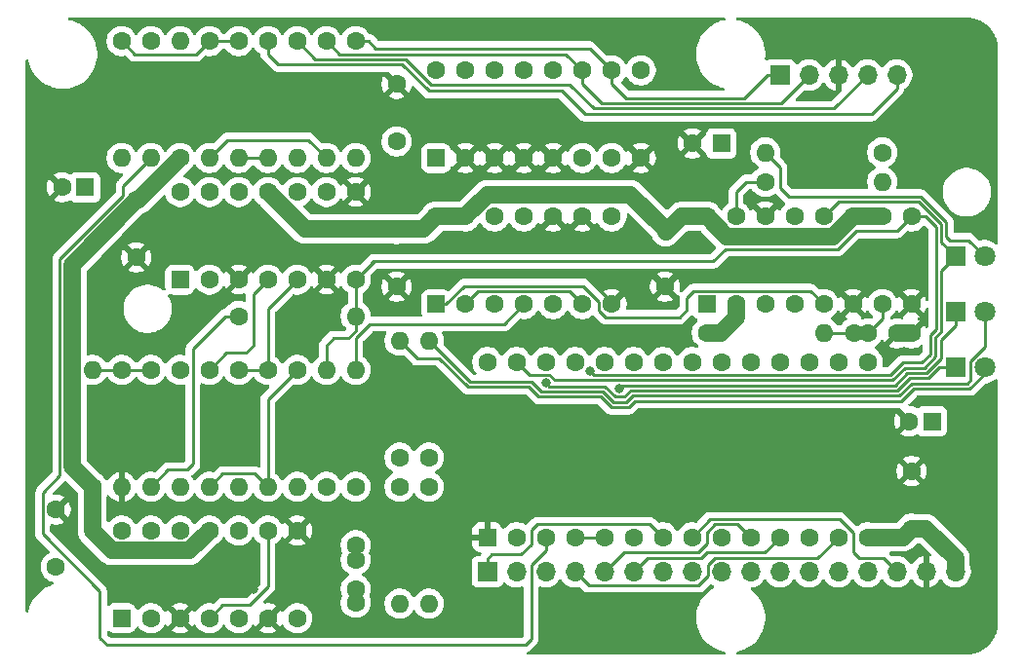
<source format=gbr>
G04 #@! TF.GenerationSoftware,KiCad,Pcbnew,9.0.0*
G04 #@! TF.CreationDate,2025-03-17T23:12:27+00:00*
G04 #@! TF.ProjectId,EconetModuleV1,45636f6e-6574-44d6-9f64-756c6556312e,01b*
G04 #@! TF.SameCoordinates,Original*
G04 #@! TF.FileFunction,Copper,L2,Bot*
G04 #@! TF.FilePolarity,Positive*
%FSLAX46Y46*%
G04 Gerber Fmt 4.6, Leading zero omitted, Abs format (unit mm)*
G04 Created by KiCad (PCBNEW 9.0.0) date 2025-03-17 23:12:27*
%MOMM*%
%LPD*%
G01*
G04 APERTURE LIST*
G04 Aperture macros list*
%AMRoundRect*
0 Rectangle with rounded corners*
0 $1 Rounding radius*
0 $2 $3 $4 $5 $6 $7 $8 $9 X,Y pos of 4 corners*
0 Add a 4 corners polygon primitive as box body*
4,1,4,$2,$3,$4,$5,$6,$7,$8,$9,$2,$3,0*
0 Add four circle primitives for the rounded corners*
1,1,$1+$1,$2,$3*
1,1,$1+$1,$4,$5*
1,1,$1+$1,$6,$7*
1,1,$1+$1,$8,$9*
0 Add four rect primitives between the rounded corners*
20,1,$1+$1,$2,$3,$4,$5,0*
20,1,$1+$1,$4,$5,$6,$7,0*
20,1,$1+$1,$6,$7,$8,$9,0*
20,1,$1+$1,$8,$9,$2,$3,0*%
G04 Aperture macros list end*
G04 #@! TA.AperFunction,ComponentPad*
%ADD10O,1.600000X1.600000*%
G04 #@! TD*
G04 #@! TA.AperFunction,ComponentPad*
%ADD11C,1.600000*%
G04 #@! TD*
G04 #@! TA.AperFunction,ComponentPad*
%ADD12R,1.800000X1.800000*%
G04 #@! TD*
G04 #@! TA.AperFunction,ComponentPad*
%ADD13C,1.800000*%
G04 #@! TD*
G04 #@! TA.AperFunction,ComponentPad*
%ADD14R,1.600000X1.600000*%
G04 #@! TD*
G04 #@! TA.AperFunction,ComponentPad*
%ADD15RoundRect,0.250000X0.550000X-0.550000X0.550000X0.550000X-0.550000X0.550000X-0.550000X-0.550000X0*%
G04 #@! TD*
G04 #@! TA.AperFunction,ComponentPad*
%ADD16R,1.700000X1.700000*%
G04 #@! TD*
G04 #@! TA.AperFunction,ComponentPad*
%ADD17O,1.700000X1.700000*%
G04 #@! TD*
G04 #@! TA.AperFunction,ViaPad*
%ADD18C,0.800000*%
G04 #@! TD*
G04 #@! TA.AperFunction,Conductor*
%ADD19C,0.500000*%
G04 #@! TD*
G04 #@! TA.AperFunction,Conductor*
%ADD20C,1.500000*%
G04 #@! TD*
G04 #@! TA.AperFunction,Conductor*
%ADD21C,0.250000*%
G04 #@! TD*
G04 APERTURE END LIST*
D10*
X163775000Y-92296000D03*
D11*
X173935000Y-92296000D03*
X132025000Y-118815000D03*
D10*
X132025000Y-108655000D03*
D11*
X134565000Y-118815000D03*
D10*
X134565000Y-108655000D03*
D12*
X180285000Y-101313000D03*
D13*
X182825000Y-101313000D03*
D12*
X180285000Y-110965000D03*
D13*
X182825000Y-110965000D03*
D12*
X180285000Y-106139000D03*
D13*
X182825000Y-106139000D03*
D11*
X125675000Y-121355000D03*
D10*
X125675000Y-111195000D03*
D11*
X158695000Y-107965000D03*
D10*
X168855000Y-107965000D03*
D11*
X112975000Y-92780000D03*
D10*
X112975000Y-82620000D03*
D11*
X118055000Y-111195000D03*
D10*
X118055000Y-121355000D03*
D11*
X120595000Y-111195000D03*
D10*
X120595000Y-121355000D03*
D11*
X123135000Y-111195000D03*
D10*
X123135000Y-121355000D03*
D11*
X115515000Y-111195000D03*
D10*
X115515000Y-121355000D03*
D11*
X112975000Y-111195000D03*
D10*
X112975000Y-121355000D03*
D11*
X128215000Y-82620000D03*
D10*
X128215000Y-92780000D03*
D11*
X125675000Y-82620000D03*
D10*
X125675000Y-92780000D03*
D11*
X120595000Y-82620000D03*
D10*
X120595000Y-92780000D03*
D11*
X123135000Y-82620000D03*
D10*
X123135000Y-92780000D03*
D11*
X118055000Y-82620000D03*
D10*
X118055000Y-92780000D03*
D11*
X110435000Y-111195000D03*
D10*
X110435000Y-121355000D03*
D11*
X115515000Y-82620000D03*
D10*
X115515000Y-92780000D03*
D11*
X107895000Y-111195000D03*
D10*
X107895000Y-121355000D03*
D11*
X176475000Y-124990000D03*
X176475000Y-119990000D03*
X109165000Y-96415000D03*
X109165000Y-101415000D03*
X131771000Y-98955000D03*
X131771000Y-103955000D03*
D14*
X104720000Y-95320000D03*
D11*
X102720000Y-95320000D03*
X105355000Y-121355000D03*
D10*
X105355000Y-111195000D03*
D11*
X128215000Y-121355000D03*
D10*
X128215000Y-111195000D03*
D11*
X131771000Y-91335000D03*
X131771000Y-86335000D03*
X102180000Y-128340000D03*
X102180000Y-123340000D03*
X107895000Y-82620000D03*
D10*
X107895000Y-92780000D03*
D11*
X110435000Y-82620000D03*
D10*
X110435000Y-92780000D03*
D15*
X139645000Y-125745000D03*
D11*
X142185000Y-125745000D03*
X144725000Y-125745000D03*
X147265000Y-125745000D03*
X149805000Y-125745000D03*
X152345000Y-125745000D03*
X154885000Y-125745000D03*
X157425000Y-125745000D03*
X159965000Y-125745000D03*
X162505000Y-125745000D03*
X165045000Y-125745000D03*
X167585000Y-125745000D03*
X170125000Y-125745000D03*
X172665000Y-125745000D03*
X172665000Y-110505000D03*
X170125000Y-110505000D03*
X167585000Y-110505000D03*
X165045000Y-110505000D03*
X162505000Y-110505000D03*
X159965000Y-110505000D03*
X157425000Y-110505000D03*
X154885000Y-110505000D03*
X152345000Y-110505000D03*
X149805000Y-110505000D03*
X147265000Y-110505000D03*
X144725000Y-110505000D03*
X142185000Y-110505000D03*
X139645000Y-110505000D03*
D15*
X112975000Y-103345000D03*
D11*
X115515000Y-103345000D03*
X118055000Y-103345000D03*
X120595000Y-103345000D03*
X123135000Y-103345000D03*
X125675000Y-103345000D03*
X128215000Y-103345000D03*
X128215000Y-95725000D03*
X125675000Y-95725000D03*
X123135000Y-95725000D03*
X120595000Y-95725000D03*
X118055000Y-95725000D03*
X115515000Y-95725000D03*
X112975000Y-95725000D03*
D15*
X107895000Y-132785000D03*
D11*
X110435000Y-132785000D03*
X112975000Y-132785000D03*
X115515000Y-132785000D03*
X118055000Y-132785000D03*
X120595000Y-132785000D03*
X123135000Y-132785000D03*
X123135000Y-125165000D03*
X120595000Y-125165000D03*
X118055000Y-125165000D03*
X115515000Y-125165000D03*
X112975000Y-125165000D03*
X110435000Y-125165000D03*
X107895000Y-125165000D03*
D10*
X134565000Y-131515000D03*
D11*
X134565000Y-121355000D03*
X132025000Y-121355000D03*
D10*
X132025000Y-131515000D03*
D15*
X135200000Y-105480000D03*
D11*
X137740000Y-105480000D03*
X140280000Y-105480000D03*
X142820000Y-105480000D03*
X145360000Y-105480000D03*
X147900000Y-105480000D03*
X150440000Y-105480000D03*
X150440000Y-97860000D03*
X147900000Y-97860000D03*
X145360000Y-97860000D03*
X142820000Y-97860000D03*
X140280000Y-97860000D03*
X137740000Y-97860000D03*
X135200000Y-97860000D03*
X155075000Y-98955000D03*
X155075000Y-103955000D03*
D14*
X178253000Y-115664000D03*
D11*
X176253000Y-115664000D03*
X163775000Y-94836000D03*
D10*
X173935000Y-94836000D03*
D15*
X158695000Y-105480000D03*
D11*
X161235000Y-105480000D03*
X163775000Y-105480000D03*
X166315000Y-105480000D03*
X168855000Y-105480000D03*
X171395000Y-105480000D03*
X173935000Y-105480000D03*
X176475000Y-105480000D03*
X176475000Y-97860000D03*
X173935000Y-97860000D03*
X171395000Y-97860000D03*
X168855000Y-97860000D03*
X166315000Y-97860000D03*
X163775000Y-97860000D03*
X161235000Y-97860000D03*
X158695000Y-97860000D03*
X176475000Y-108020000D03*
X175205000Y-108020000D03*
X172665000Y-108020000D03*
X171475000Y-108020000D03*
X128215000Y-126435000D03*
X128215000Y-127705000D03*
X128215000Y-130245000D03*
X128215000Y-131435000D03*
X118055000Y-106520000D03*
D10*
X128215000Y-106520000D03*
D14*
X159965000Y-91510000D03*
D11*
X157465000Y-91510000D03*
D15*
X135200000Y-92780000D03*
D11*
X137740000Y-92780000D03*
X140280000Y-92780000D03*
X142820000Y-92780000D03*
X145360000Y-92780000D03*
X147900000Y-92780000D03*
X150440000Y-92780000D03*
X152980000Y-92780000D03*
X152980000Y-85160000D03*
X150440000Y-85160000D03*
X147900000Y-85160000D03*
X145360000Y-85160000D03*
X142820000Y-85160000D03*
X140280000Y-85160000D03*
X137740000Y-85160000D03*
X135200000Y-85160000D03*
D16*
X165045000Y-85565000D03*
D17*
X167585000Y-85565000D03*
X170125000Y-85565000D03*
X172665000Y-85565000D03*
X175205000Y-85565000D03*
D16*
X139645000Y-128745000D03*
D17*
X142185000Y-128745000D03*
X144725000Y-128745000D03*
X147265000Y-128745000D03*
X149805000Y-128745000D03*
X152345000Y-128745000D03*
X154885000Y-128745000D03*
X157425000Y-128745000D03*
X159965000Y-128745000D03*
X162505000Y-128745000D03*
X165045000Y-128745000D03*
X167585000Y-128745000D03*
X170125000Y-128745000D03*
X172665000Y-128745000D03*
X175205000Y-128745000D03*
X177745000Y-128745000D03*
X180285000Y-128745000D03*
D18*
X144725000Y-112356000D03*
X176983000Y-100424000D03*
X153615000Y-107965000D03*
X172665000Y-121935000D03*
X170125000Y-121935000D03*
X165045000Y-121935000D03*
X162505000Y-121935000D03*
X159965000Y-121935000D03*
X148535000Y-111267000D03*
X139645000Y-132984000D03*
X156028000Y-132984000D03*
X143645000Y-100225000D03*
X104762910Y-127662090D03*
X127965000Y-101055000D03*
X119325000Y-116680000D03*
X114245000Y-107385000D03*
X139645000Y-121990000D03*
X132025000Y-81985000D03*
X109165000Y-116910000D03*
X156790000Y-100551000D03*
X123770000Y-108020000D03*
X119325000Y-130245000D03*
X156790000Y-86430000D03*
X142185000Y-121990000D03*
X112340000Y-87700000D03*
X146630000Y-108020000D03*
X120785000Y-99590000D03*
X147900000Y-121990000D03*
X151075000Y-112807000D03*
D19*
X153083000Y-102837000D02*
X153957000Y-102837000D01*
X150440000Y-105480000D02*
X153083000Y-102837000D01*
X154230500Y-103110500D02*
X155075000Y-103955000D01*
X153957000Y-102837000D02*
X154230500Y-103110500D01*
X151964000Y-102837000D02*
X152829000Y-102837000D01*
X151964000Y-102837000D02*
X153957000Y-102837000D01*
X132889000Y-102837000D02*
X151964000Y-102837000D01*
X131771000Y-103955000D02*
X132889000Y-102837000D01*
X154084000Y-102964000D02*
X154230500Y-103110500D01*
X156110500Y-102919500D02*
X168834500Y-102919500D01*
X155075000Y-103955000D02*
X156110500Y-102919500D01*
X168834500Y-102919500D02*
X171395000Y-105480000D01*
X155496000Y-90264000D02*
X152980000Y-92780000D01*
X157465000Y-91510000D02*
X156219000Y-90264000D01*
X156219000Y-90264000D02*
X155496000Y-90264000D01*
X146757000Y-99003000D02*
X147900000Y-97860000D01*
X146527000Y-99027000D02*
X146757000Y-99027000D01*
X146757000Y-99027000D02*
X146757000Y-99003000D01*
X145360000Y-97860000D02*
X146527000Y-99027000D01*
X144014500Y-91585500D02*
X144165500Y-91585500D01*
X144165500Y-91585500D02*
X145360000Y-92780000D01*
X142820000Y-92780000D02*
X144014500Y-91585500D01*
X139010000Y-91534000D02*
X139645000Y-90899000D01*
X139034000Y-91534000D02*
X139010000Y-91534000D01*
X140280000Y-92780000D02*
X139034000Y-91534000D01*
X139645000Y-90899000D02*
X143479000Y-90899000D01*
X137764000Y-92780000D02*
X139010000Y-91534000D01*
X143479000Y-90899000D02*
X144165500Y-91585500D01*
X137740000Y-92780000D02*
X137764000Y-92780000D01*
X136192000Y-94328000D02*
X137740000Y-92780000D01*
X128215000Y-95725000D02*
X129612000Y-94328000D01*
X129612000Y-94328000D02*
X136192000Y-94328000D01*
X119833000Y-101567000D02*
X118055000Y-103345000D01*
X123897000Y-101567000D02*
X119833000Y-101567000D01*
X125675000Y-103345000D02*
X123897000Y-101567000D01*
X114753000Y-100043000D02*
X118055000Y-103345000D01*
X110537000Y-100043000D02*
X114753000Y-100043000D01*
X109165000Y-101415000D02*
X110537000Y-100043000D01*
X103450000Y-126349180D02*
X104762910Y-127662090D01*
X103450000Y-124610000D02*
X103450000Y-126349180D01*
X102180000Y-123340000D02*
X103450000Y-124610000D01*
X106226820Y-129126000D02*
X104762910Y-127662090D01*
X109316000Y-129126000D02*
X106226820Y-129126000D01*
X112975000Y-132785000D02*
X109316000Y-129126000D01*
X107895000Y-122903000D02*
X107895000Y-121355000D01*
X121254000Y-123284000D02*
X108276000Y-123284000D01*
X108276000Y-123284000D02*
X107895000Y-122903000D01*
X123135000Y-125165000D02*
X121254000Y-123284000D01*
X124151000Y-126181000D02*
X123135000Y-125165000D01*
X124151000Y-129229000D02*
X124151000Y-126181000D01*
X120595000Y-132785000D02*
X124151000Y-129229000D01*
X124508000Y-123792000D02*
X123135000Y-125165000D01*
X136660500Y-125887500D02*
X134565000Y-123792000D01*
X134565000Y-123792000D02*
X124508000Y-123792000D01*
X138200000Y-125745000D02*
X138057500Y-125887500D01*
X138057500Y-125887500D02*
X136660500Y-125887500D01*
X137359000Y-126586000D02*
X137359000Y-131793000D01*
X138550000Y-132984000D02*
X139645000Y-132984000D01*
X138200000Y-125745000D02*
X137359000Y-126586000D01*
X137359000Y-131793000D02*
X138550000Y-132984000D01*
X139645000Y-125745000D02*
X138200000Y-125745000D01*
D20*
X177732081Y-124990000D02*
X180285000Y-127542919D01*
X176475000Y-124990000D02*
X177732081Y-124990000D01*
D21*
X165840982Y-96138018D02*
X165840000Y-96139000D01*
X177295828Y-96138018D02*
X165840982Y-96138018D01*
X177110000Y-96599998D02*
X179059000Y-98548998D01*
X177110000Y-96590000D02*
X177110000Y-96599998D01*
X179510000Y-99649000D02*
X179777000Y-99916000D01*
X179510000Y-98352190D02*
X179510000Y-99649000D01*
X181428000Y-99916000D02*
X182825000Y-101313000D01*
X165045000Y-95344000D02*
X165840000Y-96139000D01*
X179777000Y-99916000D02*
X181428000Y-99916000D01*
X177295828Y-96138018D02*
X179510000Y-98352190D01*
X165045000Y-93566000D02*
X165045000Y-95344000D01*
X163775000Y-92296000D02*
X165045000Y-93566000D01*
X162124000Y-94836000D02*
X163775000Y-94836000D01*
X161235000Y-95725000D02*
X162124000Y-94836000D01*
X161235000Y-97860000D02*
X161235000Y-95725000D01*
X178893620Y-110965000D02*
X180285000Y-110965000D01*
X177947620Y-111911000D02*
X178893620Y-110965000D01*
X152091000Y-112988000D02*
X175223810Y-112988000D01*
X149872280Y-112631000D02*
X150774280Y-113533000D01*
X175223810Y-112988000D02*
X176300810Y-111911000D01*
X176300810Y-111911000D02*
X177947620Y-111911000D01*
X145000000Y-112631000D02*
X149872280Y-112631000D01*
X150774280Y-113533000D02*
X151546000Y-113533000D01*
X151546000Y-113533000D02*
X152091000Y-112988000D01*
X144725000Y-112356000D02*
X145000000Y-112631000D01*
X143311000Y-111631000D02*
X142185000Y-110505000D01*
X145026720Y-111631000D02*
X143311000Y-111631000D01*
X174854190Y-112082000D02*
X145477720Y-112082000D01*
X178564000Y-108372190D02*
X178564000Y-110019000D01*
X179059000Y-107877190D02*
X178564000Y-108372190D01*
X175927190Y-111009000D02*
X174854190Y-112082000D01*
X179059000Y-102539000D02*
X179059000Y-107877190D01*
X145477720Y-112082000D02*
X145026720Y-111631000D01*
X178564000Y-110019000D02*
X177574000Y-111009000D01*
X180285000Y-101313000D02*
X179059000Y-102539000D01*
X177574000Y-111009000D02*
X175927190Y-111009000D01*
X181526810Y-112813000D02*
X182825000Y-111514810D01*
X175597430Y-113890000D02*
X176674430Y-112813000D01*
X152464620Y-113890000D02*
X175597430Y-113890000D01*
X151919620Y-114435000D02*
X152464620Y-113890000D01*
X150400660Y-114435000D02*
X151919620Y-114435000D01*
X149498660Y-113533000D02*
X150400660Y-114435000D01*
X144115190Y-113533000D02*
X149498660Y-113533000D01*
X143268190Y-112686000D02*
X144115190Y-113533000D01*
X137958190Y-112686000D02*
X143268190Y-112686000D01*
X176674430Y-112813000D02*
X181526810Y-112813000D01*
X135463190Y-110191000D02*
X137958190Y-112686000D01*
X133561000Y-110191000D02*
X135463190Y-110191000D01*
X132025000Y-108655000D02*
X133561000Y-110191000D01*
X181599000Y-110413000D02*
X182825000Y-109187000D01*
X182825000Y-109187000D02*
X182825000Y-106139000D01*
X181599000Y-112103000D02*
X181599000Y-110413000D01*
X181340000Y-112362000D02*
X181599000Y-112103000D01*
X176487620Y-112362000D02*
X181340000Y-112362000D01*
X175410620Y-113439000D02*
X176487620Y-112362000D01*
X152277810Y-113439000D02*
X175410620Y-113439000D01*
X151732810Y-113984000D02*
X152277810Y-113439000D01*
X150587470Y-113984000D02*
X151732810Y-113984000D01*
X149685470Y-113082000D02*
X150587470Y-113984000D01*
X144302000Y-113082000D02*
X149685470Y-113082000D01*
X143455000Y-112235000D02*
X144302000Y-113082000D01*
X138145000Y-112235000D02*
X143455000Y-112235000D01*
X134565000Y-108655000D02*
X138145000Y-112235000D01*
X148899000Y-111631000D02*
X148535000Y-111267000D01*
X174667380Y-111631000D02*
X148899000Y-111631000D01*
X175740380Y-110558000D02*
X174667380Y-111631000D01*
X177387190Y-110558000D02*
X175740380Y-110558000D01*
X178113000Y-108185380D02*
X178113000Y-109832190D01*
X178113000Y-109832190D02*
X177387190Y-110558000D01*
X178608000Y-107690380D02*
X178113000Y-108185380D01*
X177732192Y-97860000D02*
X178608000Y-98735808D01*
X178608000Y-98735808D02*
X178608000Y-107690380D01*
X176475000Y-97860000D02*
X177732192Y-97860000D01*
X170125000Y-96590000D02*
X177110000Y-96590000D01*
X179059000Y-100087000D02*
X180285000Y-101313000D01*
X168855000Y-97860000D02*
X170125000Y-96590000D01*
X179059000Y-98548998D02*
X179059000Y-100087000D01*
X139645000Y-127602000D02*
X139645000Y-128745000D01*
X142576595Y-127221000D02*
X140026000Y-127221000D01*
X140026000Y-127221000D02*
X139645000Y-127602000D01*
X143455000Y-126342595D02*
X142576595Y-127221000D01*
X143963000Y-124619999D02*
X143455000Y-125127999D01*
X153759999Y-124619999D02*
X143963000Y-124619999D01*
X143455000Y-125127999D02*
X143455000Y-126342595D01*
X154885000Y-125745000D02*
X153759999Y-124619999D01*
D20*
X176475000Y-107965000D02*
X175205000Y-107965000D01*
D21*
X147900000Y-86291370D02*
X149613640Y-88005010D01*
X126800001Y-83745001D02*
X146485001Y-83745001D01*
X149613640Y-88005010D02*
X165144990Y-88005010D01*
X125675000Y-82620000D02*
X126800001Y-83745001D01*
X147900000Y-85160000D02*
X147900000Y-86291370D01*
X165144990Y-88005010D02*
X167585000Y-85565000D01*
X146485001Y-83745001D02*
X147900000Y-85160000D01*
X129981370Y-83255000D02*
X148535000Y-83255000D01*
X163945000Y-85565000D02*
X161955000Y-87555000D01*
X148535000Y-83255000D02*
X150440000Y-85160000D01*
X151703630Y-87555000D02*
X150440000Y-86291370D01*
X128215000Y-82620000D02*
X129346370Y-82620000D01*
X161955000Y-87555000D02*
X151703630Y-87555000D01*
X150440000Y-86291370D02*
X150440000Y-85160000D01*
X165045000Y-85565000D02*
X163945000Y-85565000D01*
X129346370Y-82620000D02*
X129981370Y-83255000D01*
D20*
X113764999Y-126915001D02*
X115515000Y-125165000D01*
X161235000Y-105480000D02*
X161235000Y-106611370D01*
X103604999Y-119604999D02*
X105355000Y-121355000D01*
X156484000Y-97860000D02*
X155139000Y-99205000D01*
X180285000Y-128745000D02*
X180285000Y-127542919D01*
X172665000Y-125745000D02*
X175720000Y-125745000D01*
X169644999Y-99610001D02*
X160445001Y-99610001D01*
X139645000Y-95955000D02*
X137740000Y-97860000D01*
X131771000Y-98955000D02*
X134105000Y-98955000D01*
X175720000Y-125745000D02*
X176475000Y-124990000D01*
X107054999Y-126915001D02*
X113764999Y-126915001D01*
X160445001Y-99610001D02*
X158695000Y-97860000D01*
X161235000Y-106611370D02*
X159881370Y-107965000D01*
X105355000Y-121355000D02*
X105355000Y-125215002D01*
X158695000Y-97860000D02*
X156484000Y-97860000D01*
X159881370Y-107965000D02*
X159826370Y-107965000D01*
X139645000Y-95955000D02*
X152075000Y-95955000D01*
X105355000Y-125215002D02*
X107054999Y-126915001D01*
X103604999Y-102095001D02*
X103604999Y-119604999D01*
X109340000Y-96415000D02*
X112975000Y-92780000D01*
X120595000Y-95725000D02*
X123825000Y-98955000D01*
X134105000Y-98955000D02*
X135200000Y-97860000D01*
X135200000Y-97860000D02*
X137740000Y-97860000D01*
X171395000Y-97860000D02*
X173935000Y-97860000D01*
X159826370Y-107965000D02*
X158695000Y-107965000D01*
X123825000Y-98955000D02*
X131771000Y-98955000D01*
X171395000Y-97860000D02*
X169644999Y-99610001D01*
X103604999Y-102095001D02*
X109165000Y-96415000D01*
X152075000Y-95955000D02*
X155075000Y-98955000D01*
X109165000Y-96415000D02*
X109340000Y-96415000D01*
D21*
X168300001Y-127569999D02*
X170125000Y-125745000D01*
X158789999Y-129119003D02*
X158789999Y-128180999D01*
X147265000Y-128745000D02*
X148440001Y-129920001D01*
X148440001Y-129920001D02*
X157989001Y-129920001D01*
X157989001Y-129920001D02*
X158789999Y-129119003D01*
X159400999Y-127569999D02*
X168300001Y-127569999D01*
X158789999Y-128180999D02*
X159400999Y-127569999D01*
X146774999Y-104354999D02*
X147900000Y-105480000D01*
X138865001Y-104354999D02*
X146774999Y-104354999D01*
X137740000Y-105480000D02*
X138865001Y-104354999D01*
X161379999Y-124619999D02*
X162505000Y-125745000D01*
X158695000Y-126325000D02*
X158695000Y-125349998D01*
X158005000Y-127015000D02*
X158695000Y-126325000D01*
X149805000Y-128745000D02*
X151535000Y-127015000D01*
X158695000Y-125349998D02*
X159424999Y-124619999D01*
X151535000Y-127015000D02*
X158005000Y-127015000D01*
X159424999Y-124619999D02*
X161379999Y-124619999D01*
X163720000Y-127070000D02*
X165045000Y-125745000D01*
X158695000Y-127070000D02*
X163720000Y-127070000D01*
X153520001Y-127569999D02*
X158195001Y-127569999D01*
X158195001Y-127569999D02*
X158695000Y-127070000D01*
X152345000Y-128745000D02*
X153520001Y-127569999D01*
X171395000Y-125349998D02*
X170214991Y-124169989D01*
X159000011Y-124169989D02*
X157425000Y-125745000D01*
X170214991Y-124169989D02*
X159000011Y-124169989D01*
X171949999Y-127569999D02*
X174029999Y-127569999D01*
X171395000Y-127015000D02*
X171395000Y-125349998D01*
X174029999Y-127569999D02*
X175205000Y-128745000D01*
X171395000Y-127015000D02*
X171949999Y-127569999D01*
X121488651Y-84645021D02*
X132255269Y-84645021D01*
X120595000Y-83751370D02*
X121488651Y-84645021D01*
X175205000Y-86767081D02*
X175205000Y-85565000D01*
X134565000Y-86954752D02*
X146114752Y-86954752D01*
X146114752Y-86954752D02*
X148130000Y-88970000D01*
X120595000Y-82620000D02*
X120595000Y-83751370D01*
X132255269Y-84645021D02*
X134565000Y-86954752D01*
X173002081Y-88970000D02*
X175205000Y-86767081D01*
X134749998Y-86375000D02*
X146805000Y-86375000D01*
X148885020Y-88455020D02*
X169774980Y-88455020D01*
X132570009Y-84195011D02*
X134749998Y-86375000D01*
X146805000Y-86375000D02*
X148885020Y-88455020D01*
X169774980Y-88455020D02*
X172665000Y-85565000D01*
X123135000Y-82620000D02*
X124710011Y-84195011D01*
X124710011Y-84195011D02*
X132570009Y-84195011D01*
X128215000Y-108426410D02*
X128215000Y-111195000D01*
X129431410Y-107210000D02*
X128215000Y-108426410D01*
X142820000Y-105480000D02*
X141090000Y-107210000D01*
X141090000Y-107210000D02*
X129431410Y-107210000D01*
X128215000Y-103345000D02*
X129820000Y-101740000D01*
X128215000Y-103345000D02*
X128215000Y-106520000D01*
X147265000Y-125745000D02*
X149805000Y-125745000D01*
X175205000Y-99130000D02*
X176475000Y-97860000D01*
X170090282Y-100685011D02*
X171645292Y-99130000D01*
X125675000Y-109060000D02*
X125675000Y-111195000D01*
X128215000Y-103345000D02*
X129805028Y-101754972D01*
X155604972Y-101754972D02*
X155619944Y-101740000D01*
X160314989Y-100685011D02*
X170090282Y-100685011D01*
X127580000Y-108425000D02*
X126310000Y-108425000D01*
X128215000Y-107790000D02*
X127580000Y-108425000D01*
X129805028Y-101754972D02*
X155604972Y-101754972D01*
X126310000Y-108425000D02*
X125675000Y-109060000D01*
X128215000Y-106520000D02*
X128215000Y-107790000D01*
X155619944Y-101740000D02*
X159260000Y-101740000D01*
X159260000Y-101740000D02*
X160314989Y-100685011D01*
X171645292Y-99130000D02*
X175205000Y-99130000D01*
X156964773Y-105955227D02*
X156964773Y-104920519D01*
X135200000Y-105480000D02*
X136074998Y-105480000D01*
X147989993Y-103904991D02*
X147989993Y-103934993D01*
X136074998Y-105480000D02*
X137650010Y-103904989D01*
X149899999Y-106605001D02*
X156314999Y-106605001D01*
X157530293Y-104354999D02*
X167729999Y-104354999D01*
X156964773Y-104920519D02*
X157530293Y-104354999D01*
X156314999Y-106605001D02*
X156964773Y-105955227D01*
X149314999Y-105259999D02*
X149314999Y-106020001D01*
X147989993Y-103934993D02*
X149314999Y-105259999D01*
X137650010Y-103904989D02*
X147989993Y-103904991D01*
X167729999Y-104354999D02*
X168855000Y-105480000D01*
X149314999Y-106020001D02*
X149899999Y-106605001D01*
X118055000Y-92780000D02*
X120595000Y-92780000D01*
X114100001Y-119364999D02*
X113610000Y-119855000D01*
X114100001Y-109343629D02*
X114100001Y-119364999D01*
X116923630Y-106520000D02*
X114100001Y-109343629D01*
X118055000Y-106520000D02*
X116923630Y-106520000D01*
X113610000Y-119855000D02*
X111935000Y-119855000D01*
X111935000Y-119855000D02*
X110435000Y-121355000D01*
X124099990Y-91204990D02*
X125675000Y-92780000D01*
X117090010Y-91204990D02*
X124099990Y-91204990D01*
X117090010Y-91204990D02*
X115515000Y-92780000D01*
X123135000Y-103345000D02*
X120595000Y-105885000D01*
X118055000Y-111195000D02*
X120595000Y-111195000D01*
X120595000Y-105885000D02*
X120595000Y-111195000D01*
X117015000Y-109695000D02*
X115515000Y-111195000D01*
X120595000Y-103345000D02*
X119325000Y-104615000D01*
X118690000Y-109695000D02*
X117015000Y-109695000D01*
X119325000Y-104615000D02*
X119325000Y-109060000D01*
X119325000Y-109060000D02*
X118690000Y-109695000D01*
X114389999Y-83745001D02*
X115515000Y-82620000D01*
X107895000Y-111195000D02*
X110435000Y-111195000D01*
X109020001Y-83745001D02*
X114389999Y-83745001D01*
X107895000Y-82620000D02*
X109020001Y-83745001D01*
X105355000Y-111195000D02*
X107895000Y-111195000D01*
X115515000Y-82620000D02*
X118055000Y-82620000D01*
X115515000Y-132785000D02*
X116640001Y-131659999D01*
X120595000Y-121355000D02*
X120595000Y-113735000D01*
X119469999Y-120229999D02*
X116640001Y-120229999D01*
X118983003Y-131659999D02*
X116640001Y-131659999D01*
X120595000Y-113735000D02*
X123135000Y-111195000D01*
X120595000Y-121355000D02*
X119469999Y-120229999D01*
X115515000Y-121355000D02*
X116640001Y-120229999D01*
X120595000Y-130048002D02*
X118983003Y-131659999D01*
X120595000Y-125165000D02*
X120595000Y-130048002D01*
X172665000Y-108020000D02*
X171475000Y-108020000D01*
X173935000Y-106750000D02*
X172665000Y-108020000D01*
X171213000Y-107965000D02*
X168855000Y-107965000D01*
X173935000Y-105480000D02*
X173935000Y-106750000D01*
X176114000Y-111460000D02*
X175037000Y-112537000D01*
X175037000Y-112537000D02*
X151345000Y-112537000D01*
X177760810Y-111460000D02*
X176114000Y-111460000D01*
X180285000Y-106139000D02*
X180285000Y-107289000D01*
X151345000Y-112537000D02*
X151075000Y-112807000D01*
X180285000Y-107289000D02*
X179015000Y-108559000D01*
X179015000Y-110205810D02*
X177760810Y-111460000D01*
X179015000Y-108559000D02*
X179015000Y-110205810D01*
X148130000Y-88970000D02*
X173002081Y-88970000D01*
X144725000Y-125745000D02*
X144725000Y-126876370D01*
X144725000Y-126876370D02*
X143455000Y-128146370D01*
X105990000Y-130409471D02*
X101054999Y-125474470D01*
X101054999Y-121845001D02*
X102529989Y-120370011D01*
X102529989Y-120370011D02*
X102529989Y-101537506D01*
X108039999Y-95175001D02*
X110435000Y-92780000D01*
X143455000Y-134587000D02*
X142947000Y-135095000D01*
X101054999Y-125474470D02*
X101054999Y-121845001D01*
X142947000Y-135095000D02*
X106625000Y-135095000D01*
X106625000Y-135095000D02*
X105990000Y-134460000D01*
X108039999Y-96027496D02*
X108039999Y-95175001D01*
X105990000Y-134460000D02*
X105990000Y-130409471D01*
X102529989Y-101537506D02*
X108039999Y-96027496D01*
X143455000Y-128146370D02*
X143455000Y-134587000D01*
G04 #@! TA.AperFunction,Conductor*
G36*
X146075445Y-129424766D02*
G01*
X146100021Y-129453130D01*
X146100196Y-129453004D01*
X146101668Y-129455030D01*
X146102439Y-129455920D01*
X146103104Y-129457006D01*
X146103106Y-129457009D01*
X146228794Y-129630004D01*
X146228796Y-129630006D01*
X146228798Y-129630009D01*
X146379990Y-129781201D01*
X146379993Y-129781203D01*
X146379996Y-129781206D01*
X146552991Y-129906894D01*
X146743517Y-130003972D01*
X146946878Y-130070047D01*
X146946879Y-130070047D01*
X146946884Y-130070049D01*
X147158084Y-130103500D01*
X147158087Y-130103500D01*
X147371913Y-130103500D01*
X147371916Y-130103500D01*
X147583116Y-130070049D01*
X147593475Y-130066682D01*
X147664442Y-130064650D01*
X147721514Y-130097418D01*
X147947930Y-130323834D01*
X148036168Y-130412072D01*
X148139926Y-130481401D01*
X148255216Y-130529156D01*
X148377607Y-130553501D01*
X148377608Y-130553501D01*
X158051394Y-130553501D01*
X158051395Y-130553501D01*
X158173786Y-130529156D01*
X158289076Y-130481401D01*
X158392834Y-130412072D01*
X158971298Y-129833607D01*
X158999943Y-129817966D01*
X159027840Y-129800982D01*
X159030911Y-129801056D01*
X159033607Y-129799585D01*
X159066169Y-129801913D01*
X159098815Y-129802707D01*
X159102354Y-129804501D01*
X159104422Y-129804649D01*
X159131066Y-129818393D01*
X159132750Y-129819534D01*
X159252991Y-129906894D01*
X159288052Y-129924758D01*
X159294535Y-129929151D01*
X159312339Y-129950736D01*
X159332676Y-129969943D01*
X159334604Y-129977730D01*
X159339711Y-129983921D01*
X159343018Y-130011706D01*
X159349743Y-130038858D01*
X159347155Y-130046451D01*
X159348104Y-130054420D01*
X159335865Y-130079581D01*
X159326843Y-130106060D01*
X159319686Y-130112847D01*
X159317051Y-130118265D01*
X159308453Y-130123499D01*
X159290896Y-130140150D01*
X159045960Y-130294054D01*
X158782473Y-130504177D01*
X158544177Y-130742473D01*
X158334051Y-131005963D01*
X158154756Y-131291309D01*
X158154751Y-131291318D01*
X158008535Y-131594939D01*
X158008524Y-131594966D01*
X157897225Y-131913039D01*
X157822233Y-132241601D01*
X157784500Y-132576494D01*
X157784500Y-132913505D01*
X157822233Y-133248398D01*
X157855578Y-133394489D01*
X157897224Y-133576954D01*
X157897226Y-133576960D01*
X157897225Y-133576960D01*
X158008524Y-133895033D01*
X158008535Y-133895060D01*
X158154751Y-134198681D01*
X158154756Y-134198690D01*
X158334051Y-134484036D01*
X158544177Y-134747526D01*
X158782473Y-134985822D01*
X159045963Y-135195948D01*
X159306488Y-135359647D01*
X159331314Y-135375246D01*
X159634949Y-135521469D01*
X159634965Y-135521474D01*
X159634966Y-135521475D01*
X159953039Y-135632774D01*
X159953042Y-135632774D01*
X159953046Y-135632776D01*
X160132523Y-135673740D01*
X160228556Y-135695659D01*
X160290518Y-135730318D01*
X160323905Y-135792974D01*
X160318118Y-135863734D01*
X160274994Y-135920133D01*
X160208224Y-135944264D01*
X160200518Y-135944500D01*
X143184987Y-135944500D01*
X143116866Y-135924498D01*
X143070373Y-135870842D01*
X143060269Y-135800568D01*
X143089763Y-135735988D01*
X143136768Y-135702091D01*
X143152296Y-135695659D01*
X143247075Y-135656400D01*
X143350833Y-135587071D01*
X143947071Y-134990833D01*
X144016400Y-134887075D01*
X144026027Y-134863833D01*
X144064155Y-134771785D01*
X144088500Y-134649394D01*
X144088500Y-130140024D01*
X144108502Y-130071903D01*
X144162158Y-130025410D01*
X144232432Y-130015306D01*
X144253431Y-130020189D01*
X144406878Y-130070047D01*
X144406879Y-130070047D01*
X144406884Y-130070049D01*
X144618084Y-130103500D01*
X144618087Y-130103500D01*
X144831913Y-130103500D01*
X144831916Y-130103500D01*
X145043116Y-130070049D01*
X145246483Y-130003972D01*
X145437009Y-129906894D01*
X145610004Y-129781206D01*
X145761206Y-129630004D01*
X145886894Y-129457009D01*
X145886899Y-129456997D01*
X145887561Y-129455920D01*
X145887924Y-129455591D01*
X145889804Y-129453004D01*
X145890347Y-129453398D01*
X145940204Y-129408283D01*
X146010244Y-129396670D01*
X146075445Y-129424766D01*
G37*
G04 #@! TD.AperFunction*
G04 #@! TA.AperFunction,Conductor*
G36*
X130832425Y-107863502D02*
G01*
X130878918Y-107917158D01*
X130889022Y-107987432D01*
X130876572Y-108026698D01*
X130833869Y-108110509D01*
X130812367Y-108152708D01*
X130812364Y-108152714D01*
X130748721Y-108348587D01*
X130748720Y-108348590D01*
X130748720Y-108348592D01*
X130716500Y-108552019D01*
X130716500Y-108757981D01*
X130748720Y-108961408D01*
X130748721Y-108961412D01*
X130811379Y-109154254D01*
X130812366Y-109157290D01*
X130905871Y-109340803D01*
X131026932Y-109507430D01*
X131026934Y-109507432D01*
X131026936Y-109507435D01*
X131172564Y-109653063D01*
X131172567Y-109653065D01*
X131172570Y-109653068D01*
X131339197Y-109774129D01*
X131522710Y-109867634D01*
X131718592Y-109931280D01*
X131922019Y-109963500D01*
X131922022Y-109963500D01*
X132127978Y-109963500D01*
X132127981Y-109963500D01*
X132331408Y-109931280D01*
X132331411Y-109931278D01*
X132331853Y-109931209D01*
X132402264Y-109940309D01*
X132440659Y-109966563D01*
X133157167Y-110683071D01*
X133260925Y-110752400D01*
X133376215Y-110800155D01*
X133498606Y-110824500D01*
X133623394Y-110824500D01*
X135148596Y-110824500D01*
X135216717Y-110844502D01*
X135237691Y-110861405D01*
X137554357Y-113178071D01*
X137658115Y-113247400D01*
X137773405Y-113295155D01*
X137895796Y-113319500D01*
X138020584Y-113319500D01*
X142953596Y-113319500D01*
X143021717Y-113339502D01*
X143042691Y-113356405D01*
X143711357Y-114025071D01*
X143815115Y-114094400D01*
X143930405Y-114142155D01*
X144052796Y-114166500D01*
X144177584Y-114166500D01*
X149184065Y-114166500D01*
X149252186Y-114186502D01*
X149273160Y-114203404D01*
X149996827Y-114927072D01*
X150100585Y-114996401D01*
X150182107Y-115030168D01*
X150215875Y-115044155D01*
X150338266Y-115068500D01*
X150338267Y-115068500D01*
X151982013Y-115068500D01*
X151982014Y-115068500D01*
X152104405Y-115044155D01*
X152219695Y-114996400D01*
X152323453Y-114927071D01*
X152690119Y-114560405D01*
X152752431Y-114526379D01*
X152779214Y-114523500D01*
X175419519Y-114523500D01*
X175487640Y-114543502D01*
X175508614Y-114560404D01*
X176212211Y-115264000D01*
X176200339Y-115264000D01*
X176098606Y-115291259D01*
X176007394Y-115343920D01*
X175932920Y-115418394D01*
X175880259Y-115509606D01*
X175853000Y-115611339D01*
X175853000Y-115623209D01*
X175165416Y-114935625D01*
X175134301Y-114978452D01*
X175040829Y-115161900D01*
X175040826Y-115161906D01*
X174977208Y-115357703D01*
X174945000Y-115561061D01*
X174945000Y-115766938D01*
X174977208Y-115970296D01*
X175040826Y-116166093D01*
X175040829Y-116166099D01*
X175134297Y-116349540D01*
X175134298Y-116349541D01*
X175165416Y-116392372D01*
X175853000Y-115704788D01*
X175853000Y-115716661D01*
X175880259Y-115818394D01*
X175932920Y-115909606D01*
X176007394Y-115984080D01*
X176098606Y-116036741D01*
X176200339Y-116064000D01*
X176212208Y-116064000D01*
X175524626Y-116751581D01*
X175524626Y-116751583D01*
X175567454Y-116782699D01*
X175750900Y-116876170D01*
X175750906Y-116876173D01*
X175946705Y-116939791D01*
X175946701Y-116939791D01*
X176150061Y-116972000D01*
X176355939Y-116972000D01*
X176559296Y-116939791D01*
X176755093Y-116876173D01*
X176755099Y-116876170D01*
X176929338Y-116787391D01*
X176999115Y-116774287D01*
X177064899Y-116800987D01*
X177087409Y-116824149D01*
X177089738Y-116827261D01*
X177206792Y-116914887D01*
X177206794Y-116914888D01*
X177206796Y-116914889D01*
X177265875Y-116936924D01*
X177343795Y-116965988D01*
X177343803Y-116965990D01*
X177404350Y-116972499D01*
X177404355Y-116972499D01*
X177404362Y-116972500D01*
X177404368Y-116972500D01*
X179101632Y-116972500D01*
X179101638Y-116972500D01*
X179101645Y-116972499D01*
X179101649Y-116972499D01*
X179162196Y-116965990D01*
X179162199Y-116965989D01*
X179162201Y-116965989D01*
X179299204Y-116914889D01*
X179350923Y-116876173D01*
X179416261Y-116827261D01*
X179503887Y-116710207D01*
X179503887Y-116710206D01*
X179503889Y-116710204D01*
X179554989Y-116573201D01*
X179561500Y-116512638D01*
X179561500Y-114815362D01*
X179561499Y-114815350D01*
X179554990Y-114754803D01*
X179554988Y-114754795D01*
X179503889Y-114617797D01*
X179503887Y-114617792D01*
X179416261Y-114500738D01*
X179299207Y-114413112D01*
X179299202Y-114413110D01*
X179162204Y-114362011D01*
X179162196Y-114362009D01*
X179101649Y-114355500D01*
X179101638Y-114355500D01*
X177404362Y-114355500D01*
X177404350Y-114355500D01*
X177343803Y-114362009D01*
X177343795Y-114362011D01*
X177206797Y-114413110D01*
X177206792Y-114413112D01*
X177089738Y-114500739D01*
X177087404Y-114503857D01*
X177084286Y-114506190D01*
X177083367Y-114507110D01*
X177083234Y-114506977D01*
X177030566Y-114546400D01*
X176959750Y-114551460D01*
X176929338Y-114540608D01*
X176755099Y-114451829D01*
X176755093Y-114451826D01*
X176559294Y-114388208D01*
X176559298Y-114388208D01*
X176355939Y-114356000D01*
X176331524Y-114356000D01*
X176263403Y-114335998D01*
X176216910Y-114282342D01*
X176206806Y-114212068D01*
X176236300Y-114147488D01*
X176242415Y-114140918D01*
X176899930Y-113483404D01*
X176962242Y-113449379D01*
X176989025Y-113446500D01*
X181589203Y-113446500D01*
X181589204Y-113446500D01*
X181711595Y-113422155D01*
X181826885Y-113374400D01*
X181930643Y-113305071D01*
X182825309Y-112410405D01*
X182887621Y-112376379D01*
X182914404Y-112373500D01*
X182935848Y-112373500D01*
X182935851Y-112373500D01*
X183154824Y-112338818D01*
X183365676Y-112270308D01*
X183563215Y-112169657D01*
X183742576Y-112039343D01*
X183755818Y-112026101D01*
X183769405Y-112012515D01*
X183831717Y-111978489D01*
X183902532Y-111983554D01*
X183959368Y-112026101D01*
X183984179Y-112092621D01*
X183984500Y-112101610D01*
X183984500Y-133241460D01*
X183984302Y-133248525D01*
X183967922Y-133540182D01*
X183966340Y-133554223D01*
X183918003Y-133838718D01*
X183914859Y-133852493D01*
X183834971Y-134129789D01*
X183830304Y-134143126D01*
X183719871Y-134409735D01*
X183713740Y-134422466D01*
X183574158Y-134675021D01*
X183566641Y-134686985D01*
X183399647Y-134922341D01*
X183390837Y-134933388D01*
X183198549Y-135148558D01*
X183188558Y-135158549D01*
X182973388Y-135350837D01*
X182962341Y-135359647D01*
X182726985Y-135526641D01*
X182715021Y-135534158D01*
X182462466Y-135673740D01*
X182449735Y-135679871D01*
X182183126Y-135790304D01*
X182169789Y-135794971D01*
X181892493Y-135874859D01*
X181878718Y-135878003D01*
X181594223Y-135926340D01*
X181580182Y-135927922D01*
X181294536Y-135943964D01*
X181289203Y-135944264D01*
X181288526Y-135944302D01*
X181281461Y-135944500D01*
X161369482Y-135944500D01*
X161301361Y-135924498D01*
X161254868Y-135870842D01*
X161244764Y-135800568D01*
X161274258Y-135735988D01*
X161333984Y-135697604D01*
X161341444Y-135695659D01*
X161437477Y-135673740D01*
X161616954Y-135632776D01*
X161935051Y-135521469D01*
X162238686Y-135375246D01*
X162524039Y-135195946D01*
X162787523Y-134985825D01*
X163025825Y-134747523D01*
X163235946Y-134484039D01*
X163415246Y-134198686D01*
X163561469Y-133895051D01*
X163672776Y-133576954D01*
X163747767Y-133248394D01*
X163785500Y-132913504D01*
X163785500Y-132576496D01*
X163747767Y-132241606D01*
X163672776Y-131913046D01*
X163647473Y-131840735D01*
X163561475Y-131594966D01*
X163561474Y-131594965D01*
X163561469Y-131594949D01*
X163415246Y-131291314D01*
X163356500Y-131197820D01*
X163235948Y-131005963D01*
X163025822Y-130742473D01*
X162787526Y-130504177D01*
X162562750Y-130324925D01*
X162521962Y-130266814D01*
X162519067Y-130195877D01*
X162554982Y-130134635D01*
X162618306Y-130102532D01*
X162621513Y-130101979D01*
X162823116Y-130070049D01*
X163026483Y-130003972D01*
X163217009Y-129906894D01*
X163390004Y-129781206D01*
X163541206Y-129630004D01*
X163666894Y-129457009D01*
X163666899Y-129456997D01*
X163667561Y-129455920D01*
X163667924Y-129455591D01*
X163669804Y-129453004D01*
X163670347Y-129453398D01*
X163720204Y-129408283D01*
X163790244Y-129396670D01*
X163855445Y-129424766D01*
X163880021Y-129453130D01*
X163880196Y-129453004D01*
X163881668Y-129455030D01*
X163882439Y-129455920D01*
X163883104Y-129457006D01*
X163883106Y-129457009D01*
X164008794Y-129630004D01*
X164008796Y-129630006D01*
X164008798Y-129630009D01*
X164159990Y-129781201D01*
X164159993Y-129781203D01*
X164159996Y-129781206D01*
X164332991Y-129906894D01*
X164523517Y-130003972D01*
X164726878Y-130070047D01*
X164726879Y-130070047D01*
X164726884Y-130070049D01*
X164938084Y-130103500D01*
X164938087Y-130103500D01*
X165151913Y-130103500D01*
X165151916Y-130103500D01*
X165363116Y-130070049D01*
X165566483Y-130003972D01*
X165757009Y-129906894D01*
X165930004Y-129781206D01*
X166081206Y-129630004D01*
X166206894Y-129457009D01*
X166206899Y-129456997D01*
X166207561Y-129455920D01*
X166207924Y-129455591D01*
X166209804Y-129453004D01*
X166210347Y-129453398D01*
X166260204Y-129408283D01*
X166330244Y-129396670D01*
X166395445Y-129424766D01*
X166420021Y-129453130D01*
X166420196Y-129453004D01*
X166421668Y-129455030D01*
X166422439Y-129455920D01*
X166423104Y-129457006D01*
X166423106Y-129457009D01*
X166548794Y-129630004D01*
X166548796Y-129630006D01*
X166548798Y-129630009D01*
X166699990Y-129781201D01*
X166699993Y-129781203D01*
X166699996Y-129781206D01*
X166872991Y-129906894D01*
X167063517Y-130003972D01*
X167266878Y-130070047D01*
X167266879Y-130070047D01*
X167266884Y-130070049D01*
X167478084Y-130103500D01*
X167478087Y-130103500D01*
X167691913Y-130103500D01*
X167691916Y-130103500D01*
X167903116Y-130070049D01*
X168106483Y-130003972D01*
X168297009Y-129906894D01*
X168470004Y-129781206D01*
X168621206Y-129630004D01*
X168746894Y-129457009D01*
X168746899Y-129456997D01*
X168747561Y-129455920D01*
X168747924Y-129455591D01*
X168749804Y-129453004D01*
X168750347Y-129453398D01*
X168800204Y-129408283D01*
X168870244Y-129396670D01*
X168935445Y-129424766D01*
X168960021Y-129453130D01*
X168960196Y-129453004D01*
X168961668Y-129455030D01*
X168962439Y-129455920D01*
X168963104Y-129457006D01*
X168963106Y-129457009D01*
X169088794Y-129630004D01*
X169088796Y-129630006D01*
X169088798Y-129630009D01*
X169239990Y-129781201D01*
X169239993Y-129781203D01*
X169239996Y-129781206D01*
X169412991Y-129906894D01*
X169603517Y-130003972D01*
X169806878Y-130070047D01*
X169806879Y-130070047D01*
X169806884Y-130070049D01*
X170018084Y-130103500D01*
X170018087Y-130103500D01*
X170231913Y-130103500D01*
X170231916Y-130103500D01*
X170443116Y-130070049D01*
X170646483Y-130003972D01*
X170837009Y-129906894D01*
X171010004Y-129781206D01*
X171161206Y-129630004D01*
X171286894Y-129457009D01*
X171286899Y-129456997D01*
X171287561Y-129455920D01*
X171287924Y-129455591D01*
X171289804Y-129453004D01*
X171290347Y-129453398D01*
X171340204Y-129408283D01*
X171410244Y-129396670D01*
X171475445Y-129424766D01*
X171500021Y-129453130D01*
X171500196Y-129453004D01*
X171501668Y-129455030D01*
X171502439Y-129455920D01*
X171503104Y-129457006D01*
X171503106Y-129457009D01*
X171628794Y-129630004D01*
X171628796Y-129630006D01*
X171628798Y-129630009D01*
X171779990Y-129781201D01*
X171779993Y-129781203D01*
X171779996Y-129781206D01*
X171952991Y-129906894D01*
X172143517Y-130003972D01*
X172346878Y-130070047D01*
X172346879Y-130070047D01*
X172346884Y-130070049D01*
X172558084Y-130103500D01*
X172558087Y-130103500D01*
X172771913Y-130103500D01*
X172771916Y-130103500D01*
X172983116Y-130070049D01*
X173186483Y-130003972D01*
X173377009Y-129906894D01*
X173550004Y-129781206D01*
X173701206Y-129630004D01*
X173826894Y-129457009D01*
X173826899Y-129456997D01*
X173827561Y-129455920D01*
X173827924Y-129455591D01*
X173829804Y-129453004D01*
X173830347Y-129453398D01*
X173880204Y-129408283D01*
X173950244Y-129396670D01*
X174015445Y-129424766D01*
X174040021Y-129453130D01*
X174040196Y-129453004D01*
X174041668Y-129455030D01*
X174042439Y-129455920D01*
X174043104Y-129457006D01*
X174043106Y-129457009D01*
X174168794Y-129630004D01*
X174168796Y-129630006D01*
X174168798Y-129630009D01*
X174319990Y-129781201D01*
X174319993Y-129781203D01*
X174319996Y-129781206D01*
X174492991Y-129906894D01*
X174683517Y-130003972D01*
X174886878Y-130070047D01*
X174886879Y-130070047D01*
X174886884Y-130070049D01*
X175098084Y-130103500D01*
X175098087Y-130103500D01*
X175311913Y-130103500D01*
X175311916Y-130103500D01*
X175523116Y-130070049D01*
X175726483Y-130003972D01*
X175917009Y-129906894D01*
X176090004Y-129781206D01*
X176241206Y-129630004D01*
X176366894Y-129457009D01*
X176366902Y-129456992D01*
X176367854Y-129455441D01*
X176368377Y-129454967D01*
X176369804Y-129453004D01*
X176370216Y-129453303D01*
X176420497Y-129407804D01*
X176490537Y-129396189D01*
X176555738Y-129424285D01*
X176580484Y-129452843D01*
X176580624Y-129452742D01*
X176581801Y-129454362D01*
X176582729Y-129455433D01*
X176583535Y-129456749D01*
X176709177Y-129629679D01*
X176860320Y-129780822D01*
X177033249Y-129906463D01*
X177223707Y-130003506D01*
X177223713Y-130003509D01*
X177426998Y-130069560D01*
X177491000Y-130079696D01*
X177491000Y-129175702D01*
X177552007Y-129210925D01*
X177679174Y-129245000D01*
X177810826Y-129245000D01*
X177937993Y-129210925D01*
X177999000Y-129175702D01*
X177999000Y-130079696D01*
X178063001Y-130069560D01*
X178266286Y-130003509D01*
X178266292Y-130003506D01*
X178456750Y-129906463D01*
X178629679Y-129780822D01*
X178780822Y-129629679D01*
X178906460Y-129456754D01*
X178907261Y-129455448D01*
X178907695Y-129455054D01*
X178909376Y-129452742D01*
X178909861Y-129453094D01*
X178959900Y-129407807D01*
X179029940Y-129396188D01*
X179095142Y-129424280D01*
X179120097Y-129453075D01*
X179120196Y-129453004D01*
X179121025Y-129454145D01*
X179122136Y-129455427D01*
X179123103Y-129457006D01*
X179192582Y-129552635D01*
X179248794Y-129630004D01*
X179248796Y-129630006D01*
X179248798Y-129630009D01*
X179399990Y-129781201D01*
X179399993Y-129781203D01*
X179399996Y-129781206D01*
X179572991Y-129906894D01*
X179763517Y-130003972D01*
X179966878Y-130070047D01*
X179966879Y-130070047D01*
X179966884Y-130070049D01*
X180178084Y-130103500D01*
X180178087Y-130103500D01*
X180391913Y-130103500D01*
X180391916Y-130103500D01*
X180603116Y-130070049D01*
X180806483Y-130003972D01*
X180997009Y-129906894D01*
X181170004Y-129781206D01*
X181321206Y-129630004D01*
X181446894Y-129457009D01*
X181543972Y-129266483D01*
X181610049Y-129063116D01*
X181643500Y-128851916D01*
X181643500Y-128638084D01*
X181610049Y-128426884D01*
X181598326Y-128390803D01*
X181549667Y-128241044D01*
X181543500Y-128202108D01*
X181543500Y-127443876D01*
X181543500Y-127443873D01*
X181512512Y-127248219D01*
X181474878Y-127132394D01*
X181451299Y-127059823D01*
X181361367Y-126883322D01*
X181288999Y-126783716D01*
X181244928Y-126723058D01*
X178551941Y-124030071D01*
X178391679Y-123913633D01*
X178377678Y-123906499D01*
X178377678Y-123906500D01*
X178215178Y-123823702D01*
X178026781Y-123762488D01*
X177831127Y-123731500D01*
X177831124Y-123731500D01*
X176856085Y-123731500D01*
X176817149Y-123725333D01*
X176805238Y-123721463D01*
X176781410Y-123713720D01*
X176700037Y-123700832D01*
X176577981Y-123681500D01*
X176372019Y-123681500D01*
X176168592Y-123713720D01*
X176168590Y-123713720D01*
X176168587Y-123713721D01*
X175972714Y-123777364D01*
X175972708Y-123777367D01*
X175789193Y-123870873D01*
X175622567Y-123991934D01*
X175622564Y-123991936D01*
X175476936Y-124137564D01*
X175476934Y-124137567D01*
X175355872Y-124304194D01*
X175355870Y-124304198D01*
X175338809Y-124337681D01*
X175337400Y-124339618D01*
X175337131Y-124340860D01*
X175315640Y-124369570D01*
X175235618Y-124449594D01*
X175173306Y-124483620D01*
X175146521Y-124486500D01*
X173046085Y-124486500D01*
X173007149Y-124480333D01*
X172995238Y-124476463D01*
X172971410Y-124468720D01*
X172890037Y-124455832D01*
X172767981Y-124436500D01*
X172562019Y-124436500D01*
X172358592Y-124468720D01*
X172358590Y-124468720D01*
X172358587Y-124468721D01*
X172162714Y-124532364D01*
X172162708Y-124532367D01*
X171979194Y-124625872D01*
X171827386Y-124736166D01*
X171760518Y-124760024D01*
X171691367Y-124743942D01*
X171664231Y-124723324D01*
X170618826Y-123677920D01*
X170618824Y-123677918D01*
X170515066Y-123608589D01*
X170399776Y-123560834D01*
X170326077Y-123546174D01*
X170277387Y-123536489D01*
X170277385Y-123536489D01*
X159062405Y-123536489D01*
X158937617Y-123536489D01*
X158937614Y-123536489D01*
X158864579Y-123551017D01*
X158815226Y-123560834D01*
X158815224Y-123560834D01*
X158815223Y-123560835D01*
X158699934Y-123608590D01*
X158596182Y-123677915D01*
X158596180Y-123677916D01*
X157840657Y-124433437D01*
X157778345Y-124467462D01*
X157731851Y-124468790D01*
X157668151Y-124458701D01*
X157527981Y-124436500D01*
X157322019Y-124436500D01*
X157118592Y-124468720D01*
X157118590Y-124468720D01*
X157118587Y-124468721D01*
X156922714Y-124532364D01*
X156922708Y-124532367D01*
X156739193Y-124625873D01*
X156572567Y-124746934D01*
X156572564Y-124746936D01*
X156426936Y-124892564D01*
X156426934Y-124892567D01*
X156305873Y-125059193D01*
X156305871Y-125059197D01*
X156271579Y-125126500D01*
X156267267Y-125134962D01*
X156218518Y-125186577D01*
X156149603Y-125203643D01*
X156082402Y-125180742D01*
X156042733Y-125134962D01*
X156004129Y-125059197D01*
X155883068Y-124892570D01*
X155883065Y-124892567D01*
X155883063Y-124892564D01*
X155737435Y-124746936D01*
X155737432Y-124746934D01*
X155737430Y-124746932D01*
X155594032Y-124642748D01*
X155570806Y-124625873D01*
X155570805Y-124625872D01*
X155570803Y-124625871D01*
X155387290Y-124532366D01*
X155387287Y-124532365D01*
X155387285Y-124532364D01*
X155191412Y-124468721D01*
X155191410Y-124468720D01*
X155191408Y-124468720D01*
X154987981Y-124436500D01*
X154782019Y-124436500D01*
X154578592Y-124468720D01*
X154578588Y-124468721D01*
X154578147Y-124468791D01*
X154507736Y-124459691D01*
X154469341Y-124433437D01*
X154163834Y-124127930D01*
X154163832Y-124127928D01*
X154060074Y-124058599D01*
X153944784Y-124010844D01*
X153871085Y-123996184D01*
X153822395Y-123986499D01*
X153822393Y-123986499D01*
X143900606Y-123986499D01*
X143900603Y-123986499D01*
X143827568Y-124001027D01*
X143778215Y-124010844D01*
X143778213Y-124010844D01*
X143778212Y-124010845D01*
X143731797Y-124030071D01*
X143692625Y-124046297D01*
X143662923Y-124058600D01*
X143559171Y-124127925D01*
X143559169Y-124127926D01*
X143057188Y-124629907D01*
X142994876Y-124663932D01*
X142924060Y-124658867D01*
X142894034Y-124642748D01*
X142870808Y-124625874D01*
X142870805Y-124625872D01*
X142870803Y-124625871D01*
X142687290Y-124532366D01*
X142687287Y-124532365D01*
X142687285Y-124532364D01*
X142491412Y-124468721D01*
X142491410Y-124468720D01*
X142491408Y-124468720D01*
X142287981Y-124436500D01*
X142082019Y-124436500D01*
X141878592Y-124468720D01*
X141878590Y-124468720D01*
X141878587Y-124468721D01*
X141682714Y-124532364D01*
X141682708Y-124532367D01*
X141499193Y-124625873D01*
X141332567Y-124746934D01*
X141332564Y-124746936D01*
X141186933Y-124892567D01*
X141129598Y-124971483D01*
X141073375Y-125014837D01*
X141002639Y-125020912D01*
X140939847Y-124987780D01*
X140908058Y-124937055D01*
X140886659Y-124872478D01*
X140793634Y-124721660D01*
X140793629Y-124721654D01*
X140668345Y-124596370D01*
X140668339Y-124596365D01*
X140517525Y-124503342D01*
X140349321Y-124447606D01*
X140349318Y-124447605D01*
X140245516Y-124437000D01*
X139899000Y-124437000D01*
X139899000Y-125433314D01*
X139890606Y-125424920D01*
X139799394Y-125372259D01*
X139697661Y-125345000D01*
X139592339Y-125345000D01*
X139490606Y-125372259D01*
X139399394Y-125424920D01*
X139391000Y-125433314D01*
X139391000Y-124437000D01*
X139044483Y-124437000D01*
X138940681Y-124447605D01*
X138940678Y-124447606D01*
X138772474Y-124503342D01*
X138621660Y-124596365D01*
X138621654Y-124596370D01*
X138496370Y-124721654D01*
X138496365Y-124721660D01*
X138403342Y-124872474D01*
X138347606Y-125040678D01*
X138347605Y-125040681D01*
X138337000Y-125144483D01*
X138337000Y-125491000D01*
X139333314Y-125491000D01*
X139324920Y-125499394D01*
X139272259Y-125590606D01*
X139245000Y-125692339D01*
X139245000Y-125797661D01*
X139272259Y-125899394D01*
X139324920Y-125990606D01*
X139333314Y-125999000D01*
X138337000Y-125999000D01*
X138337000Y-126345516D01*
X138347605Y-126449318D01*
X138347606Y-126449321D01*
X138403342Y-126617525D01*
X138496365Y-126768339D01*
X138496370Y-126768345D01*
X138621654Y-126893629D01*
X138621660Y-126893634D01*
X138772474Y-126986657D01*
X138940675Y-127042393D01*
X139028527Y-127051368D01*
X139029715Y-127051852D01*
X139030981Y-127051643D01*
X139062487Y-127065224D01*
X139094263Y-127078190D01*
X139095000Y-127079240D01*
X139096178Y-127079748D01*
X139115335Y-127108200D01*
X139135062Y-127136293D01*
X139135114Y-127137574D01*
X139135831Y-127138639D01*
X139136565Y-127172951D01*
X139137971Y-127207230D01*
X139137331Y-127208754D01*
X139137350Y-127209619D01*
X139132404Y-127220498D01*
X139123153Y-127242553D01*
X139121844Y-127244687D01*
X139083600Y-127301925D01*
X139076992Y-127317877D01*
X139071808Y-127326337D01*
X139052541Y-127343767D01*
X139036235Y-127364001D01*
X139026649Y-127367190D01*
X139019160Y-127373967D01*
X138993526Y-127378214D01*
X138968871Y-127386420D01*
X138964377Y-127386500D01*
X138746350Y-127386500D01*
X138685803Y-127393009D01*
X138685795Y-127393011D01*
X138548797Y-127444110D01*
X138548792Y-127444112D01*
X138431738Y-127531738D01*
X138344112Y-127648792D01*
X138344110Y-127648797D01*
X138293011Y-127785795D01*
X138293009Y-127785803D01*
X138286500Y-127846350D01*
X138286500Y-129643649D01*
X138293009Y-129704196D01*
X138293011Y-129704204D01*
X138344110Y-129841202D01*
X138344112Y-129841207D01*
X138431738Y-129958261D01*
X138548792Y-130045887D01*
X138548794Y-130045888D01*
X138548796Y-130045889D01*
X138572757Y-130054826D01*
X138685795Y-130096988D01*
X138685803Y-130096990D01*
X138746350Y-130103499D01*
X138746355Y-130103499D01*
X138746362Y-130103500D01*
X138746368Y-130103500D01*
X140543632Y-130103500D01*
X140543638Y-130103500D01*
X140543645Y-130103499D01*
X140543649Y-130103499D01*
X140604196Y-130096990D01*
X140604199Y-130096989D01*
X140604201Y-130096989D01*
X140741204Y-130045889D01*
X140750597Y-130038858D01*
X140858261Y-129958261D01*
X140945887Y-129841207D01*
X140945887Y-129841206D01*
X140945889Y-129841204D01*
X140989869Y-129723288D01*
X141032414Y-129666456D01*
X141098934Y-129641645D01*
X141168308Y-129656736D01*
X141197018Y-129678229D01*
X141299990Y-129781201D01*
X141299993Y-129781203D01*
X141299996Y-129781206D01*
X141472991Y-129906894D01*
X141663517Y-130003972D01*
X141866878Y-130070047D01*
X141866879Y-130070047D01*
X141866884Y-130070049D01*
X142078084Y-130103500D01*
X142078087Y-130103500D01*
X142291913Y-130103500D01*
X142291916Y-130103500D01*
X142503116Y-130070049D01*
X142656565Y-130020190D01*
X142727532Y-130018163D01*
X142788329Y-130054826D01*
X142819655Y-130118538D01*
X142821500Y-130140024D01*
X142821500Y-134272406D01*
X142812716Y-134302321D01*
X142806088Y-134332791D01*
X142802273Y-134337886D01*
X142801498Y-134340527D01*
X142784595Y-134361501D01*
X142721501Y-134424595D01*
X142659189Y-134458621D01*
X142632406Y-134461500D01*
X106939595Y-134461500D01*
X106871474Y-134441498D01*
X106850500Y-134424595D01*
X106660405Y-134234500D01*
X106626379Y-134172188D01*
X106623500Y-134145405D01*
X106623500Y-133990373D01*
X106643502Y-133922252D01*
X106697158Y-133875759D01*
X106767432Y-133865655D01*
X106832012Y-133895149D01*
X106838595Y-133901278D01*
X106871341Y-133934024D01*
X106871347Y-133934029D01*
X106871348Y-133934030D01*
X107022262Y-134027115D01*
X107190574Y-134082887D01*
X107294455Y-134093500D01*
X108495544Y-134093499D01*
X108599426Y-134082887D01*
X108767738Y-134027115D01*
X108918652Y-133934030D01*
X109044030Y-133808652D01*
X109137115Y-133657738D01*
X109158420Y-133593440D01*
X109198832Y-133535071D01*
X109264389Y-133507815D01*
X109334274Y-133520328D01*
X109379959Y-133559013D01*
X109436932Y-133637430D01*
X109436934Y-133637432D01*
X109436936Y-133637435D01*
X109582564Y-133783063D01*
X109582567Y-133783065D01*
X109582570Y-133783068D01*
X109749197Y-133904129D01*
X109932710Y-133997634D01*
X110128592Y-134061280D01*
X110332019Y-134093500D01*
X110332022Y-134093500D01*
X110537978Y-134093500D01*
X110537981Y-134093500D01*
X110741408Y-134061280D01*
X110937290Y-133997634D01*
X111120803Y-133904129D01*
X111287430Y-133783068D01*
X111308478Y-133762020D01*
X111335033Y-133735466D01*
X111433063Y-133637435D01*
X111433068Y-133637430D01*
X111554129Y-133470803D01*
X111593014Y-133394486D01*
X111641759Y-133342874D01*
X111710674Y-133325807D01*
X111777876Y-133348707D01*
X111817545Y-133394487D01*
X111856294Y-133470535D01*
X111856298Y-133470541D01*
X111887416Y-133513372D01*
X112575000Y-132825788D01*
X112575000Y-132837661D01*
X112602259Y-132939394D01*
X112654920Y-133030606D01*
X112729394Y-133105080D01*
X112820606Y-133157741D01*
X112922339Y-133185000D01*
X112934210Y-133185000D01*
X112246626Y-133872582D01*
X112246626Y-133872583D01*
X112289454Y-133903699D01*
X112472900Y-133997170D01*
X112472906Y-133997173D01*
X112668705Y-134060791D01*
X112668701Y-134060791D01*
X112872061Y-134093000D01*
X113077939Y-134093000D01*
X113281296Y-134060791D01*
X113477093Y-133997173D01*
X113477099Y-133997170D01*
X113660541Y-133903701D01*
X113703372Y-133872582D01*
X113703372Y-133872581D01*
X113015791Y-133185000D01*
X113027661Y-133185000D01*
X113129394Y-133157741D01*
X113220606Y-133105080D01*
X113295080Y-133030606D01*
X113347741Y-132939394D01*
X113375000Y-132837661D01*
X113375000Y-132825791D01*
X114062581Y-133513372D01*
X114062582Y-133513372D01*
X114093701Y-133470541D01*
X114132453Y-133394488D01*
X114181201Y-133342873D01*
X114250116Y-133325807D01*
X114317318Y-133348708D01*
X114356985Y-133394486D01*
X114395871Y-133470803D01*
X114516932Y-133637430D01*
X114516934Y-133637432D01*
X114516936Y-133637435D01*
X114662564Y-133783063D01*
X114662567Y-133783065D01*
X114662570Y-133783068D01*
X114829197Y-133904129D01*
X115012710Y-133997634D01*
X115208592Y-134061280D01*
X115412019Y-134093500D01*
X115412022Y-134093500D01*
X115617978Y-134093500D01*
X115617981Y-134093500D01*
X115821408Y-134061280D01*
X116017290Y-133997634D01*
X116200803Y-133904129D01*
X116367430Y-133783068D01*
X116513068Y-133637430D01*
X116634129Y-133470803D01*
X116672734Y-133395034D01*
X116721481Y-133343422D01*
X116790396Y-133326356D01*
X116857598Y-133349257D01*
X116897264Y-133395034D01*
X116935871Y-133470803D01*
X117056932Y-133637430D01*
X117056934Y-133637432D01*
X117056936Y-133637435D01*
X117202564Y-133783063D01*
X117202567Y-133783065D01*
X117202570Y-133783068D01*
X117369197Y-133904129D01*
X117552710Y-133997634D01*
X117748592Y-134061280D01*
X117952019Y-134093500D01*
X117952022Y-134093500D01*
X118157978Y-134093500D01*
X118157981Y-134093500D01*
X118361408Y-134061280D01*
X118557290Y-133997634D01*
X118740803Y-133904129D01*
X118907430Y-133783068D01*
X118928478Y-133762020D01*
X118955033Y-133735466D01*
X119053063Y-133637435D01*
X119053068Y-133637430D01*
X119174129Y-133470803D01*
X119213014Y-133394486D01*
X119261759Y-133342874D01*
X119330674Y-133325807D01*
X119397876Y-133348707D01*
X119437545Y-133394487D01*
X119476294Y-133470535D01*
X119476298Y-133470541D01*
X119507416Y-133513372D01*
X119507417Y-133513372D01*
X120195000Y-132825789D01*
X120195000Y-132837661D01*
X120222259Y-132939394D01*
X120274920Y-133030606D01*
X120349394Y-133105080D01*
X120440606Y-133157741D01*
X120542339Y-133185000D01*
X120554210Y-133185000D01*
X119866626Y-133872582D01*
X119866626Y-133872583D01*
X119909454Y-133903699D01*
X120092900Y-133997170D01*
X120092906Y-133997173D01*
X120288705Y-134060791D01*
X120288701Y-134060791D01*
X120492061Y-134093000D01*
X120697939Y-134093000D01*
X120901296Y-134060791D01*
X121097093Y-133997173D01*
X121097099Y-133997170D01*
X121280541Y-133903701D01*
X121323372Y-133872582D01*
X121323372Y-133872581D01*
X120635791Y-133185000D01*
X120647661Y-133185000D01*
X120749394Y-133157741D01*
X120840606Y-133105080D01*
X120915080Y-133030606D01*
X120967741Y-132939394D01*
X120995000Y-132837661D01*
X120995000Y-132825791D01*
X121682581Y-133513372D01*
X121682582Y-133513372D01*
X121713701Y-133470541D01*
X121752453Y-133394488D01*
X121801201Y-133342873D01*
X121870116Y-133325807D01*
X121937318Y-133348708D01*
X121976985Y-133394486D01*
X122015871Y-133470803D01*
X122136932Y-133637430D01*
X122136934Y-133637432D01*
X122136936Y-133637435D01*
X122282564Y-133783063D01*
X122282567Y-133783065D01*
X122282570Y-133783068D01*
X122449197Y-133904129D01*
X122632710Y-133997634D01*
X122828592Y-134061280D01*
X123032019Y-134093500D01*
X123032022Y-134093500D01*
X123237978Y-134093500D01*
X123237981Y-134093500D01*
X123441408Y-134061280D01*
X123637290Y-133997634D01*
X123820803Y-133904129D01*
X123987430Y-133783068D01*
X124133068Y-133637430D01*
X124254129Y-133470803D01*
X124347634Y-133287290D01*
X124411280Y-133091408D01*
X124443500Y-132887981D01*
X124443500Y-132682019D01*
X124411280Y-132478592D01*
X124347634Y-132282710D01*
X124254129Y-132099197D01*
X124133068Y-131932570D01*
X124133065Y-131932567D01*
X124133063Y-131932564D01*
X123987435Y-131786936D01*
X123987432Y-131786934D01*
X123987430Y-131786932D01*
X123821391Y-131666298D01*
X123820806Y-131665873D01*
X123820805Y-131665872D01*
X123820803Y-131665871D01*
X123637290Y-131572366D01*
X123637287Y-131572365D01*
X123637285Y-131572364D01*
X123441412Y-131508721D01*
X123441410Y-131508720D01*
X123441408Y-131508720D01*
X123237981Y-131476500D01*
X123032019Y-131476500D01*
X122828592Y-131508720D01*
X122828590Y-131508720D01*
X122828587Y-131508721D01*
X122632714Y-131572364D01*
X122632708Y-131572367D01*
X122449193Y-131665873D01*
X122282567Y-131786934D01*
X122282564Y-131786936D01*
X122136936Y-131932564D01*
X122136934Y-131932567D01*
X122015872Y-132099193D01*
X121976987Y-132175511D01*
X121928238Y-132227126D01*
X121859323Y-132244192D01*
X121792122Y-132221291D01*
X121752453Y-132175511D01*
X121713699Y-132099454D01*
X121682583Y-132056626D01*
X121682582Y-132056626D01*
X120995000Y-132744208D01*
X120995000Y-132732339D01*
X120967741Y-132630606D01*
X120915080Y-132539394D01*
X120840606Y-132464920D01*
X120749394Y-132412259D01*
X120647661Y-132385000D01*
X120635790Y-132385000D01*
X121323372Y-131697417D01*
X121323372Y-131697416D01*
X121280541Y-131666298D01*
X121280540Y-131666297D01*
X121097099Y-131572829D01*
X121097093Y-131572826D01*
X120901294Y-131509208D01*
X120901298Y-131509208D01*
X120697939Y-131477000D01*
X120492060Y-131477000D01*
X120363966Y-131497287D01*
X120293555Y-131488187D01*
X120239241Y-131442465D01*
X120218269Y-131374636D01*
X120237297Y-131306237D01*
X120255149Y-131283756D01*
X121087071Y-130451835D01*
X121156400Y-130348077D01*
X121204155Y-130232787D01*
X121228500Y-130110396D01*
X121228500Y-129985608D01*
X121228500Y-126386328D01*
X121248502Y-126318207D01*
X121280440Y-126284391D01*
X121280795Y-126284133D01*
X121280803Y-126284129D01*
X121447430Y-126163068D01*
X121468126Y-126142372D01*
X121495033Y-126115466D01*
X121593063Y-126017435D01*
X121593068Y-126017430D01*
X121714129Y-125850803D01*
X121753014Y-125774486D01*
X121801759Y-125722874D01*
X121870674Y-125705807D01*
X121937876Y-125728707D01*
X121977545Y-125774487D01*
X122016294Y-125850535D01*
X122016298Y-125850541D01*
X122047416Y-125893372D01*
X122735000Y-125205788D01*
X122735000Y-125217661D01*
X122762259Y-125319394D01*
X122814920Y-125410606D01*
X122889394Y-125485080D01*
X122980606Y-125537741D01*
X123082339Y-125565000D01*
X123094210Y-125565000D01*
X122406626Y-126252582D01*
X122406626Y-126252583D01*
X122449454Y-126283699D01*
X122632900Y-126377170D01*
X122632906Y-126377173D01*
X122828705Y-126440791D01*
X122828701Y-126440791D01*
X123032061Y-126473000D01*
X123237939Y-126473000D01*
X123441296Y-126440791D01*
X123637093Y-126377173D01*
X123637099Y-126377170D01*
X123725713Y-126332019D01*
X126906500Y-126332019D01*
X126906500Y-126537981D01*
X126936744Y-126728929D01*
X126938721Y-126741412D01*
X127002364Y-126937285D01*
X127002367Y-126937292D01*
X127040839Y-127012799D01*
X127053942Y-127082576D01*
X127040839Y-127127201D01*
X127002367Y-127202707D01*
X127002364Y-127202714D01*
X126938721Y-127398587D01*
X126938720Y-127398590D01*
X126938720Y-127398592D01*
X126906500Y-127602019D01*
X126906500Y-127807981D01*
X126935546Y-127991367D01*
X126938721Y-128011412D01*
X126981318Y-128142513D01*
X127002366Y-128207290D01*
X127095871Y-128390803D01*
X127216932Y-128557430D01*
X127216934Y-128557432D01*
X127216936Y-128557435D01*
X127362564Y-128703063D01*
X127362567Y-128703065D01*
X127362570Y-128703068D01*
X127529197Y-128824129D01*
X127604962Y-128862733D01*
X127656577Y-128911482D01*
X127673643Y-128980397D01*
X127650742Y-129047598D01*
X127604963Y-129087266D01*
X127536033Y-129122387D01*
X127529193Y-129125873D01*
X127362567Y-129246934D01*
X127362564Y-129246936D01*
X127216936Y-129392564D01*
X127216934Y-129392567D01*
X127095873Y-129559193D01*
X127002367Y-129742708D01*
X127002364Y-129742714D01*
X126938721Y-129938587D01*
X126938720Y-129938590D01*
X126938720Y-129938592D01*
X126906500Y-130142019D01*
X126906500Y-130347981D01*
X126935196Y-130529156D01*
X126938721Y-130551412D01*
X127002364Y-130747285D01*
X127002370Y-130747298D01*
X127020458Y-130782800D01*
X127033561Y-130852577D01*
X127020458Y-130897200D01*
X127002370Y-130932701D01*
X127002364Y-130932714D01*
X126938721Y-131128587D01*
X126938720Y-131128590D01*
X126938720Y-131128592D01*
X126906500Y-131332019D01*
X126906500Y-131537981D01*
X126931795Y-131697683D01*
X126938721Y-131741412D01*
X126994488Y-131913046D01*
X127002366Y-131937290D01*
X127095871Y-132120803D01*
X127216932Y-132287430D01*
X127216934Y-132287432D01*
X127216936Y-132287435D01*
X127362564Y-132433063D01*
X127362567Y-132433065D01*
X127362570Y-132433068D01*
X127529197Y-132554129D01*
X127712710Y-132647634D01*
X127908592Y-132711280D01*
X128112019Y-132743500D01*
X128112022Y-132743500D01*
X128317978Y-132743500D01*
X128317981Y-132743500D01*
X128521408Y-132711280D01*
X128717290Y-132647634D01*
X128900803Y-132554129D01*
X129067430Y-132433068D01*
X129213068Y-132287430D01*
X129334129Y-132120803D01*
X129427634Y-131937290D01*
X129491280Y-131741408D01*
X129523500Y-131537981D01*
X129523500Y-131412019D01*
X130716500Y-131412019D01*
X130716500Y-131617981D01*
X130748720Y-131821408D01*
X130748721Y-131821412D01*
X130799130Y-131976556D01*
X130812366Y-132017290D01*
X130905871Y-132200803D01*
X131026932Y-132367430D01*
X131026934Y-132367432D01*
X131026936Y-132367435D01*
X131172564Y-132513063D01*
X131172567Y-132513065D01*
X131172570Y-132513068D01*
X131339197Y-132634129D01*
X131522710Y-132727634D01*
X131718592Y-132791280D01*
X131922019Y-132823500D01*
X131922022Y-132823500D01*
X132127978Y-132823500D01*
X132127981Y-132823500D01*
X132331408Y-132791280D01*
X132527290Y-132727634D01*
X132710803Y-132634129D01*
X132877430Y-132513068D01*
X133023068Y-132367430D01*
X133144129Y-132200803D01*
X133182734Y-132125034D01*
X133231481Y-132073422D01*
X133300396Y-132056356D01*
X133367598Y-132079257D01*
X133407264Y-132125034D01*
X133445871Y-132200803D01*
X133566932Y-132367430D01*
X133566934Y-132367432D01*
X133566936Y-132367435D01*
X133712564Y-132513063D01*
X133712567Y-132513065D01*
X133712570Y-132513068D01*
X133879197Y-132634129D01*
X134062710Y-132727634D01*
X134258592Y-132791280D01*
X134462019Y-132823500D01*
X134462022Y-132823500D01*
X134667978Y-132823500D01*
X134667981Y-132823500D01*
X134871408Y-132791280D01*
X135067290Y-132727634D01*
X135250803Y-132634129D01*
X135417430Y-132513068D01*
X135563068Y-132367430D01*
X135684129Y-132200803D01*
X135777634Y-132017290D01*
X135841280Y-131821408D01*
X135873500Y-131617981D01*
X135873500Y-131412019D01*
X135841280Y-131208592D01*
X135777634Y-131012710D01*
X135684129Y-130829197D01*
X135563068Y-130662570D01*
X135563065Y-130662567D01*
X135563063Y-130662564D01*
X135417435Y-130516936D01*
X135417432Y-130516934D01*
X135417430Y-130516932D01*
X135250803Y-130395871D01*
X135067290Y-130302366D01*
X135067287Y-130302365D01*
X135067285Y-130302364D01*
X134871412Y-130238721D01*
X134871410Y-130238720D01*
X134871408Y-130238720D01*
X134667981Y-130206500D01*
X134462019Y-130206500D01*
X134258592Y-130238720D01*
X134258590Y-130238720D01*
X134258587Y-130238721D01*
X134062714Y-130302364D01*
X134062708Y-130302367D01*
X133879193Y-130395873D01*
X133712567Y-130516934D01*
X133712564Y-130516936D01*
X133566936Y-130662564D01*
X133566934Y-130662567D01*
X133445873Y-130829193D01*
X133445871Y-130829197D01*
X133422227Y-130875602D01*
X133407267Y-130904962D01*
X133358518Y-130956577D01*
X133289603Y-130973643D01*
X133222402Y-130950742D01*
X133182733Y-130904962D01*
X133176264Y-130892266D01*
X133144129Y-130829197D01*
X133023068Y-130662570D01*
X133023065Y-130662567D01*
X133023063Y-130662564D01*
X132877435Y-130516936D01*
X132877432Y-130516934D01*
X132877430Y-130516932D01*
X132710803Y-130395871D01*
X132527290Y-130302366D01*
X132527287Y-130302365D01*
X132527285Y-130302364D01*
X132331412Y-130238721D01*
X132331410Y-130238720D01*
X132331408Y-130238720D01*
X132127981Y-130206500D01*
X131922019Y-130206500D01*
X131718592Y-130238720D01*
X131718590Y-130238720D01*
X131718587Y-130238721D01*
X131522714Y-130302364D01*
X131522708Y-130302367D01*
X131339193Y-130395873D01*
X131172567Y-130516934D01*
X131172564Y-130516936D01*
X131026936Y-130662564D01*
X131026934Y-130662567D01*
X130905873Y-130829193D01*
X130812367Y-131012708D01*
X130812364Y-131012714D01*
X130748721Y-131208587D01*
X130748720Y-131208590D01*
X130748720Y-131208592D01*
X130716500Y-131412019D01*
X129523500Y-131412019D01*
X129523500Y-131332019D01*
X129491280Y-131128592D01*
X129427634Y-130932710D01*
X129427633Y-130932708D01*
X129427631Y-130932703D01*
X129409543Y-130897206D01*
X129396437Y-130827429D01*
X129409543Y-130782794D01*
X129427631Y-130747296D01*
X129427631Y-130747295D01*
X129427634Y-130747290D01*
X129491280Y-130551408D01*
X129523500Y-130347981D01*
X129523500Y-130142019D01*
X129491280Y-129938592D01*
X129427634Y-129742710D01*
X129334129Y-129559197D01*
X129213068Y-129392570D01*
X129213065Y-129392567D01*
X129213063Y-129392564D01*
X129067435Y-129246936D01*
X129067432Y-129246934D01*
X129067430Y-129246932D01*
X128900803Y-129125871D01*
X128825034Y-129087265D01*
X128773422Y-129038519D01*
X128756356Y-128969604D01*
X128779257Y-128902402D01*
X128825034Y-128862735D01*
X128900803Y-128824129D01*
X129067430Y-128703068D01*
X129213068Y-128557430D01*
X129334129Y-128390803D01*
X129427634Y-128207290D01*
X129491280Y-128011408D01*
X129523500Y-127807981D01*
X129523500Y-127602019D01*
X129491280Y-127398592D01*
X129427634Y-127202710D01*
X129389160Y-127127201D01*
X129376056Y-127057427D01*
X129389161Y-127012796D01*
X129427634Y-126937290D01*
X129491280Y-126741408D01*
X129523500Y-126537981D01*
X129523500Y-126332019D01*
X129491280Y-126128592D01*
X129427634Y-125932710D01*
X129334129Y-125749197D01*
X129213068Y-125582570D01*
X129213065Y-125582567D01*
X129213063Y-125582564D01*
X129067435Y-125436936D01*
X129067432Y-125436934D01*
X129067430Y-125436932D01*
X128900803Y-125315871D01*
X128717290Y-125222366D01*
X128717287Y-125222365D01*
X128717285Y-125222364D01*
X128521412Y-125158721D01*
X128521410Y-125158720D01*
X128521408Y-125158720D01*
X128317981Y-125126500D01*
X128112019Y-125126500D01*
X127908592Y-125158720D01*
X127908590Y-125158720D01*
X127908587Y-125158721D01*
X127712714Y-125222364D01*
X127712708Y-125222367D01*
X127529193Y-125315873D01*
X127362567Y-125436934D01*
X127362564Y-125436936D01*
X127216936Y-125582564D01*
X127216934Y-125582567D01*
X127095873Y-125749193D01*
X127002367Y-125932708D01*
X127002364Y-125932714D01*
X126938721Y-126128587D01*
X126938720Y-126128590D01*
X126938720Y-126128592D01*
X126906500Y-126332019D01*
X123725713Y-126332019D01*
X123820546Y-126283699D01*
X123863372Y-126252583D01*
X123863372Y-126252581D01*
X123175791Y-125565000D01*
X123187661Y-125565000D01*
X123289394Y-125537741D01*
X123380606Y-125485080D01*
X123455080Y-125410606D01*
X123507741Y-125319394D01*
X123535000Y-125217661D01*
X123535000Y-125205791D01*
X124222581Y-125893372D01*
X124222582Y-125893372D01*
X124253701Y-125850541D01*
X124347170Y-125667099D01*
X124347173Y-125667093D01*
X124410791Y-125471296D01*
X124443000Y-125267938D01*
X124443000Y-125062061D01*
X124410791Y-124858703D01*
X124347173Y-124662906D01*
X124347170Y-124662900D01*
X124253699Y-124479454D01*
X124222583Y-124436626D01*
X124222582Y-124436626D01*
X123535000Y-125124208D01*
X123535000Y-125112339D01*
X123507741Y-125010606D01*
X123455080Y-124919394D01*
X123380606Y-124844920D01*
X123289394Y-124792259D01*
X123187661Y-124765000D01*
X123175790Y-124765000D01*
X123863372Y-124077416D01*
X123820541Y-124046298D01*
X123820540Y-124046297D01*
X123637099Y-123952829D01*
X123637093Y-123952826D01*
X123441294Y-123889208D01*
X123441298Y-123889208D01*
X123237939Y-123857000D01*
X123032061Y-123857000D01*
X122828703Y-123889208D01*
X122632906Y-123952826D01*
X122632900Y-123952829D01*
X122449452Y-124046301D01*
X122406625Y-124077416D01*
X123094209Y-124765000D01*
X123082339Y-124765000D01*
X122980606Y-124792259D01*
X122889394Y-124844920D01*
X122814920Y-124919394D01*
X122762259Y-125010606D01*
X122735000Y-125112339D01*
X122735000Y-125124209D01*
X122047416Y-124436625D01*
X122016301Y-124479453D01*
X122016299Y-124479456D01*
X121977546Y-124555512D01*
X121928798Y-124607127D01*
X121859883Y-124624192D01*
X121792681Y-124601291D01*
X121753013Y-124555511D01*
X121714127Y-124479193D01*
X121648564Y-124388954D01*
X121593068Y-124312570D01*
X121593065Y-124312567D01*
X121593063Y-124312564D01*
X121447435Y-124166936D01*
X121447432Y-124166934D01*
X121447430Y-124166932D01*
X121281391Y-124046298D01*
X121280806Y-124045873D01*
X121280805Y-124045872D01*
X121280803Y-124045871D01*
X121097290Y-123952366D01*
X121097287Y-123952365D01*
X121097285Y-123952364D01*
X120901412Y-123888721D01*
X120901410Y-123888720D01*
X120901408Y-123888720D01*
X120697981Y-123856500D01*
X120492019Y-123856500D01*
X120288592Y-123888720D01*
X120288590Y-123888720D01*
X120288587Y-123888721D01*
X120092714Y-123952364D01*
X120092708Y-123952367D01*
X119909193Y-124045873D01*
X119742567Y-124166934D01*
X119742564Y-124166936D01*
X119596936Y-124312564D01*
X119596934Y-124312567D01*
X119475873Y-124479193D01*
X119475872Y-124479195D01*
X119475871Y-124479197D01*
X119438690Y-124552170D01*
X119437267Y-124554962D01*
X119388518Y-124606577D01*
X119319603Y-124623643D01*
X119252402Y-124600742D01*
X119212733Y-124554962D01*
X119211312Y-124552173D01*
X119174129Y-124479197D01*
X119053068Y-124312570D01*
X119053065Y-124312567D01*
X119053063Y-124312564D01*
X118907435Y-124166936D01*
X118907432Y-124166934D01*
X118907430Y-124166932D01*
X118741391Y-124046298D01*
X118740806Y-124045873D01*
X118740805Y-124045872D01*
X118740803Y-124045871D01*
X118557290Y-123952366D01*
X118557287Y-123952365D01*
X118557285Y-123952364D01*
X118361412Y-123888721D01*
X118361410Y-123888720D01*
X118361408Y-123888720D01*
X118157981Y-123856500D01*
X117952019Y-123856500D01*
X117748592Y-123888720D01*
X117748590Y-123888720D01*
X117748587Y-123888721D01*
X117552714Y-123952364D01*
X117552708Y-123952367D01*
X117369193Y-124045873D01*
X117202567Y-124166934D01*
X117202564Y-124166936D01*
X117056936Y-124312564D01*
X117056934Y-124312567D01*
X116935873Y-124479193D01*
X116935872Y-124479195D01*
X116935871Y-124479197D01*
X116898690Y-124552170D01*
X116897267Y-124554962D01*
X116848518Y-124606577D01*
X116779603Y-124623643D01*
X116712402Y-124600742D01*
X116672733Y-124554962D01*
X116671312Y-124552173D01*
X116634129Y-124479197D01*
X116513068Y-124312570D01*
X116513065Y-124312567D01*
X116513063Y-124312564D01*
X116367435Y-124166936D01*
X116367432Y-124166934D01*
X116367430Y-124166932D01*
X116201391Y-124046298D01*
X116200806Y-124045873D01*
X116200805Y-124045872D01*
X116200803Y-124045871D01*
X116017290Y-123952366D01*
X116017287Y-123952365D01*
X116017285Y-123952364D01*
X115821412Y-123888721D01*
X115821410Y-123888720D01*
X115821408Y-123888720D01*
X115617981Y-123856500D01*
X115412019Y-123856500D01*
X115208592Y-123888720D01*
X115208590Y-123888720D01*
X115208587Y-123888721D01*
X115012714Y-123952364D01*
X115012708Y-123952367D01*
X114829193Y-124045873D01*
X114662567Y-124166934D01*
X114662564Y-124166936D01*
X114516936Y-124312564D01*
X114516934Y-124312567D01*
X114395872Y-124479194D01*
X114395870Y-124479198D01*
X114378808Y-124512683D01*
X114377400Y-124514620D01*
X114377130Y-124515863D01*
X114355637Y-124544573D01*
X114327094Y-124573116D01*
X114264782Y-124607142D01*
X114193967Y-124602077D01*
X114137131Y-124559530D01*
X114125737Y-124541231D01*
X114094129Y-124479197D01*
X114094126Y-124479193D01*
X114028564Y-124388954D01*
X113973068Y-124312570D01*
X113973065Y-124312567D01*
X113973063Y-124312564D01*
X113827435Y-124166936D01*
X113827432Y-124166934D01*
X113827430Y-124166932D01*
X113661391Y-124046298D01*
X113660806Y-124045873D01*
X113660805Y-124045872D01*
X113660803Y-124045871D01*
X113477290Y-123952366D01*
X113477287Y-123952365D01*
X113477285Y-123952364D01*
X113281412Y-123888721D01*
X113281410Y-123888720D01*
X113281408Y-123888720D01*
X113077981Y-123856500D01*
X112872019Y-123856500D01*
X112668592Y-123888720D01*
X112668590Y-123888720D01*
X112668587Y-123888721D01*
X112472714Y-123952364D01*
X112472708Y-123952367D01*
X112289193Y-124045873D01*
X112122567Y-124166934D01*
X112122564Y-124166936D01*
X111976936Y-124312564D01*
X111976934Y-124312567D01*
X111855873Y-124479193D01*
X111855872Y-124479195D01*
X111855871Y-124479197D01*
X111818690Y-124552170D01*
X111817267Y-124554962D01*
X111768518Y-124606577D01*
X111699603Y-124623643D01*
X111632402Y-124600742D01*
X111592733Y-124554962D01*
X111591312Y-124552173D01*
X111554129Y-124479197D01*
X111433068Y-124312570D01*
X111433065Y-124312567D01*
X111433063Y-124312564D01*
X111287435Y-124166936D01*
X111287432Y-124166934D01*
X111287430Y-124166932D01*
X111121391Y-124046298D01*
X111120806Y-124045873D01*
X111120805Y-124045872D01*
X111120803Y-124045871D01*
X110937290Y-123952366D01*
X110937287Y-123952365D01*
X110937285Y-123952364D01*
X110741412Y-123888721D01*
X110741410Y-123888720D01*
X110741408Y-123888720D01*
X110537981Y-123856500D01*
X110332019Y-123856500D01*
X110128592Y-123888720D01*
X110128590Y-123888720D01*
X110128587Y-123888721D01*
X109932714Y-123952364D01*
X109932708Y-123952367D01*
X109749193Y-124045873D01*
X109582567Y-124166934D01*
X109582564Y-124166936D01*
X109436936Y-124312564D01*
X109436934Y-124312567D01*
X109315873Y-124479193D01*
X109315872Y-124479195D01*
X109315871Y-124479197D01*
X109278690Y-124552170D01*
X109277267Y-124554962D01*
X109228518Y-124606577D01*
X109159603Y-124623643D01*
X109092402Y-124600742D01*
X109052733Y-124554962D01*
X109051312Y-124552173D01*
X109014129Y-124479197D01*
X108893068Y-124312570D01*
X108893065Y-124312567D01*
X108893063Y-124312564D01*
X108747435Y-124166936D01*
X108747432Y-124166934D01*
X108747430Y-124166932D01*
X108581391Y-124046298D01*
X108580806Y-124045873D01*
X108580805Y-124045872D01*
X108580803Y-124045871D01*
X108397290Y-123952366D01*
X108397287Y-123952365D01*
X108397285Y-123952364D01*
X108201412Y-123888721D01*
X108201410Y-123888720D01*
X108201408Y-123888720D01*
X107997981Y-123856500D01*
X107792019Y-123856500D01*
X107588592Y-123888720D01*
X107588590Y-123888720D01*
X107588587Y-123888721D01*
X107392714Y-123952364D01*
X107392708Y-123952367D01*
X107209193Y-124045873D01*
X107042567Y-124166934D01*
X107042564Y-124166936D01*
X106896936Y-124312564D01*
X106896934Y-124312567D01*
X106841436Y-124388954D01*
X106785214Y-124432308D01*
X106714478Y-124438383D01*
X106651686Y-124405252D01*
X106616775Y-124343432D01*
X106613500Y-124314893D01*
X106613500Y-122204257D01*
X106633502Y-122136136D01*
X106687158Y-122089643D01*
X106757432Y-122079539D01*
X106822012Y-122109033D01*
X106841436Y-122130196D01*
X106897315Y-122207107D01*
X106897317Y-122207110D01*
X107042889Y-122352682D01*
X107042892Y-122352684D01*
X107209454Y-122473699D01*
X107392900Y-122567170D01*
X107392906Y-122567173D01*
X107588705Y-122630791D01*
X107588717Y-122630794D01*
X107640999Y-122639074D01*
X107641000Y-122639074D01*
X107641000Y-121666686D01*
X107649394Y-121675080D01*
X107740606Y-121727741D01*
X107842339Y-121755000D01*
X107947661Y-121755000D01*
X108049394Y-121727741D01*
X108140606Y-121675080D01*
X108149000Y-121666686D01*
X108149000Y-122639074D01*
X108201282Y-122630794D01*
X108201294Y-122630791D01*
X108397093Y-122567173D01*
X108397099Y-122567170D01*
X108580545Y-122473699D01*
X108747107Y-122352684D01*
X108747110Y-122352682D01*
X108892682Y-122207110D01*
X108892684Y-122207107D01*
X109013699Y-122040545D01*
X109052453Y-121964488D01*
X109101201Y-121912873D01*
X109170116Y-121895807D01*
X109237318Y-121918708D01*
X109276985Y-121964486D01*
X109315871Y-122040803D01*
X109436932Y-122207430D01*
X109436934Y-122207432D01*
X109436936Y-122207435D01*
X109582564Y-122353063D01*
X109582567Y-122353065D01*
X109582570Y-122353068D01*
X109749197Y-122474129D01*
X109932710Y-122567634D01*
X110128592Y-122631280D01*
X110332019Y-122663500D01*
X110332022Y-122663500D01*
X110537978Y-122663500D01*
X110537981Y-122663500D01*
X110741408Y-122631280D01*
X110937290Y-122567634D01*
X111120803Y-122474129D01*
X111287430Y-122353068D01*
X111433068Y-122207430D01*
X111554129Y-122040803D01*
X111592734Y-121965034D01*
X111641481Y-121913422D01*
X111710396Y-121896356D01*
X111777598Y-121919257D01*
X111817264Y-121965034D01*
X111855871Y-122040803D01*
X111976932Y-122207430D01*
X111976934Y-122207432D01*
X111976936Y-122207435D01*
X112122564Y-122353063D01*
X112122567Y-122353065D01*
X112122570Y-122353068D01*
X112289197Y-122474129D01*
X112472710Y-122567634D01*
X112668592Y-122631280D01*
X112872019Y-122663500D01*
X112872022Y-122663500D01*
X113077978Y-122663500D01*
X113077981Y-122663500D01*
X113281408Y-122631280D01*
X113477290Y-122567634D01*
X113660803Y-122474129D01*
X113827430Y-122353068D01*
X113973068Y-122207430D01*
X114094129Y-122040803D01*
X114132734Y-121965034D01*
X114181481Y-121913422D01*
X114250396Y-121896356D01*
X114317598Y-121919257D01*
X114357264Y-121965034D01*
X114395871Y-122040803D01*
X114516932Y-122207430D01*
X114516934Y-122207432D01*
X114516936Y-122207435D01*
X114662564Y-122353063D01*
X114662567Y-122353065D01*
X114662570Y-122353068D01*
X114829197Y-122474129D01*
X115012710Y-122567634D01*
X115208592Y-122631280D01*
X115412019Y-122663500D01*
X115412022Y-122663500D01*
X115617978Y-122663500D01*
X115617981Y-122663500D01*
X115821408Y-122631280D01*
X116017290Y-122567634D01*
X116200803Y-122474129D01*
X116367430Y-122353068D01*
X116513068Y-122207430D01*
X116634129Y-122040803D01*
X116672734Y-121965034D01*
X116721481Y-121913422D01*
X116790396Y-121896356D01*
X116857598Y-121919257D01*
X116897264Y-121965034D01*
X116935871Y-122040803D01*
X117056932Y-122207430D01*
X117056934Y-122207432D01*
X117056936Y-122207435D01*
X117202564Y-122353063D01*
X117202567Y-122353065D01*
X117202570Y-122353068D01*
X117369197Y-122474129D01*
X117552710Y-122567634D01*
X117748592Y-122631280D01*
X117952019Y-122663500D01*
X117952022Y-122663500D01*
X118157978Y-122663500D01*
X118157981Y-122663500D01*
X118361408Y-122631280D01*
X118557290Y-122567634D01*
X118740803Y-122474129D01*
X118907430Y-122353068D01*
X119053068Y-122207430D01*
X119174129Y-122040803D01*
X119212734Y-121965034D01*
X119261481Y-121913422D01*
X119330396Y-121896356D01*
X119397598Y-121919257D01*
X119437264Y-121965034D01*
X119475871Y-122040803D01*
X119596932Y-122207430D01*
X119596934Y-122207432D01*
X119596936Y-122207435D01*
X119742564Y-122353063D01*
X119742567Y-122353065D01*
X119742570Y-122353068D01*
X119909197Y-122474129D01*
X120092710Y-122567634D01*
X120288592Y-122631280D01*
X120492019Y-122663500D01*
X120492022Y-122663500D01*
X120697978Y-122663500D01*
X120697981Y-122663500D01*
X120901408Y-122631280D01*
X121097290Y-122567634D01*
X121280803Y-122474129D01*
X121447430Y-122353068D01*
X121593068Y-122207430D01*
X121714129Y-122040803D01*
X121752734Y-121965034D01*
X121801481Y-121913422D01*
X121870396Y-121896356D01*
X121937598Y-121919257D01*
X121977264Y-121965034D01*
X122015871Y-122040803D01*
X122136932Y-122207430D01*
X122136934Y-122207432D01*
X122136936Y-122207435D01*
X122282564Y-122353063D01*
X122282567Y-122353065D01*
X122282570Y-122353068D01*
X122449197Y-122474129D01*
X122632710Y-122567634D01*
X122828592Y-122631280D01*
X123032019Y-122663500D01*
X123032022Y-122663500D01*
X123237978Y-122663500D01*
X123237981Y-122663500D01*
X123441408Y-122631280D01*
X123637290Y-122567634D01*
X123820803Y-122474129D01*
X123987430Y-122353068D01*
X124133068Y-122207430D01*
X124254129Y-122040803D01*
X124292734Y-121965034D01*
X124341481Y-121913422D01*
X124410396Y-121896356D01*
X124477598Y-121919257D01*
X124517264Y-121965034D01*
X124555871Y-122040803D01*
X124676932Y-122207430D01*
X124676934Y-122207432D01*
X124676936Y-122207435D01*
X124822564Y-122353063D01*
X124822567Y-122353065D01*
X124822570Y-122353068D01*
X124989197Y-122474129D01*
X125172710Y-122567634D01*
X125368592Y-122631280D01*
X125572019Y-122663500D01*
X125572022Y-122663500D01*
X125777978Y-122663500D01*
X125777981Y-122663500D01*
X125981408Y-122631280D01*
X126177290Y-122567634D01*
X126360803Y-122474129D01*
X126527430Y-122353068D01*
X126673068Y-122207430D01*
X126794129Y-122040803D01*
X126832734Y-121965034D01*
X126881481Y-121913422D01*
X126950396Y-121896356D01*
X127017598Y-121919257D01*
X127057264Y-121965034D01*
X127095871Y-122040803D01*
X127216932Y-122207430D01*
X127216934Y-122207432D01*
X127216936Y-122207435D01*
X127362564Y-122353063D01*
X127362567Y-122353065D01*
X127362570Y-122353068D01*
X127529197Y-122474129D01*
X127712710Y-122567634D01*
X127908592Y-122631280D01*
X128112019Y-122663500D01*
X128112022Y-122663500D01*
X128317978Y-122663500D01*
X128317981Y-122663500D01*
X128521408Y-122631280D01*
X128717290Y-122567634D01*
X128900803Y-122474129D01*
X129067430Y-122353068D01*
X129213068Y-122207430D01*
X129334129Y-122040803D01*
X129427634Y-121857290D01*
X129491280Y-121661408D01*
X129523500Y-121457981D01*
X129523500Y-121252019D01*
X129491280Y-121048592D01*
X129427634Y-120852710D01*
X129334129Y-120669197D01*
X129213068Y-120502570D01*
X129213065Y-120502567D01*
X129213063Y-120502564D01*
X129067435Y-120356936D01*
X129067432Y-120356934D01*
X129067430Y-120356932D01*
X128941999Y-120265802D01*
X128900806Y-120235873D01*
X128900805Y-120235872D01*
X128900803Y-120235871D01*
X128717290Y-120142366D01*
X128717287Y-120142365D01*
X128717285Y-120142364D01*
X128521412Y-120078721D01*
X128521410Y-120078720D01*
X128521408Y-120078720D01*
X128317981Y-120046500D01*
X128112019Y-120046500D01*
X127908592Y-120078720D01*
X127908590Y-120078720D01*
X127908587Y-120078721D01*
X127712714Y-120142364D01*
X127712708Y-120142367D01*
X127529193Y-120235873D01*
X127362567Y-120356934D01*
X127362564Y-120356936D01*
X127216936Y-120502564D01*
X127216934Y-120502567D01*
X127095873Y-120669193D01*
X127057267Y-120744962D01*
X127008518Y-120796577D01*
X126939603Y-120813643D01*
X126872402Y-120790742D01*
X126832733Y-120744962D01*
X126794129Y-120669197D01*
X126673068Y-120502570D01*
X126673065Y-120502567D01*
X126673063Y-120502564D01*
X126527435Y-120356936D01*
X126527432Y-120356934D01*
X126527430Y-120356932D01*
X126401999Y-120265802D01*
X126360806Y-120235873D01*
X126360805Y-120235872D01*
X126360803Y-120235871D01*
X126177290Y-120142366D01*
X126177287Y-120142365D01*
X126177285Y-120142364D01*
X125981412Y-120078721D01*
X125981410Y-120078720D01*
X125981408Y-120078720D01*
X125777981Y-120046500D01*
X125572019Y-120046500D01*
X125368592Y-120078720D01*
X125368590Y-120078720D01*
X125368587Y-120078721D01*
X125172714Y-120142364D01*
X125172708Y-120142367D01*
X124989193Y-120235873D01*
X124822567Y-120356934D01*
X124822564Y-120356936D01*
X124676936Y-120502564D01*
X124676934Y-120502567D01*
X124555873Y-120669193D01*
X124517267Y-120744962D01*
X124468518Y-120796577D01*
X124399603Y-120813643D01*
X124332402Y-120790742D01*
X124292733Y-120744962D01*
X124254129Y-120669197D01*
X124133068Y-120502570D01*
X124133065Y-120502567D01*
X124133063Y-120502564D01*
X123987435Y-120356936D01*
X123987432Y-120356934D01*
X123987430Y-120356932D01*
X123861999Y-120265802D01*
X123820806Y-120235873D01*
X123820805Y-120235872D01*
X123820803Y-120235871D01*
X123637290Y-120142366D01*
X123637287Y-120142365D01*
X123637285Y-120142364D01*
X123441412Y-120078721D01*
X123441410Y-120078720D01*
X123441408Y-120078720D01*
X123237981Y-120046500D01*
X123032019Y-120046500D01*
X122828592Y-120078720D01*
X122828590Y-120078720D01*
X122828587Y-120078721D01*
X122632714Y-120142364D01*
X122632708Y-120142367D01*
X122449193Y-120235873D01*
X122282567Y-120356934D01*
X122282564Y-120356936D01*
X122136936Y-120502564D01*
X122136934Y-120502567D01*
X122015873Y-120669193D01*
X121977267Y-120744962D01*
X121928518Y-120796577D01*
X121859603Y-120813643D01*
X121792402Y-120790742D01*
X121752733Y-120744962D01*
X121714129Y-120669197D01*
X121593068Y-120502570D01*
X121593065Y-120502567D01*
X121593063Y-120502564D01*
X121447435Y-120356936D01*
X121447432Y-120356934D01*
X121447430Y-120356932D01*
X121363390Y-120295874D01*
X121280439Y-120235606D01*
X121237085Y-120179384D01*
X121228500Y-120133670D01*
X121228500Y-118712019D01*
X130716500Y-118712019D01*
X130716500Y-118917981D01*
X130748264Y-119118526D01*
X130748721Y-119121412D01*
X130808194Y-119304452D01*
X130812366Y-119317290D01*
X130905871Y-119500803D01*
X131026932Y-119667430D01*
X131026934Y-119667432D01*
X131026936Y-119667435D01*
X131172564Y-119813063D01*
X131172567Y-119813065D01*
X131172570Y-119813068D01*
X131339197Y-119934129D01*
X131414962Y-119972733D01*
X131466577Y-120021482D01*
X131483643Y-120090397D01*
X131460742Y-120157598D01*
X131414963Y-120197266D01*
X131372685Y-120218808D01*
X131339193Y-120235873D01*
X131172567Y-120356934D01*
X131172564Y-120356936D01*
X131026936Y-120502564D01*
X131026934Y-120502567D01*
X130905873Y-120669193D01*
X130812367Y-120852708D01*
X130812364Y-120852714D01*
X130748721Y-121048587D01*
X130748720Y-121048590D01*
X130748720Y-121048592D01*
X130716500Y-121252019D01*
X130716500Y-121457981D01*
X130748720Y-121661408D01*
X130748721Y-121661412D01*
X130806547Y-121839383D01*
X130812366Y-121857290D01*
X130905871Y-122040803D01*
X131026932Y-122207430D01*
X131026934Y-122207432D01*
X131026936Y-122207435D01*
X131172564Y-122353063D01*
X131172567Y-122353065D01*
X131172570Y-122353068D01*
X131339197Y-122474129D01*
X131522710Y-122567634D01*
X131718592Y-122631280D01*
X131922019Y-122663500D01*
X131922022Y-122663500D01*
X132127978Y-122663500D01*
X132127981Y-122663500D01*
X132331408Y-122631280D01*
X132527290Y-122567634D01*
X132710803Y-122474129D01*
X132877430Y-122353068D01*
X133023068Y-122207430D01*
X133144129Y-122040803D01*
X133182734Y-121965034D01*
X133231481Y-121913422D01*
X133300396Y-121896356D01*
X133367598Y-121919257D01*
X133407264Y-121965034D01*
X133445871Y-122040803D01*
X133566932Y-122207430D01*
X133566934Y-122207432D01*
X133566936Y-122207435D01*
X133712564Y-122353063D01*
X133712567Y-122353065D01*
X133712570Y-122353068D01*
X133879197Y-122474129D01*
X134062710Y-122567634D01*
X134258592Y-122631280D01*
X134462019Y-122663500D01*
X134462022Y-122663500D01*
X134667978Y-122663500D01*
X134667981Y-122663500D01*
X134871408Y-122631280D01*
X135067290Y-122567634D01*
X135250803Y-122474129D01*
X135417430Y-122353068D01*
X135563068Y-122207430D01*
X135684129Y-122040803D01*
X135777634Y-121857290D01*
X135841280Y-121661408D01*
X135873500Y-121457981D01*
X135873500Y-121252019D01*
X135841280Y-121048592D01*
X135777634Y-120852710D01*
X135684129Y-120669197D01*
X135563068Y-120502570D01*
X135563065Y-120502567D01*
X135563063Y-120502564D01*
X135417435Y-120356936D01*
X135417432Y-120356934D01*
X135417430Y-120356932D01*
X135291999Y-120265802D01*
X135250806Y-120235873D01*
X135250805Y-120235872D01*
X135250803Y-120235871D01*
X135175034Y-120197265D01*
X135123422Y-120148519D01*
X135106356Y-120079604D01*
X135129257Y-120012402D01*
X135175034Y-119972735D01*
X135250803Y-119934129D01*
X135315587Y-119887061D01*
X175167000Y-119887061D01*
X175167000Y-120092938D01*
X175199208Y-120296296D01*
X175262826Y-120492093D01*
X175262829Y-120492099D01*
X175356297Y-120675540D01*
X175356298Y-120675541D01*
X175387416Y-120718372D01*
X176075000Y-120030788D01*
X176075000Y-120042661D01*
X176102259Y-120144394D01*
X176154920Y-120235606D01*
X176229394Y-120310080D01*
X176320606Y-120362741D01*
X176422339Y-120390000D01*
X176434210Y-120390000D01*
X175746626Y-121077582D01*
X175746626Y-121077583D01*
X175789454Y-121108699D01*
X175972900Y-121202170D01*
X175972906Y-121202173D01*
X176168705Y-121265791D01*
X176168701Y-121265791D01*
X176372061Y-121298000D01*
X176577939Y-121298000D01*
X176781296Y-121265791D01*
X176977093Y-121202173D01*
X176977099Y-121202170D01*
X177160541Y-121108701D01*
X177203372Y-121077582D01*
X177203372Y-121077581D01*
X176515791Y-120390000D01*
X176527661Y-120390000D01*
X176629394Y-120362741D01*
X176720606Y-120310080D01*
X176795080Y-120235606D01*
X176847741Y-120144394D01*
X176875000Y-120042661D01*
X176875000Y-120030791D01*
X177562581Y-120718372D01*
X177562582Y-120718372D01*
X177593701Y-120675541D01*
X177687170Y-120492099D01*
X177687173Y-120492093D01*
X177750791Y-120296296D01*
X177783000Y-120092938D01*
X177783000Y-119887061D01*
X177750791Y-119683703D01*
X177687173Y-119487906D01*
X177687170Y-119487900D01*
X177593699Y-119304454D01*
X177562583Y-119261626D01*
X177562582Y-119261626D01*
X176875000Y-119949208D01*
X176875000Y-119937339D01*
X176847741Y-119835606D01*
X176795080Y-119744394D01*
X176720606Y-119669920D01*
X176629394Y-119617259D01*
X176527661Y-119590000D01*
X176515790Y-119590000D01*
X177203372Y-118902416D01*
X177160541Y-118871298D01*
X177160540Y-118871297D01*
X176977099Y-118777829D01*
X176977093Y-118777826D01*
X176781294Y-118714208D01*
X176781298Y-118714208D01*
X176577939Y-118682000D01*
X176372061Y-118682000D01*
X176168703Y-118714208D01*
X175972906Y-118777826D01*
X175972900Y-118777829D01*
X175789452Y-118871301D01*
X175746625Y-118902416D01*
X176434209Y-119590000D01*
X176422339Y-119590000D01*
X176320606Y-119617259D01*
X176229394Y-119669920D01*
X176154920Y-119744394D01*
X176102259Y-119835606D01*
X176075000Y-119937339D01*
X176075000Y-119949209D01*
X175387416Y-119261625D01*
X175356301Y-119304452D01*
X175262829Y-119487900D01*
X175262826Y-119487906D01*
X175199208Y-119683703D01*
X175167000Y-119887061D01*
X135315587Y-119887061D01*
X135417430Y-119813068D01*
X135417435Y-119813063D01*
X135437487Y-119793012D01*
X135563063Y-119667435D01*
X135563068Y-119667430D01*
X135684129Y-119500803D01*
X135777634Y-119317290D01*
X135841280Y-119121408D01*
X135873500Y-118917981D01*
X135873500Y-118712019D01*
X135841280Y-118508592D01*
X135777634Y-118312710D01*
X135684129Y-118129197D01*
X135563068Y-117962570D01*
X135563065Y-117962567D01*
X135563063Y-117962564D01*
X135417435Y-117816936D01*
X135417432Y-117816934D01*
X135417430Y-117816932D01*
X135250803Y-117695871D01*
X135067290Y-117602366D01*
X135067287Y-117602365D01*
X135067285Y-117602364D01*
X134871412Y-117538721D01*
X134871410Y-117538720D01*
X134871408Y-117538720D01*
X134667981Y-117506500D01*
X134462019Y-117506500D01*
X134258592Y-117538720D01*
X134258590Y-117538720D01*
X134258587Y-117538721D01*
X134062714Y-117602364D01*
X134062708Y-117602367D01*
X133879193Y-117695873D01*
X133712567Y-117816934D01*
X133712564Y-117816936D01*
X133566936Y-117962564D01*
X133566934Y-117962567D01*
X133445873Y-118129193D01*
X133407267Y-118204962D01*
X133358518Y-118256577D01*
X133289603Y-118273643D01*
X133222402Y-118250742D01*
X133182733Y-118204962D01*
X133144129Y-118129197D01*
X133023068Y-117962570D01*
X133023065Y-117962567D01*
X133023063Y-117962564D01*
X132877435Y-117816936D01*
X132877432Y-117816934D01*
X132877430Y-117816932D01*
X132710803Y-117695871D01*
X132527290Y-117602366D01*
X132527287Y-117602365D01*
X132527285Y-117602364D01*
X132331412Y-117538721D01*
X132331410Y-117538720D01*
X132331408Y-117538720D01*
X132127981Y-117506500D01*
X131922019Y-117506500D01*
X131718592Y-117538720D01*
X131718590Y-117538720D01*
X131718587Y-117538721D01*
X131522714Y-117602364D01*
X131522708Y-117602367D01*
X131339193Y-117695873D01*
X131172567Y-117816934D01*
X131172564Y-117816936D01*
X131026936Y-117962564D01*
X131026934Y-117962567D01*
X130905873Y-118129193D01*
X130812367Y-118312708D01*
X130812364Y-118312714D01*
X130748721Y-118508587D01*
X130748720Y-118508590D01*
X130748720Y-118508592D01*
X130716500Y-118712019D01*
X121228500Y-118712019D01*
X121228500Y-114049593D01*
X121248502Y-113981472D01*
X121265400Y-113960503D01*
X122719342Y-112506560D01*
X122781652Y-112472537D01*
X122828146Y-112471208D01*
X122828583Y-112471277D01*
X122828592Y-112471280D01*
X123032019Y-112503500D01*
X123032022Y-112503500D01*
X123237978Y-112503500D01*
X123237981Y-112503500D01*
X123441408Y-112471280D01*
X123637290Y-112407634D01*
X123820803Y-112314129D01*
X123987430Y-112193068D01*
X124133068Y-112047430D01*
X124254129Y-111880803D01*
X124292734Y-111805034D01*
X124341481Y-111753422D01*
X124410396Y-111736356D01*
X124477598Y-111759257D01*
X124517264Y-111805034D01*
X124555871Y-111880803D01*
X124676932Y-112047430D01*
X124676934Y-112047432D01*
X124676936Y-112047435D01*
X124822564Y-112193063D01*
X124822567Y-112193065D01*
X124822570Y-112193068D01*
X124989197Y-112314129D01*
X125172710Y-112407634D01*
X125368592Y-112471280D01*
X125572019Y-112503500D01*
X125572022Y-112503500D01*
X125777978Y-112503500D01*
X125777981Y-112503500D01*
X125981408Y-112471280D01*
X126177290Y-112407634D01*
X126360803Y-112314129D01*
X126527430Y-112193068D01*
X126673068Y-112047430D01*
X126794129Y-111880803D01*
X126832734Y-111805034D01*
X126881481Y-111753422D01*
X126950396Y-111736356D01*
X127017598Y-111759257D01*
X127057264Y-111805034D01*
X127095871Y-111880803D01*
X127216932Y-112047430D01*
X127216934Y-112047432D01*
X127216936Y-112047435D01*
X127362564Y-112193063D01*
X127362567Y-112193065D01*
X127362570Y-112193068D01*
X127529197Y-112314129D01*
X127712710Y-112407634D01*
X127908592Y-112471280D01*
X128112019Y-112503500D01*
X128112022Y-112503500D01*
X128317978Y-112503500D01*
X128317981Y-112503500D01*
X128521408Y-112471280D01*
X128717290Y-112407634D01*
X128900803Y-112314129D01*
X129067430Y-112193068D01*
X129213068Y-112047430D01*
X129334129Y-111880803D01*
X129427634Y-111697290D01*
X129491280Y-111501408D01*
X129523500Y-111297981D01*
X129523500Y-111092019D01*
X129491280Y-110888592D01*
X129427634Y-110692710D01*
X129334129Y-110509197D01*
X129213068Y-110342570D01*
X129213065Y-110342567D01*
X129213063Y-110342564D01*
X129067435Y-110196936D01*
X129067432Y-110196934D01*
X129067430Y-110196932D01*
X128900806Y-110075873D01*
X128900439Y-110075606D01*
X128857085Y-110019384D01*
X128848500Y-109973670D01*
X128848500Y-108741005D01*
X128868502Y-108672884D01*
X128885405Y-108651909D01*
X129656911Y-107880404D01*
X129719223Y-107846379D01*
X129746006Y-107843500D01*
X130764304Y-107843500D01*
X130832425Y-107863502D01*
G37*
G04 #@! TD.AperFunction*
G04 #@! TA.AperFunction,Conductor*
G36*
X103052091Y-120847980D02*
G01*
X103097153Y-120876941D01*
X104059595Y-121839383D01*
X104093621Y-121901695D01*
X104096500Y-121928478D01*
X104096500Y-125314048D01*
X104127488Y-125509702D01*
X104127489Y-125509707D01*
X104188700Y-125698095D01*
X104188701Y-125698098D01*
X104188702Y-125698099D01*
X104231042Y-125781195D01*
X104266510Y-125850806D01*
X104278636Y-125874603D01*
X104395071Y-126034862D01*
X106235138Y-127874929D01*
X106235141Y-127874931D01*
X106395402Y-127991368D01*
X106571903Y-128081300D01*
X106686718Y-128118605D01*
X106760299Y-128142513D01*
X106955953Y-128173501D01*
X106955956Y-128173501D01*
X113864042Y-128173501D01*
X113864045Y-128173501D01*
X114059699Y-128142513D01*
X114248096Y-128081299D01*
X114424597Y-127991367D01*
X114584857Y-127874931D01*
X114724929Y-127734859D01*
X116135430Y-126324356D01*
X116167315Y-126301191D01*
X116200803Y-126284129D01*
X116367430Y-126163068D01*
X116513068Y-126017430D01*
X116634129Y-125850803D01*
X116672734Y-125775034D01*
X116721481Y-125723422D01*
X116790396Y-125706356D01*
X116857598Y-125729257D01*
X116897264Y-125775034D01*
X116935871Y-125850803D01*
X117056932Y-126017430D01*
X117056934Y-126017432D01*
X117056936Y-126017435D01*
X117202564Y-126163063D01*
X117202567Y-126163065D01*
X117202570Y-126163068D01*
X117369197Y-126284129D01*
X117552710Y-126377634D01*
X117748592Y-126441280D01*
X117952019Y-126473500D01*
X117952022Y-126473500D01*
X118157978Y-126473500D01*
X118157981Y-126473500D01*
X118361408Y-126441280D01*
X118557290Y-126377634D01*
X118740803Y-126284129D01*
X118907430Y-126163068D01*
X119053068Y-126017430D01*
X119174129Y-125850803D01*
X119212734Y-125775034D01*
X119261481Y-125723422D01*
X119330396Y-125706356D01*
X119397598Y-125729257D01*
X119437264Y-125775034D01*
X119475871Y-125850803D01*
X119596932Y-126017430D01*
X119596934Y-126017432D01*
X119596936Y-126017435D01*
X119742564Y-126163063D01*
X119742567Y-126163065D01*
X119742570Y-126163068D01*
X119909197Y-126284129D01*
X119909204Y-126284133D01*
X119909560Y-126284391D01*
X119952915Y-126340613D01*
X119961500Y-126386328D01*
X119961500Y-129733408D01*
X119941498Y-129801529D01*
X119924595Y-129822503D01*
X118757504Y-130989594D01*
X118695192Y-131023620D01*
X118668409Y-131026499D01*
X116577601Y-131026499D01*
X116455218Y-131050843D01*
X116455210Y-131050845D01*
X116421448Y-131064829D01*
X116421448Y-131064830D01*
X116339926Y-131098598D01*
X116236169Y-131167926D01*
X116236167Y-131167927D01*
X115930656Y-131473437D01*
X115868344Y-131507462D01*
X115821850Y-131508790D01*
X115813465Y-131507462D01*
X115617981Y-131476500D01*
X115412019Y-131476500D01*
X115208592Y-131508720D01*
X115208590Y-131508720D01*
X115208587Y-131508721D01*
X115012714Y-131572364D01*
X115012708Y-131572367D01*
X114829193Y-131665873D01*
X114662567Y-131786934D01*
X114662564Y-131786936D01*
X114516936Y-131932564D01*
X114516934Y-131932567D01*
X114395872Y-132099193D01*
X114356987Y-132175511D01*
X114308238Y-132227126D01*
X114239323Y-132244192D01*
X114172122Y-132221291D01*
X114132453Y-132175511D01*
X114093699Y-132099454D01*
X114062583Y-132056626D01*
X114062582Y-132056626D01*
X113375000Y-132744208D01*
X113375000Y-132732339D01*
X113347741Y-132630606D01*
X113295080Y-132539394D01*
X113220606Y-132464920D01*
X113129394Y-132412259D01*
X113027661Y-132385000D01*
X113015790Y-132385000D01*
X113703372Y-131697416D01*
X113660541Y-131666298D01*
X113660540Y-131666297D01*
X113477099Y-131572829D01*
X113477093Y-131572826D01*
X113281294Y-131509208D01*
X113281298Y-131509208D01*
X113077939Y-131477000D01*
X112872061Y-131477000D01*
X112668703Y-131509208D01*
X112472906Y-131572826D01*
X112472900Y-131572829D01*
X112289452Y-131666301D01*
X112246625Y-131697416D01*
X112934209Y-132385000D01*
X112922339Y-132385000D01*
X112820606Y-132412259D01*
X112729394Y-132464920D01*
X112654920Y-132539394D01*
X112602259Y-132630606D01*
X112575000Y-132732339D01*
X112575000Y-132744209D01*
X111887416Y-132056625D01*
X111856301Y-132099453D01*
X111856299Y-132099456D01*
X111817546Y-132175512D01*
X111768798Y-132227127D01*
X111699883Y-132244192D01*
X111632681Y-132221291D01*
X111593013Y-132175511D01*
X111554127Y-132099193D01*
X111482742Y-132000941D01*
X111433068Y-131932570D01*
X111433065Y-131932567D01*
X111433063Y-131932564D01*
X111287435Y-131786936D01*
X111287432Y-131786934D01*
X111287430Y-131786932D01*
X111121391Y-131666298D01*
X111120806Y-131665873D01*
X111120805Y-131665872D01*
X111120803Y-131665871D01*
X110937290Y-131572366D01*
X110937287Y-131572365D01*
X110937285Y-131572364D01*
X110741412Y-131508721D01*
X110741410Y-131508720D01*
X110741408Y-131508720D01*
X110537981Y-131476500D01*
X110332019Y-131476500D01*
X110128592Y-131508720D01*
X110128590Y-131508720D01*
X110128587Y-131508721D01*
X109932714Y-131572364D01*
X109932708Y-131572367D01*
X109749193Y-131665873D01*
X109582567Y-131786934D01*
X109582564Y-131786936D01*
X109436933Y-131932567D01*
X109379960Y-132010985D01*
X109323737Y-132054339D01*
X109253001Y-132060414D01*
X109190210Y-132027282D01*
X109158420Y-131976557D01*
X109137115Y-131912262D01*
X109044030Y-131761348D01*
X109044029Y-131761347D01*
X109044024Y-131761341D01*
X108918658Y-131635975D01*
X108918652Y-131635970D01*
X108852174Y-131594966D01*
X108767738Y-131542885D01*
X108664633Y-131508720D01*
X108599427Y-131487113D01*
X108599420Y-131487112D01*
X108495553Y-131476500D01*
X107294455Y-131476500D01*
X107190574Y-131487112D01*
X107022261Y-131542885D01*
X106871347Y-131635970D01*
X106871341Y-131635975D01*
X106838595Y-131668722D01*
X106776283Y-131702748D01*
X106705468Y-131697683D01*
X106648632Y-131655136D01*
X106623821Y-131588616D01*
X106623500Y-131579627D01*
X106623500Y-130347078D01*
X106623499Y-130347074D01*
X106599155Y-130224686D01*
X106551400Y-130109396D01*
X106482071Y-130005638D01*
X106393833Y-129917400D01*
X101725404Y-125248971D01*
X101691378Y-125186659D01*
X101688499Y-125159876D01*
X101688499Y-124729038D01*
X101708501Y-124660917D01*
X101762157Y-124614424D01*
X101832431Y-124604320D01*
X101853439Y-124609206D01*
X101873706Y-124615791D01*
X102077061Y-124648000D01*
X102282939Y-124648000D01*
X102486296Y-124615791D01*
X102682093Y-124552173D01*
X102682099Y-124552170D01*
X102865541Y-124458701D01*
X102908372Y-124427582D01*
X102220789Y-123740000D01*
X102232661Y-123740000D01*
X102334394Y-123712741D01*
X102425606Y-123660080D01*
X102500080Y-123585606D01*
X102552741Y-123494394D01*
X102580000Y-123392661D01*
X102580000Y-123380791D01*
X103267581Y-124068372D01*
X103267582Y-124068372D01*
X103298701Y-124025541D01*
X103392170Y-123842099D01*
X103392173Y-123842093D01*
X103455791Y-123646296D01*
X103488000Y-123442938D01*
X103488000Y-123237061D01*
X103455791Y-123033703D01*
X103392173Y-122837906D01*
X103392170Y-122837900D01*
X103298699Y-122654454D01*
X103267583Y-122611626D01*
X103267582Y-122611626D01*
X102580000Y-123299208D01*
X102580000Y-123287339D01*
X102552741Y-123185606D01*
X102500080Y-123094394D01*
X102425606Y-123019920D01*
X102334394Y-122967259D01*
X102232661Y-122940000D01*
X102220790Y-122940000D01*
X102908372Y-122252417D01*
X102908372Y-122252416D01*
X102865541Y-122221298D01*
X102865540Y-122221297D01*
X102682099Y-122127829D01*
X102682093Y-122127826D01*
X102486294Y-122064208D01*
X102486298Y-122064208D01*
X102282939Y-122032000D01*
X102072107Y-122032000D01*
X102072107Y-122030797D01*
X102008136Y-122017347D01*
X101957586Y-121967495D01*
X101942013Y-121898227D01*
X101966360Y-121831536D01*
X101978643Y-121817260D01*
X102918965Y-120876938D01*
X102981275Y-120842915D01*
X103052091Y-120847980D01*
G37*
G04 #@! TD.AperFunction*
G04 #@! TA.AperFunction,Conductor*
G36*
X160268639Y-80565502D02*
G01*
X160315132Y-80619158D01*
X160325236Y-80689432D01*
X160295742Y-80754012D01*
X160236016Y-80792396D01*
X160228556Y-80794341D01*
X159953039Y-80857225D01*
X159634966Y-80968524D01*
X159634939Y-80968535D01*
X159331318Y-81114751D01*
X159331309Y-81114756D01*
X159045963Y-81294051D01*
X158782473Y-81504177D01*
X158544177Y-81742473D01*
X158334051Y-82005963D01*
X158154756Y-82291309D01*
X158154751Y-82291318D01*
X158008535Y-82594939D01*
X158008524Y-82594966D01*
X157897225Y-82913039D01*
X157822233Y-83241601D01*
X157784500Y-83576494D01*
X157784500Y-83913505D01*
X157822233Y-84248398D01*
X157857545Y-84403108D01*
X157897224Y-84576954D01*
X157897226Y-84576960D01*
X157897225Y-84576960D01*
X158008524Y-84895033D01*
X158008535Y-84895060D01*
X158154751Y-85198681D01*
X158154756Y-85198690D01*
X158334051Y-85484036D01*
X158544177Y-85747526D01*
X158782473Y-85985822D01*
X159045963Y-86195948D01*
X159331309Y-86375243D01*
X159331314Y-86375246D01*
X159634949Y-86521469D01*
X159634965Y-86521474D01*
X159634966Y-86521475D01*
X159953039Y-86632774D01*
X159953042Y-86632774D01*
X159953046Y-86632776D01*
X160127787Y-86672659D01*
X160189749Y-86707318D01*
X160223136Y-86769974D01*
X160217349Y-86840734D01*
X160174225Y-86897133D01*
X160107455Y-86921264D01*
X160099749Y-86921500D01*
X152018226Y-86921500D01*
X151950105Y-86901498D01*
X151929131Y-86884595D01*
X151336612Y-86292076D01*
X151302586Y-86229764D01*
X151307651Y-86158949D01*
X151336610Y-86113887D01*
X151438068Y-86012430D01*
X151559129Y-85845803D01*
X151597734Y-85770034D01*
X151646481Y-85718422D01*
X151715396Y-85701356D01*
X151782598Y-85724257D01*
X151822264Y-85770034D01*
X151860871Y-85845803D01*
X151981932Y-86012430D01*
X151981934Y-86012432D01*
X151981936Y-86012435D01*
X152127564Y-86158063D01*
X152127567Y-86158065D01*
X152127570Y-86158068D01*
X152294197Y-86279129D01*
X152477710Y-86372634D01*
X152673592Y-86436280D01*
X152877019Y-86468500D01*
X152877022Y-86468500D01*
X153082978Y-86468500D01*
X153082981Y-86468500D01*
X153286408Y-86436280D01*
X153482290Y-86372634D01*
X153665803Y-86279129D01*
X153832430Y-86158068D01*
X153978068Y-86012430D01*
X154099129Y-85845803D01*
X154192634Y-85662290D01*
X154256280Y-85466408D01*
X154288500Y-85262981D01*
X154288500Y-85057019D01*
X154256280Y-84853592D01*
X154192634Y-84657710D01*
X154099129Y-84474197D01*
X153978068Y-84307570D01*
X153978065Y-84307567D01*
X153978063Y-84307564D01*
X153832435Y-84161936D01*
X153832432Y-84161934D01*
X153832430Y-84161932D01*
X153665803Y-84040871D01*
X153482290Y-83947366D01*
X153482287Y-83947365D01*
X153482285Y-83947364D01*
X153286412Y-83883721D01*
X153286410Y-83883720D01*
X153286408Y-83883720D01*
X153082981Y-83851500D01*
X152877019Y-83851500D01*
X152673592Y-83883720D01*
X152673590Y-83883720D01*
X152673587Y-83883721D01*
X152477714Y-83947364D01*
X152477708Y-83947367D01*
X152294193Y-84040873D01*
X152127567Y-84161934D01*
X152127564Y-84161936D01*
X151981936Y-84307564D01*
X151981934Y-84307567D01*
X151860873Y-84474193D01*
X151860871Y-84474197D01*
X151833051Y-84528798D01*
X151822267Y-84549962D01*
X151773518Y-84601577D01*
X151704603Y-84618643D01*
X151637402Y-84595742D01*
X151597733Y-84549962D01*
X151559129Y-84474197D01*
X151438068Y-84307570D01*
X151438065Y-84307567D01*
X151438063Y-84307564D01*
X151292435Y-84161936D01*
X151292432Y-84161934D01*
X151292430Y-84161932D01*
X151125803Y-84040871D01*
X150942290Y-83947366D01*
X150942287Y-83947365D01*
X150942285Y-83947364D01*
X150746412Y-83883721D01*
X150746410Y-83883720D01*
X150746408Y-83883720D01*
X150542981Y-83851500D01*
X150337019Y-83851500D01*
X150133592Y-83883720D01*
X150133588Y-83883721D01*
X150133147Y-83883791D01*
X150062736Y-83874691D01*
X150024341Y-83848437D01*
X148938835Y-82762931D01*
X148938833Y-82762929D01*
X148835075Y-82693600D01*
X148719785Y-82645845D01*
X148646086Y-82631185D01*
X148597396Y-82621500D01*
X148597394Y-82621500D01*
X130295966Y-82621500D01*
X130227845Y-82601498D01*
X130206871Y-82584596D01*
X130139294Y-82517019D01*
X129750203Y-82127929D01*
X129646445Y-82058600D01*
X129531155Y-82010845D01*
X129470998Y-81998879D01*
X129414307Y-81987602D01*
X129351397Y-81954694D01*
X129336953Y-81938084D01*
X129334126Y-81934193D01*
X129213068Y-81767570D01*
X129213065Y-81767567D01*
X129213063Y-81767564D01*
X129067435Y-81621936D01*
X129067432Y-81621934D01*
X129067430Y-81621932D01*
X128941999Y-81530802D01*
X128900806Y-81500873D01*
X128900805Y-81500872D01*
X128900803Y-81500871D01*
X128717290Y-81407366D01*
X128717287Y-81407365D01*
X128717285Y-81407364D01*
X128521412Y-81343721D01*
X128521410Y-81343720D01*
X128521408Y-81343720D01*
X128317981Y-81311500D01*
X128112019Y-81311500D01*
X127908592Y-81343720D01*
X127908590Y-81343720D01*
X127908587Y-81343721D01*
X127712714Y-81407364D01*
X127712708Y-81407367D01*
X127529193Y-81500873D01*
X127362567Y-81621934D01*
X127362564Y-81621936D01*
X127216936Y-81767564D01*
X127216934Y-81767567D01*
X127095873Y-81934193D01*
X127093956Y-81937956D01*
X127059305Y-82005963D01*
X127057267Y-82009962D01*
X127008518Y-82061577D01*
X126939603Y-82078643D01*
X126872402Y-82055742D01*
X126832733Y-82009962D01*
X126794129Y-81934197D01*
X126673068Y-81767570D01*
X126673065Y-81767567D01*
X126673063Y-81767564D01*
X126527435Y-81621936D01*
X126527432Y-81621934D01*
X126527430Y-81621932D01*
X126401999Y-81530802D01*
X126360806Y-81500873D01*
X126360805Y-81500872D01*
X126360803Y-81500871D01*
X126177290Y-81407366D01*
X126177287Y-81407365D01*
X126177285Y-81407364D01*
X125981412Y-81343721D01*
X125981410Y-81343720D01*
X125981408Y-81343720D01*
X125777981Y-81311500D01*
X125572019Y-81311500D01*
X125368592Y-81343720D01*
X125368590Y-81343720D01*
X125368587Y-81343721D01*
X125172714Y-81407364D01*
X125172708Y-81407367D01*
X124989193Y-81500873D01*
X124822567Y-81621934D01*
X124822564Y-81621936D01*
X124676936Y-81767564D01*
X124676934Y-81767567D01*
X124555873Y-81934193D01*
X124553956Y-81937956D01*
X124519305Y-82005963D01*
X124517267Y-82009962D01*
X124468518Y-82061577D01*
X124399603Y-82078643D01*
X124332402Y-82055742D01*
X124292733Y-82009962D01*
X124254129Y-81934197D01*
X124133068Y-81767570D01*
X124133065Y-81767567D01*
X124133063Y-81767564D01*
X123987435Y-81621936D01*
X123987432Y-81621934D01*
X123987430Y-81621932D01*
X123861999Y-81530802D01*
X123820806Y-81500873D01*
X123820805Y-81500872D01*
X123820803Y-81500871D01*
X123637290Y-81407366D01*
X123637287Y-81407365D01*
X123637285Y-81407364D01*
X123441412Y-81343721D01*
X123441410Y-81343720D01*
X123441408Y-81343720D01*
X123237981Y-81311500D01*
X123032019Y-81311500D01*
X122828592Y-81343720D01*
X122828590Y-81343720D01*
X122828587Y-81343721D01*
X122632714Y-81407364D01*
X122632708Y-81407367D01*
X122449193Y-81500873D01*
X122282567Y-81621934D01*
X122282564Y-81621936D01*
X122136936Y-81767564D01*
X122136934Y-81767567D01*
X122015873Y-81934193D01*
X122013956Y-81937956D01*
X121979305Y-82005963D01*
X121977267Y-82009962D01*
X121928518Y-82061577D01*
X121859603Y-82078643D01*
X121792402Y-82055742D01*
X121752733Y-82009962D01*
X121714129Y-81934197D01*
X121593068Y-81767570D01*
X121593065Y-81767567D01*
X121593063Y-81767564D01*
X121447435Y-81621936D01*
X121447432Y-81621934D01*
X121447430Y-81621932D01*
X121321999Y-81530802D01*
X121280806Y-81500873D01*
X121280805Y-81500872D01*
X121280803Y-81500871D01*
X121097290Y-81407366D01*
X121097287Y-81407365D01*
X121097285Y-81407364D01*
X120901412Y-81343721D01*
X120901410Y-81343720D01*
X120901408Y-81343720D01*
X120697981Y-81311500D01*
X120492019Y-81311500D01*
X120288592Y-81343720D01*
X120288590Y-81343720D01*
X120288587Y-81343721D01*
X120092714Y-81407364D01*
X120092708Y-81407367D01*
X119909193Y-81500873D01*
X119742567Y-81621934D01*
X119742564Y-81621936D01*
X119596936Y-81767564D01*
X119596934Y-81767567D01*
X119475873Y-81934193D01*
X119473956Y-81937956D01*
X119439305Y-82005963D01*
X119437267Y-82009962D01*
X119388518Y-82061577D01*
X119319603Y-82078643D01*
X119252402Y-82055742D01*
X119212733Y-82009962D01*
X119174129Y-81934197D01*
X119053068Y-81767570D01*
X119053065Y-81767567D01*
X119053063Y-81767564D01*
X118907435Y-81621936D01*
X118907432Y-81621934D01*
X118907430Y-81621932D01*
X118781999Y-81530802D01*
X118740806Y-81500873D01*
X118740805Y-81500872D01*
X118740803Y-81500871D01*
X118557290Y-81407366D01*
X118557287Y-81407365D01*
X118557285Y-81407364D01*
X118361412Y-81343721D01*
X118361410Y-81343720D01*
X118361408Y-81343720D01*
X118157981Y-81311500D01*
X117952019Y-81311500D01*
X117748592Y-81343720D01*
X117748590Y-81343720D01*
X117748587Y-81343721D01*
X117552714Y-81407364D01*
X117552708Y-81407367D01*
X117369193Y-81500873D01*
X117202567Y-81621934D01*
X117202564Y-81621936D01*
X117056936Y-81767564D01*
X117056934Y-81767567D01*
X116935606Y-81934561D01*
X116931202Y-81937956D01*
X116928894Y-81943012D01*
X116903396Y-81959398D01*
X116879384Y-81977915D01*
X116872602Y-81979188D01*
X116869168Y-81981396D01*
X116833670Y-81986500D01*
X116736330Y-81986500D01*
X116668209Y-81966498D01*
X116634394Y-81934561D01*
X116586241Y-81868285D01*
X116513068Y-81767570D01*
X116513065Y-81767567D01*
X116513063Y-81767564D01*
X116367435Y-81621936D01*
X116367432Y-81621934D01*
X116367430Y-81621932D01*
X116241999Y-81530802D01*
X116200806Y-81500873D01*
X116200805Y-81500872D01*
X116200803Y-81500871D01*
X116017290Y-81407366D01*
X116017287Y-81407365D01*
X116017285Y-81407364D01*
X115821412Y-81343721D01*
X115821410Y-81343720D01*
X115821408Y-81343720D01*
X115617981Y-81311500D01*
X115412019Y-81311500D01*
X115208592Y-81343720D01*
X115208590Y-81343720D01*
X115208587Y-81343721D01*
X115012714Y-81407364D01*
X115012708Y-81407367D01*
X114829193Y-81500873D01*
X114662567Y-81621934D01*
X114662564Y-81621936D01*
X114516936Y-81767564D01*
X114516934Y-81767567D01*
X114395873Y-81934193D01*
X114393956Y-81937956D01*
X114359305Y-82005963D01*
X114357267Y-82009962D01*
X114308518Y-82061577D01*
X114239603Y-82078643D01*
X114172402Y-82055742D01*
X114132733Y-82009962D01*
X114094129Y-81934197D01*
X113973068Y-81767570D01*
X113973065Y-81767567D01*
X113973063Y-81767564D01*
X113827435Y-81621936D01*
X113827432Y-81621934D01*
X113827430Y-81621932D01*
X113701999Y-81530802D01*
X113660806Y-81500873D01*
X113660805Y-81500872D01*
X113660803Y-81500871D01*
X113477290Y-81407366D01*
X113477287Y-81407365D01*
X113477285Y-81407364D01*
X113281412Y-81343721D01*
X113281410Y-81343720D01*
X113281408Y-81343720D01*
X113077981Y-81311500D01*
X112872019Y-81311500D01*
X112668592Y-81343720D01*
X112668590Y-81343720D01*
X112668587Y-81343721D01*
X112472714Y-81407364D01*
X112472708Y-81407367D01*
X112289193Y-81500873D01*
X112122567Y-81621934D01*
X112122564Y-81621936D01*
X111976936Y-81767564D01*
X111976934Y-81767567D01*
X111855873Y-81934193D01*
X111853956Y-81937956D01*
X111819305Y-82005963D01*
X111817267Y-82009962D01*
X111768518Y-82061577D01*
X111699603Y-82078643D01*
X111632402Y-82055742D01*
X111592733Y-82009962D01*
X111554129Y-81934197D01*
X111433068Y-81767570D01*
X111433065Y-81767567D01*
X111433063Y-81767564D01*
X111287435Y-81621936D01*
X111287432Y-81621934D01*
X111287430Y-81621932D01*
X111161999Y-81530802D01*
X111120806Y-81500873D01*
X111120805Y-81500872D01*
X111120803Y-81500871D01*
X110937290Y-81407366D01*
X110937287Y-81407365D01*
X110937285Y-81407364D01*
X110741412Y-81343721D01*
X110741410Y-81343720D01*
X110741408Y-81343720D01*
X110537981Y-81311500D01*
X110332019Y-81311500D01*
X110128592Y-81343720D01*
X110128590Y-81343720D01*
X110128587Y-81343721D01*
X109932714Y-81407364D01*
X109932708Y-81407367D01*
X109749193Y-81500873D01*
X109582567Y-81621934D01*
X109582564Y-81621936D01*
X109436936Y-81767564D01*
X109436934Y-81767567D01*
X109315873Y-81934193D01*
X109313956Y-81937956D01*
X109279305Y-82005963D01*
X109277267Y-82009962D01*
X109228518Y-82061577D01*
X109159603Y-82078643D01*
X109092402Y-82055742D01*
X109052733Y-82009962D01*
X109014129Y-81934197D01*
X108893068Y-81767570D01*
X108893065Y-81767567D01*
X108893063Y-81767564D01*
X108747435Y-81621936D01*
X108747432Y-81621934D01*
X108747430Y-81621932D01*
X108621999Y-81530802D01*
X108580806Y-81500873D01*
X108580805Y-81500872D01*
X108580803Y-81500871D01*
X108397290Y-81407366D01*
X108397287Y-81407365D01*
X108397285Y-81407364D01*
X108201412Y-81343721D01*
X108201410Y-81343720D01*
X108201408Y-81343720D01*
X107997981Y-81311500D01*
X107792019Y-81311500D01*
X107588592Y-81343720D01*
X107588590Y-81343720D01*
X107588587Y-81343721D01*
X107392714Y-81407364D01*
X107392708Y-81407367D01*
X107209193Y-81500873D01*
X107042567Y-81621934D01*
X107042564Y-81621936D01*
X106896936Y-81767564D01*
X106896934Y-81767567D01*
X106775873Y-81934193D01*
X106682367Y-82117708D01*
X106682364Y-82117714D01*
X106618721Y-82313587D01*
X106618720Y-82313590D01*
X106618720Y-82313592D01*
X106586500Y-82517019D01*
X106586500Y-82722981D01*
X106592828Y-82762931D01*
X106618721Y-82926412D01*
X106648275Y-83017371D01*
X106682366Y-83122290D01*
X106775871Y-83305803D01*
X106896932Y-83472430D01*
X106896934Y-83472432D01*
X106896936Y-83472435D01*
X107042564Y-83618063D01*
X107042567Y-83618065D01*
X107042570Y-83618068D01*
X107209197Y-83739129D01*
X107392710Y-83832634D01*
X107588592Y-83896280D01*
X107792019Y-83928500D01*
X107792022Y-83928500D01*
X107997978Y-83928500D01*
X107997981Y-83928500D01*
X108201408Y-83896280D01*
X108201412Y-83896278D01*
X108201852Y-83896209D01*
X108272263Y-83905309D01*
X108310658Y-83931563D01*
X108616168Y-84237073D01*
X108719926Y-84306402D01*
X108801448Y-84340169D01*
X108835216Y-84354156D01*
X108957607Y-84378501D01*
X108957608Y-84378501D01*
X114452392Y-84378501D01*
X114452393Y-84378501D01*
X114574784Y-84354156D01*
X114690074Y-84306401D01*
X114793832Y-84237072D01*
X115099340Y-83931562D01*
X115161653Y-83897538D01*
X115208147Y-83896209D01*
X115208588Y-83896278D01*
X115208592Y-83896280D01*
X115412019Y-83928500D01*
X115412022Y-83928500D01*
X115617978Y-83928500D01*
X115617981Y-83928500D01*
X115821408Y-83896280D01*
X116017290Y-83832634D01*
X116200803Y-83739129D01*
X116367430Y-83618068D01*
X116513068Y-83472430D01*
X116634127Y-83305806D01*
X116634394Y-83305439D01*
X116638797Y-83302043D01*
X116641106Y-83296988D01*
X116666603Y-83280601D01*
X116690616Y-83262085D01*
X116697397Y-83260811D01*
X116700832Y-83258604D01*
X116736330Y-83253500D01*
X116833670Y-83253500D01*
X116901791Y-83273502D01*
X116935606Y-83305439D01*
X116935873Y-83305806D01*
X117056932Y-83472430D01*
X117056934Y-83472432D01*
X117056936Y-83472435D01*
X117202564Y-83618063D01*
X117202567Y-83618065D01*
X117202570Y-83618068D01*
X117369197Y-83739129D01*
X117552710Y-83832634D01*
X117748592Y-83896280D01*
X117952019Y-83928500D01*
X117952022Y-83928500D01*
X118157978Y-83928500D01*
X118157981Y-83928500D01*
X118361408Y-83896280D01*
X118557290Y-83832634D01*
X118740803Y-83739129D01*
X118907430Y-83618068D01*
X119053068Y-83472430D01*
X119174129Y-83305803D01*
X119212734Y-83230034D01*
X119261481Y-83178422D01*
X119330396Y-83161356D01*
X119397598Y-83184257D01*
X119437264Y-83230034D01*
X119475871Y-83305803D01*
X119596932Y-83472430D01*
X119596934Y-83472432D01*
X119596936Y-83472435D01*
X119742564Y-83618063D01*
X119742567Y-83618065D01*
X119742570Y-83618068D01*
X119909197Y-83739129D01*
X119909203Y-83739132D01*
X119913083Y-83741951D01*
X119956438Y-83798174D01*
X119962602Y-83819306D01*
X119968397Y-83848437D01*
X119985845Y-83936155D01*
X120033600Y-84051445D01*
X120102929Y-84155203D01*
X121084818Y-85137092D01*
X121188576Y-85206421D01*
X121303866Y-85254176D01*
X121426257Y-85278521D01*
X121551044Y-85278521D01*
X131021541Y-85278521D01*
X131089662Y-85298523D01*
X131110636Y-85315426D01*
X131730210Y-85935000D01*
X131718339Y-85935000D01*
X131616606Y-85962259D01*
X131525394Y-86014920D01*
X131450920Y-86089394D01*
X131398259Y-86180606D01*
X131371000Y-86282339D01*
X131371000Y-86294209D01*
X130683416Y-85606625D01*
X130652301Y-85649452D01*
X130558829Y-85832900D01*
X130558826Y-85832906D01*
X130495208Y-86028703D01*
X130463000Y-86232061D01*
X130463000Y-86437938D01*
X130495208Y-86641296D01*
X130558826Y-86837093D01*
X130558829Y-86837099D01*
X130652297Y-87020540D01*
X130652298Y-87020541D01*
X130683416Y-87063372D01*
X131371000Y-86375788D01*
X131371000Y-86387661D01*
X131398259Y-86489394D01*
X131450920Y-86580606D01*
X131525394Y-86655080D01*
X131616606Y-86707741D01*
X131718339Y-86735000D01*
X131730210Y-86735000D01*
X131042626Y-87422582D01*
X131042626Y-87422583D01*
X131085454Y-87453699D01*
X131268900Y-87547170D01*
X131268906Y-87547173D01*
X131464705Y-87610791D01*
X131464701Y-87610791D01*
X131668061Y-87643000D01*
X131873939Y-87643000D01*
X132077296Y-87610791D01*
X132273093Y-87547173D01*
X132273099Y-87547170D01*
X132456541Y-87453701D01*
X132499372Y-87422582D01*
X132499372Y-87422581D01*
X131811791Y-86735000D01*
X131823661Y-86735000D01*
X131925394Y-86707741D01*
X132016606Y-86655080D01*
X132091080Y-86580606D01*
X132143741Y-86489394D01*
X132171000Y-86387661D01*
X132171000Y-86375789D01*
X132858582Y-87063372D01*
X132889701Y-87020541D01*
X132983170Y-86837099D01*
X132983173Y-86837093D01*
X133046791Y-86641294D01*
X133046792Y-86641294D01*
X133050335Y-86618922D01*
X133080745Y-86554769D01*
X133141013Y-86517240D01*
X133212002Y-86518252D01*
X133263879Y-86549535D01*
X134161167Y-87446823D01*
X134264925Y-87516152D01*
X134380215Y-87563907D01*
X134502606Y-87588252D01*
X134627394Y-87588252D01*
X145800158Y-87588252D01*
X145868279Y-87608254D01*
X145889253Y-87625157D01*
X147637929Y-89373833D01*
X147726167Y-89462071D01*
X147829925Y-89531400D01*
X147945215Y-89579155D01*
X148067606Y-89603500D01*
X148067607Y-89603500D01*
X173064474Y-89603500D01*
X173064475Y-89603500D01*
X173186866Y-89579155D01*
X173302156Y-89531400D01*
X173405914Y-89462071D01*
X175697071Y-87170914D01*
X175766400Y-87067156D01*
X175814155Y-86951866D01*
X175836768Y-86838180D01*
X175839708Y-86823403D01*
X175841636Y-86823786D01*
X175864793Y-86766398D01*
X175906421Y-86732288D01*
X175917009Y-86726894D01*
X176090004Y-86601206D01*
X176241206Y-86450004D01*
X176366894Y-86277009D01*
X176463972Y-86086483D01*
X176530049Y-85883116D01*
X176563500Y-85671916D01*
X176563500Y-85458084D01*
X176530049Y-85246884D01*
X176463972Y-85043517D01*
X176366894Y-84852991D01*
X176241206Y-84679996D01*
X176241203Y-84679993D01*
X176241201Y-84679990D01*
X176090009Y-84528798D01*
X176090006Y-84528796D01*
X176090004Y-84528794D01*
X175917009Y-84403106D01*
X175726483Y-84306028D01*
X175726480Y-84306027D01*
X175726478Y-84306026D01*
X175523120Y-84239952D01*
X175523123Y-84239952D01*
X175462195Y-84230302D01*
X175311916Y-84206500D01*
X175098084Y-84206500D01*
X174886884Y-84239951D01*
X174886878Y-84239952D01*
X174683521Y-84306026D01*
X174683515Y-84306029D01*
X174492987Y-84403108D01*
X174319993Y-84528796D01*
X174319990Y-84528798D01*
X174168798Y-84679990D01*
X174168796Y-84679993D01*
X174043108Y-84852987D01*
X174042434Y-84854088D01*
X174042068Y-84854418D01*
X174040196Y-84856996D01*
X174039654Y-84856602D01*
X173989787Y-84901721D01*
X173919745Y-84913328D01*
X173854547Y-84885226D01*
X173829976Y-84856870D01*
X173829804Y-84856996D01*
X173828341Y-84854982D01*
X173827566Y-84854088D01*
X173826896Y-84852996D01*
X173826894Y-84852991D01*
X173701206Y-84679996D01*
X173701203Y-84679993D01*
X173701201Y-84679990D01*
X173550009Y-84528798D01*
X173550006Y-84528796D01*
X173550004Y-84528794D01*
X173377009Y-84403106D01*
X173186483Y-84306028D01*
X173186480Y-84306027D01*
X173186478Y-84306026D01*
X172983120Y-84239952D01*
X172983123Y-84239952D01*
X172922195Y-84230302D01*
X172771916Y-84206500D01*
X172558084Y-84206500D01*
X172346884Y-84239951D01*
X172346878Y-84239952D01*
X172143521Y-84306026D01*
X172143515Y-84306029D01*
X171952987Y-84403108D01*
X171779993Y-84528796D01*
X171779990Y-84528798D01*
X171628798Y-84679990D01*
X171628796Y-84679993D01*
X171503100Y-84852998D01*
X171502131Y-84854580D01*
X171501606Y-84855054D01*
X171500196Y-84856996D01*
X171499787Y-84856699D01*
X171449479Y-84902206D01*
X171379437Y-84913807D01*
X171314242Y-84885697D01*
X171289515Y-84857156D01*
X171289376Y-84857258D01*
X171288194Y-84855631D01*
X171287266Y-84854560D01*
X171286460Y-84853244D01*
X171160822Y-84680320D01*
X171009679Y-84529177D01*
X170836750Y-84403536D01*
X170646292Y-84306493D01*
X170646286Y-84306490D01*
X170443004Y-84240440D01*
X170379000Y-84230302D01*
X170379000Y-85134297D01*
X170317993Y-85099075D01*
X170190826Y-85065000D01*
X170059174Y-85065000D01*
X169932007Y-85099075D01*
X169871000Y-85134297D01*
X169871000Y-84230302D01*
X169806995Y-84240440D01*
X169603713Y-84306490D01*
X169603707Y-84306493D01*
X169413249Y-84403536D01*
X169240320Y-84529177D01*
X169089177Y-84680320D01*
X168963532Y-84853255D01*
X168962724Y-84854574D01*
X168962286Y-84854969D01*
X168960624Y-84857258D01*
X168960143Y-84856908D01*
X168910075Y-84902203D01*
X168840033Y-84913807D01*
X168774836Y-84885702D01*
X168749901Y-84856924D01*
X168749804Y-84856996D01*
X168748975Y-84855855D01*
X168747859Y-84854567D01*
X168746899Y-84853001D01*
X168746894Y-84852991D01*
X168621206Y-84679996D01*
X168621203Y-84679993D01*
X168621201Y-84679990D01*
X168470009Y-84528798D01*
X168470006Y-84528796D01*
X168470004Y-84528794D01*
X168297009Y-84403106D01*
X168106483Y-84306028D01*
X168106480Y-84306027D01*
X168106478Y-84306026D01*
X167903120Y-84239952D01*
X167903123Y-84239952D01*
X167842195Y-84230302D01*
X167691916Y-84206500D01*
X167478084Y-84206500D01*
X167266884Y-84239951D01*
X167266878Y-84239952D01*
X167063521Y-84306026D01*
X167063515Y-84306029D01*
X166872987Y-84403108D01*
X166699995Y-84528794D01*
X166597018Y-84631771D01*
X166534706Y-84665796D01*
X166463890Y-84660730D01*
X166407054Y-84618184D01*
X166389871Y-84586715D01*
X166345889Y-84468796D01*
X166345886Y-84468792D01*
X166345886Y-84468791D01*
X166258261Y-84351738D01*
X166141207Y-84264112D01*
X166141202Y-84264110D01*
X166004204Y-84213011D01*
X166004196Y-84213009D01*
X165943649Y-84206500D01*
X165943638Y-84206500D01*
X164146362Y-84206500D01*
X164146350Y-84206500D01*
X164085803Y-84213009D01*
X164085795Y-84213011D01*
X163948793Y-84264111D01*
X163945423Y-84265952D01*
X163941674Y-84266767D01*
X163940353Y-84267260D01*
X163940282Y-84267069D01*
X163876048Y-84281038D01*
X163809530Y-84256223D01*
X163766987Y-84199384D01*
X163759838Y-84141256D01*
X163785500Y-83913504D01*
X163785500Y-83576496D01*
X163747767Y-83241606D01*
X163746036Y-83234024D01*
X163739512Y-83205438D01*
X163672776Y-82913046D01*
X163620248Y-82762931D01*
X163561475Y-82594966D01*
X163561474Y-82594965D01*
X163561469Y-82594949D01*
X163415246Y-82291314D01*
X163312583Y-82127927D01*
X163235948Y-82005963D01*
X163025822Y-81742473D01*
X162787526Y-81504177D01*
X162524036Y-81294051D01*
X162238690Y-81114756D01*
X162238681Y-81114751D01*
X161935060Y-80968535D01*
X161935055Y-80968533D01*
X161935051Y-80968531D01*
X161935045Y-80968528D01*
X161935033Y-80968524D01*
X161616960Y-80857225D01*
X161341444Y-80794341D01*
X161279482Y-80759682D01*
X161246095Y-80697026D01*
X161251882Y-80626266D01*
X161295006Y-80569867D01*
X161361776Y-80545736D01*
X161369482Y-80545500D01*
X181237405Y-80545500D01*
X181281461Y-80545500D01*
X181288525Y-80545697D01*
X181580185Y-80562077D01*
X181594221Y-80563658D01*
X181878727Y-80611998D01*
X181892485Y-80615138D01*
X182169792Y-80695029D01*
X182183123Y-80699694D01*
X182449742Y-80810131D01*
X182462452Y-80816252D01*
X182715026Y-80955844D01*
X182726985Y-80963358D01*
X182962341Y-81130352D01*
X182973388Y-81139162D01*
X183188558Y-81331450D01*
X183198549Y-81341441D01*
X183390837Y-81556611D01*
X183399647Y-81567658D01*
X183566641Y-81803014D01*
X183574158Y-81814978D01*
X183708802Y-82058600D01*
X183713740Y-82067533D01*
X183719871Y-82080264D01*
X183830304Y-82346873D01*
X183834971Y-82360210D01*
X183914859Y-82637506D01*
X183918003Y-82651281D01*
X183966340Y-82935776D01*
X183967922Y-82949817D01*
X183984302Y-83241474D01*
X183984500Y-83248539D01*
X183984500Y-100176390D01*
X183964498Y-100244511D01*
X183910842Y-100291004D01*
X183840568Y-100301108D01*
X183775988Y-100271614D01*
X183769405Y-100265485D01*
X183742578Y-100238658D01*
X183563218Y-100108345D01*
X183563217Y-100108344D01*
X183563215Y-100108343D01*
X183365676Y-100007692D01*
X183365673Y-100007691D01*
X183365671Y-100007690D01*
X183154829Y-99939183D01*
X183154825Y-99939182D01*
X183154824Y-99939182D01*
X182935851Y-99904500D01*
X182714149Y-99904500D01*
X182495176Y-99939182D01*
X182495170Y-99939183D01*
X182456836Y-99951639D01*
X182385868Y-99953666D01*
X182328805Y-99920901D01*
X181831835Y-99423931D01*
X181831833Y-99423929D01*
X181728075Y-99354600D01*
X181612785Y-99306845D01*
X181539086Y-99292185D01*
X181490396Y-99282500D01*
X181490394Y-99282500D01*
X180269500Y-99282500D01*
X180201379Y-99262498D01*
X180154886Y-99208842D01*
X180143500Y-99156500D01*
X180143500Y-98289797D01*
X180143499Y-98289793D01*
X180137050Y-98257372D01*
X180119155Y-98167405D01*
X180071400Y-98052115D01*
X180002071Y-97948357D01*
X179913833Y-97860119D01*
X177699661Y-95645947D01*
X177641856Y-95607323D01*
X179174500Y-95607323D01*
X179174500Y-95882676D01*
X179210438Y-96155659D01*
X179210440Y-96155666D01*
X179281705Y-96421632D01*
X179296350Y-96456987D01*
X179387077Y-96676022D01*
X179387083Y-96676033D01*
X179524748Y-96914475D01*
X179692372Y-97132928D01*
X179692381Y-97132938D01*
X179887061Y-97327618D01*
X179887071Y-97327627D01*
X179887072Y-97327628D01*
X180095108Y-97487259D01*
X180105524Y-97495251D01*
X180343966Y-97632916D01*
X180343977Y-97632922D01*
X180343979Y-97632923D01*
X180598368Y-97738295D01*
X180864334Y-97809560D01*
X180864338Y-97809560D01*
X180864340Y-97809561D01*
X180934696Y-97818823D01*
X181137326Y-97845500D01*
X181137333Y-97845500D01*
X181412667Y-97845500D01*
X181412674Y-97845500D01*
X181659391Y-97813019D01*
X181685659Y-97809561D01*
X181685659Y-97809560D01*
X181685666Y-97809560D01*
X181951632Y-97738295D01*
X182206021Y-97632923D01*
X182444479Y-97495249D01*
X182662928Y-97327628D01*
X182857628Y-97132928D01*
X183025249Y-96914479D01*
X183162923Y-96676021D01*
X183268295Y-96421632D01*
X183339560Y-96155666D01*
X183375500Y-95882674D01*
X183375500Y-95607326D01*
X183339560Y-95334334D01*
X183268295Y-95068368D01*
X183162923Y-94813979D01*
X183162922Y-94813977D01*
X183162916Y-94813966D01*
X183025251Y-94575524D01*
X182990006Y-94529592D01*
X182857628Y-94357072D01*
X182857627Y-94357071D01*
X182857618Y-94357061D01*
X182662938Y-94162381D01*
X182662928Y-94162372D01*
X182541386Y-94069110D01*
X182444479Y-93994751D01*
X182444478Y-93994750D01*
X182444475Y-93994748D01*
X182206033Y-93857083D01*
X182206022Y-93857077D01*
X182077042Y-93803652D01*
X181951632Y-93751705D01*
X181685666Y-93680440D01*
X181685659Y-93680438D01*
X181412676Y-93644500D01*
X181412674Y-93644500D01*
X181137326Y-93644500D01*
X181137323Y-93644500D01*
X180864340Y-93680438D01*
X180598368Y-93751705D01*
X180343977Y-93857077D01*
X180343966Y-93857083D01*
X180105524Y-93994748D01*
X179887071Y-94162372D01*
X179887061Y-94162381D01*
X179692381Y-94357061D01*
X179692372Y-94357071D01*
X179524748Y-94575524D01*
X179387083Y-94813966D01*
X179387077Y-94813977D01*
X179281705Y-95068368D01*
X179210438Y-95334340D01*
X179174500Y-95607323D01*
X177641856Y-95607323D01*
X177595903Y-95576618D01*
X177480613Y-95528863D01*
X177406914Y-95514203D01*
X177358224Y-95504518D01*
X177358222Y-95504518D01*
X175267047Y-95504518D01*
X175198926Y-95484516D01*
X175152433Y-95430860D01*
X175142329Y-95360586D01*
X175147214Y-95339582D01*
X175153196Y-95321171D01*
X175211280Y-95142408D01*
X175243500Y-94938981D01*
X175243500Y-94733019D01*
X175211280Y-94529592D01*
X175147634Y-94333710D01*
X175054129Y-94150197D01*
X174933068Y-93983570D01*
X174933065Y-93983567D01*
X174933063Y-93983564D01*
X174787435Y-93837936D01*
X174787432Y-93837934D01*
X174787430Y-93837932D01*
X174620803Y-93716871D01*
X174545034Y-93678265D01*
X174493422Y-93629519D01*
X174476356Y-93560604D01*
X174499257Y-93493402D01*
X174545034Y-93453735D01*
X174620803Y-93415129D01*
X174787430Y-93294068D01*
X174933068Y-93148430D01*
X175054129Y-92981803D01*
X175147634Y-92798290D01*
X175211280Y-92602408D01*
X175243500Y-92398981D01*
X175243500Y-92193019D01*
X175211280Y-91989592D01*
X175147634Y-91793710D01*
X175054129Y-91610197D01*
X174933068Y-91443570D01*
X174933065Y-91443567D01*
X174933063Y-91443564D01*
X174787435Y-91297936D01*
X174787432Y-91297934D01*
X174787430Y-91297932D01*
X174657734Y-91203703D01*
X174620806Y-91176873D01*
X174620805Y-91176872D01*
X174620803Y-91176871D01*
X174437290Y-91083366D01*
X174437287Y-91083365D01*
X174437285Y-91083364D01*
X174241412Y-91019721D01*
X174241410Y-91019720D01*
X174241408Y-91019720D01*
X174037981Y-90987500D01*
X173832019Y-90987500D01*
X173628592Y-91019720D01*
X173628590Y-91019720D01*
X173628587Y-91019721D01*
X173432714Y-91083364D01*
X173432708Y-91083367D01*
X173249193Y-91176873D01*
X173082567Y-91297934D01*
X173082564Y-91297936D01*
X172936936Y-91443564D01*
X172936934Y-91443567D01*
X172815873Y-91610193D01*
X172722367Y-91793708D01*
X172722364Y-91793714D01*
X172658721Y-91989587D01*
X172658720Y-91989590D01*
X172658720Y-91989592D01*
X172626500Y-92193019D01*
X172626500Y-92398981D01*
X172657956Y-92597582D01*
X172658721Y-92602412D01*
X172718304Y-92785791D01*
X172722366Y-92798290D01*
X172815871Y-92981803D01*
X172936932Y-93148430D01*
X172936934Y-93148432D01*
X172936936Y-93148435D01*
X173082564Y-93294063D01*
X173082567Y-93294065D01*
X173082570Y-93294068D01*
X173249197Y-93415129D01*
X173324962Y-93453733D01*
X173376577Y-93502482D01*
X173393643Y-93571397D01*
X173370742Y-93638598D01*
X173324963Y-93678266D01*
X173320697Y-93680440D01*
X173249193Y-93716873D01*
X173082567Y-93837934D01*
X173082564Y-93837936D01*
X172936936Y-93983564D01*
X172936934Y-93983567D01*
X172815873Y-94150193D01*
X172722367Y-94333708D01*
X172722364Y-94333714D01*
X172658721Y-94529587D01*
X172658720Y-94529590D01*
X172658720Y-94529592D01*
X172626500Y-94733019D01*
X172626500Y-94938981D01*
X172658720Y-95142408D01*
X172658721Y-95142412D01*
X172667654Y-95169905D01*
X172716802Y-95321167D01*
X172722786Y-95339582D01*
X172724814Y-95410549D01*
X172688151Y-95471347D01*
X172624439Y-95502673D01*
X172602953Y-95504518D01*
X166153613Y-95504518D01*
X166085492Y-95484516D01*
X166064518Y-95467613D01*
X165715405Y-95118500D01*
X165681379Y-95056188D01*
X165678500Y-95029405D01*
X165678500Y-93503607D01*
X165678499Y-93503603D01*
X165678276Y-93502482D01*
X165654155Y-93381215D01*
X165606400Y-93265925D01*
X165537071Y-93162167D01*
X165448833Y-93073929D01*
X165086563Y-92711659D01*
X165052537Y-92649347D01*
X165051209Y-92602853D01*
X165051278Y-92602411D01*
X165051280Y-92602408D01*
X165083500Y-92398981D01*
X165083500Y-92193019D01*
X165051280Y-91989592D01*
X164987634Y-91793710D01*
X164894129Y-91610197D01*
X164773068Y-91443570D01*
X164773065Y-91443567D01*
X164773063Y-91443564D01*
X164627435Y-91297936D01*
X164627432Y-91297934D01*
X164627430Y-91297932D01*
X164497734Y-91203703D01*
X164460806Y-91176873D01*
X164460805Y-91176872D01*
X164460803Y-91176871D01*
X164277290Y-91083366D01*
X164277287Y-91083365D01*
X164277285Y-91083364D01*
X164081412Y-91019721D01*
X164081410Y-91019720D01*
X164081408Y-91019720D01*
X163877981Y-90987500D01*
X163672019Y-90987500D01*
X163468592Y-91019720D01*
X163468590Y-91019720D01*
X163468587Y-91019721D01*
X163272714Y-91083364D01*
X163272708Y-91083367D01*
X163089193Y-91176873D01*
X162922567Y-91297934D01*
X162922564Y-91297936D01*
X162776936Y-91443564D01*
X162776934Y-91443567D01*
X162655873Y-91610193D01*
X162562367Y-91793708D01*
X162562364Y-91793714D01*
X162498721Y-91989587D01*
X162498720Y-91989590D01*
X162498720Y-91989592D01*
X162466500Y-92193019D01*
X162466500Y-92398981D01*
X162497956Y-92597582D01*
X162498721Y-92602412D01*
X162558304Y-92785791D01*
X162562366Y-92798290D01*
X162655871Y-92981803D01*
X162776932Y-93148430D01*
X162776934Y-93148432D01*
X162776936Y-93148435D01*
X162922564Y-93294063D01*
X162922567Y-93294065D01*
X162922570Y-93294068D01*
X163089197Y-93415129D01*
X163164962Y-93453733D01*
X163216577Y-93502482D01*
X163233643Y-93571397D01*
X163210742Y-93638598D01*
X163164963Y-93678266D01*
X163160697Y-93680440D01*
X163089193Y-93716873D01*
X162922567Y-93837934D01*
X162922564Y-93837936D01*
X162776936Y-93983564D01*
X162776934Y-93983567D01*
X162655606Y-94150561D01*
X162599384Y-94193915D01*
X162553670Y-94202500D01*
X162061603Y-94202500D01*
X161988568Y-94217028D01*
X161939215Y-94226845D01*
X161939213Y-94226845D01*
X161939212Y-94226846D01*
X161823923Y-94274601D01*
X161720171Y-94343926D01*
X161720164Y-94343931D01*
X160742931Y-95321164D01*
X160742926Y-95321171D01*
X160673601Y-95424923D01*
X160633472Y-95521803D01*
X160625845Y-95540215D01*
X160619800Y-95570606D01*
X160601500Y-95662603D01*
X160601500Y-96638670D01*
X160581498Y-96706791D01*
X160549561Y-96740606D01*
X160382567Y-96861934D01*
X160382564Y-96861936D01*
X160236936Y-97007564D01*
X160236934Y-97007567D01*
X160115871Y-97174196D01*
X160084265Y-97236225D01*
X160064638Y-97257005D01*
X160047508Y-97279889D01*
X160040587Y-97282470D01*
X160035516Y-97287840D01*
X160007771Y-97294710D01*
X159980988Y-97304700D01*
X159973769Y-97303129D01*
X159966601Y-97304905D01*
X159939549Y-97295685D01*
X159911614Y-97289609D01*
X159903170Y-97283287D01*
X159899400Y-97282003D01*
X159882904Y-97268116D01*
X159854361Y-97239573D01*
X159854360Y-97239571D01*
X159831190Y-97207682D01*
X159814129Y-97174197D01*
X159814128Y-97174195D01*
X159771055Y-97114911D01*
X159693068Y-97007570D01*
X159693065Y-97007567D01*
X159693063Y-97007564D01*
X159547435Y-96861936D01*
X159547432Y-96861934D01*
X159547430Y-96861932D01*
X159381391Y-96741298D01*
X159380806Y-96740873D01*
X159380805Y-96740872D01*
X159380803Y-96740871D01*
X159197290Y-96647366D01*
X159197287Y-96647365D01*
X159197285Y-96647364D01*
X159001412Y-96583721D01*
X159001410Y-96583720D01*
X159001408Y-96583720D01*
X158797981Y-96551500D01*
X158592019Y-96551500D01*
X158490305Y-96567610D01*
X158388589Y-96583720D01*
X158361783Y-96592430D01*
X158352850Y-96595333D01*
X158313915Y-96601500D01*
X156384954Y-96601500D01*
X156189300Y-96632488D01*
X156189297Y-96632488D01*
X156189296Y-96632489D01*
X156000903Y-96693702D01*
X156000901Y-96693703D01*
X155848181Y-96771518D01*
X155848180Y-96771517D01*
X155824401Y-96783634D01*
X155664141Y-96900070D01*
X155321094Y-97243117D01*
X155258782Y-97277142D01*
X155187966Y-97272077D01*
X155142904Y-97243116D01*
X152894863Y-94995074D01*
X152894860Y-94995071D01*
X152734599Y-94878635D01*
X152734597Y-94878633D01*
X152722697Y-94872570D01*
X152722685Y-94872564D01*
X152558097Y-94788702D01*
X152369700Y-94727488D01*
X152174046Y-94696500D01*
X139545954Y-94696500D01*
X139350300Y-94727488D01*
X139350297Y-94727488D01*
X139350296Y-94727489D01*
X139327658Y-94734845D01*
X139327657Y-94734845D01*
X139161908Y-94788699D01*
X139161902Y-94788702D01*
X138985402Y-94878633D01*
X138825135Y-94995075D01*
X137255617Y-96564595D01*
X137193305Y-96598620D01*
X137166522Y-96601500D01*
X135581085Y-96601500D01*
X135542149Y-96595333D01*
X135530238Y-96591463D01*
X135506410Y-96583720D01*
X135425037Y-96570832D01*
X135302981Y-96551500D01*
X135097019Y-96551500D01*
X134893592Y-96583720D01*
X134893590Y-96583720D01*
X134893587Y-96583721D01*
X134697714Y-96647364D01*
X134697708Y-96647367D01*
X134514193Y-96740873D01*
X134347567Y-96861934D01*
X134347564Y-96861936D01*
X134201936Y-97007564D01*
X134201934Y-97007567D01*
X134080872Y-97174194D01*
X134080870Y-97174198D01*
X134063809Y-97207681D01*
X134040639Y-97239571D01*
X133620617Y-97659595D01*
X133558305Y-97693620D01*
X133531521Y-97696500D01*
X132152085Y-97696500D01*
X132113149Y-97690333D01*
X132101238Y-97686463D01*
X132077410Y-97678720D01*
X131996037Y-97665832D01*
X131873981Y-97646500D01*
X131668019Y-97646500D01*
X131566305Y-97662610D01*
X131464589Y-97678720D01*
X131437783Y-97687430D01*
X131428850Y-97690333D01*
X131389915Y-97696500D01*
X124398478Y-97696500D01*
X124330357Y-97676498D01*
X124309383Y-97659595D01*
X123726883Y-97077095D01*
X123692857Y-97014783D01*
X123697922Y-96943968D01*
X123740469Y-96887132D01*
X123758771Y-96875735D01*
X123820803Y-96844129D01*
X123987430Y-96723068D01*
X124133068Y-96577430D01*
X124254129Y-96410803D01*
X124292734Y-96335034D01*
X124341481Y-96283422D01*
X124410396Y-96266356D01*
X124477598Y-96289257D01*
X124517264Y-96335034D01*
X124555738Y-96410541D01*
X124555873Y-96410806D01*
X124579547Y-96443391D01*
X124676932Y-96577430D01*
X124676934Y-96577432D01*
X124676936Y-96577435D01*
X124822564Y-96723063D01*
X124822567Y-96723065D01*
X124822570Y-96723068D01*
X124989197Y-96844129D01*
X125172710Y-96937634D01*
X125368592Y-97001280D01*
X125572019Y-97033500D01*
X125572022Y-97033500D01*
X125777978Y-97033500D01*
X125777981Y-97033500D01*
X125981408Y-97001280D01*
X126177290Y-96937634D01*
X126360803Y-96844129D01*
X126527430Y-96723068D01*
X126550097Y-96700401D01*
X126575033Y-96675466D01*
X126673063Y-96577435D01*
X126673068Y-96577430D01*
X126794129Y-96410803D01*
X126833014Y-96334486D01*
X126881759Y-96282874D01*
X126950674Y-96265807D01*
X127017876Y-96288707D01*
X127057545Y-96334487D01*
X127096294Y-96410535D01*
X127096298Y-96410541D01*
X127127416Y-96453372D01*
X127815000Y-95765788D01*
X127815000Y-95777661D01*
X127842259Y-95879394D01*
X127894920Y-95970606D01*
X127969394Y-96045080D01*
X128060606Y-96097741D01*
X128162339Y-96125000D01*
X128174210Y-96125000D01*
X127486626Y-96812582D01*
X127486626Y-96812583D01*
X127529454Y-96843699D01*
X127712900Y-96937170D01*
X127712906Y-96937173D01*
X127908705Y-97000791D01*
X127908701Y-97000791D01*
X128112061Y-97033000D01*
X128317939Y-97033000D01*
X128521296Y-97000791D01*
X128717093Y-96937173D01*
X128717099Y-96937170D01*
X128900541Y-96843701D01*
X128943372Y-96812582D01*
X128943372Y-96812581D01*
X128255791Y-96125000D01*
X128267661Y-96125000D01*
X128369394Y-96097741D01*
X128460606Y-96045080D01*
X128535080Y-95970606D01*
X128587741Y-95879394D01*
X128615000Y-95777661D01*
X128615000Y-95765791D01*
X129302581Y-96453372D01*
X129302582Y-96453372D01*
X129333701Y-96410541D01*
X129427170Y-96227099D01*
X129427173Y-96227093D01*
X129490791Y-96031296D01*
X129523000Y-95827938D01*
X129523000Y-95622061D01*
X129490791Y-95418703D01*
X129427173Y-95222906D01*
X129427170Y-95222900D01*
X129333699Y-95039454D01*
X129302583Y-94996626D01*
X129302582Y-94996626D01*
X128615000Y-95684208D01*
X128615000Y-95672339D01*
X128587741Y-95570606D01*
X128535080Y-95479394D01*
X128460606Y-95404920D01*
X128369394Y-95352259D01*
X128267661Y-95325000D01*
X128255790Y-95325000D01*
X128943372Y-94637416D01*
X128900541Y-94606298D01*
X128900540Y-94606297D01*
X128717099Y-94512829D01*
X128717093Y-94512826D01*
X128521294Y-94449208D01*
X128521298Y-94449208D01*
X128317939Y-94417000D01*
X128112061Y-94417000D01*
X127908703Y-94449208D01*
X127712906Y-94512826D01*
X127712900Y-94512829D01*
X127529452Y-94606301D01*
X127486625Y-94637416D01*
X128174209Y-95325000D01*
X128162339Y-95325000D01*
X128060606Y-95352259D01*
X127969394Y-95404920D01*
X127894920Y-95479394D01*
X127842259Y-95570606D01*
X127815000Y-95672339D01*
X127815000Y-95684209D01*
X127127416Y-94996625D01*
X127096301Y-95039453D01*
X127096299Y-95039456D01*
X127057546Y-95115512D01*
X127008798Y-95167127D01*
X126939883Y-95184192D01*
X126872681Y-95161291D01*
X126833013Y-95115511D01*
X126794127Y-95039193D01*
X126721315Y-94938977D01*
X126673068Y-94872570D01*
X126673065Y-94872567D01*
X126673063Y-94872564D01*
X126527435Y-94726936D01*
X126527432Y-94726934D01*
X126527430Y-94726932D01*
X126361391Y-94606298D01*
X126360806Y-94605873D01*
X126360805Y-94605872D01*
X126360803Y-94605871D01*
X126177290Y-94512366D01*
X126177287Y-94512365D01*
X126177285Y-94512364D01*
X125981412Y-94448721D01*
X125981410Y-94448720D01*
X125981408Y-94448720D01*
X125777981Y-94416500D01*
X125572019Y-94416500D01*
X125368592Y-94448720D01*
X125368590Y-94448720D01*
X125368587Y-94448721D01*
X125172714Y-94512364D01*
X125172708Y-94512367D01*
X124989193Y-94605873D01*
X124822567Y-94726934D01*
X124822564Y-94726936D01*
X124676936Y-94872564D01*
X124676934Y-94872567D01*
X124555873Y-95039193D01*
X124517267Y-95114962D01*
X124468518Y-95166577D01*
X124399603Y-95183643D01*
X124332402Y-95160742D01*
X124292733Y-95114962D01*
X124291532Y-95112604D01*
X124254129Y-95039197D01*
X124133068Y-94872570D01*
X124133065Y-94872567D01*
X124133063Y-94872564D01*
X123987435Y-94726936D01*
X123987432Y-94726934D01*
X123987430Y-94726932D01*
X123821391Y-94606298D01*
X123820806Y-94605873D01*
X123820805Y-94605872D01*
X123820803Y-94605871D01*
X123637290Y-94512366D01*
X123637287Y-94512365D01*
X123637285Y-94512364D01*
X123441412Y-94448721D01*
X123441410Y-94448720D01*
X123441408Y-94448720D01*
X123237981Y-94416500D01*
X123032019Y-94416500D01*
X122828592Y-94448720D01*
X122828590Y-94448720D01*
X122828587Y-94448721D01*
X122632714Y-94512364D01*
X122632708Y-94512367D01*
X122449193Y-94605873D01*
X122282567Y-94726934D01*
X122282564Y-94726936D01*
X122136936Y-94872564D01*
X122136934Y-94872567D01*
X122015871Y-95039196D01*
X121984265Y-95101225D01*
X121964638Y-95122005D01*
X121947508Y-95144889D01*
X121940587Y-95147470D01*
X121935516Y-95152840D01*
X121907771Y-95159710D01*
X121880988Y-95169700D01*
X121873769Y-95168129D01*
X121866601Y-95169905D01*
X121839549Y-95160685D01*
X121811614Y-95154609D01*
X121803170Y-95148287D01*
X121799400Y-95147003D01*
X121782904Y-95133116D01*
X121754361Y-95104573D01*
X121731190Y-95072682D01*
X121714129Y-95039197D01*
X121714128Y-95039195D01*
X121641315Y-94938977D01*
X121593068Y-94872570D01*
X121593065Y-94872567D01*
X121593063Y-94872564D01*
X121447435Y-94726936D01*
X121447432Y-94726934D01*
X121447430Y-94726932D01*
X121281391Y-94606298D01*
X121280806Y-94605873D01*
X121280805Y-94605872D01*
X121280803Y-94605871D01*
X121097290Y-94512366D01*
X121097287Y-94512365D01*
X121097285Y-94512364D01*
X120901412Y-94448721D01*
X120901410Y-94448720D01*
X120901408Y-94448720D01*
X120697981Y-94416500D01*
X120492019Y-94416500D01*
X120288592Y-94448720D01*
X120288590Y-94448720D01*
X120288587Y-94448721D01*
X120092714Y-94512364D01*
X120092708Y-94512367D01*
X119909193Y-94605873D01*
X119742567Y-94726934D01*
X119742564Y-94726936D01*
X119596936Y-94872564D01*
X119596934Y-94872567D01*
X119475873Y-95039193D01*
X119437267Y-95114962D01*
X119388518Y-95166577D01*
X119319603Y-95183643D01*
X119252402Y-95160742D01*
X119212733Y-95114962D01*
X119211532Y-95112604D01*
X119174129Y-95039197D01*
X119053068Y-94872570D01*
X119053065Y-94872567D01*
X119053063Y-94872564D01*
X118907435Y-94726936D01*
X118907432Y-94726934D01*
X118907430Y-94726932D01*
X118741391Y-94606298D01*
X118740806Y-94605873D01*
X118740805Y-94605872D01*
X118740803Y-94605871D01*
X118557290Y-94512366D01*
X118557287Y-94512365D01*
X118557285Y-94512364D01*
X118361412Y-94448721D01*
X118361410Y-94448720D01*
X118361408Y-94448720D01*
X118157981Y-94416500D01*
X117952019Y-94416500D01*
X117748592Y-94448720D01*
X117748590Y-94448720D01*
X117748587Y-94448721D01*
X117552714Y-94512364D01*
X117552708Y-94512367D01*
X117369193Y-94605873D01*
X117202567Y-94726934D01*
X117202564Y-94726936D01*
X117056936Y-94872564D01*
X117056934Y-94872567D01*
X116935873Y-95039193D01*
X116897267Y-95114962D01*
X116848518Y-95166577D01*
X116779603Y-95183643D01*
X116712402Y-95160742D01*
X116672733Y-95114962D01*
X116671532Y-95112604D01*
X116634129Y-95039197D01*
X116513068Y-94872570D01*
X116513065Y-94872567D01*
X116513063Y-94872564D01*
X116367435Y-94726936D01*
X116367432Y-94726934D01*
X116367430Y-94726932D01*
X116201391Y-94606298D01*
X116200806Y-94605873D01*
X116200805Y-94605872D01*
X116200803Y-94605871D01*
X116017290Y-94512366D01*
X116017287Y-94512365D01*
X116017285Y-94512364D01*
X115821412Y-94448721D01*
X115821410Y-94448720D01*
X115821408Y-94448720D01*
X115617981Y-94416500D01*
X115412019Y-94416500D01*
X115208592Y-94448720D01*
X115208590Y-94448720D01*
X115208587Y-94448721D01*
X115012714Y-94512364D01*
X115012708Y-94512367D01*
X114829193Y-94605873D01*
X114662567Y-94726934D01*
X114662564Y-94726936D01*
X114516936Y-94872564D01*
X114516934Y-94872567D01*
X114395873Y-95039193D01*
X114357267Y-95114962D01*
X114308518Y-95166577D01*
X114239603Y-95183643D01*
X114172402Y-95160742D01*
X114132733Y-95114962D01*
X114131532Y-95112604D01*
X114094129Y-95039197D01*
X113973068Y-94872570D01*
X113973065Y-94872567D01*
X113973063Y-94872564D01*
X113827435Y-94726936D01*
X113827432Y-94726934D01*
X113827430Y-94726932D01*
X113661391Y-94606298D01*
X113660806Y-94605873D01*
X113660805Y-94605872D01*
X113660803Y-94605871D01*
X113477290Y-94512366D01*
X113397660Y-94486492D01*
X113329520Y-94464352D01*
X113270915Y-94424278D01*
X113243278Y-94358881D01*
X113255385Y-94288924D01*
X113279359Y-94255427D01*
X113595427Y-93939359D01*
X113627315Y-93916191D01*
X113660803Y-93899129D01*
X113827430Y-93778068D01*
X113973068Y-93632430D01*
X114094129Y-93465803D01*
X114132734Y-93390034D01*
X114181481Y-93338422D01*
X114250396Y-93321356D01*
X114317598Y-93344257D01*
X114357264Y-93390034D01*
X114395871Y-93465803D01*
X114516932Y-93632430D01*
X114516934Y-93632432D01*
X114516936Y-93632435D01*
X114662564Y-93778063D01*
X114662567Y-93778065D01*
X114662570Y-93778068D01*
X114829197Y-93899129D01*
X115012710Y-93992634D01*
X115208592Y-94056280D01*
X115412019Y-94088500D01*
X115412022Y-94088500D01*
X115617978Y-94088500D01*
X115617981Y-94088500D01*
X115821408Y-94056280D01*
X116017290Y-93992634D01*
X116200803Y-93899129D01*
X116367430Y-93778068D01*
X116513068Y-93632430D01*
X116634129Y-93465803D01*
X116672734Y-93390034D01*
X116721481Y-93338422D01*
X116790396Y-93321356D01*
X116857598Y-93344257D01*
X116897264Y-93390034D01*
X116935871Y-93465803D01*
X117056932Y-93632430D01*
X117056934Y-93632432D01*
X117056936Y-93632435D01*
X117202564Y-93778063D01*
X117202567Y-93778065D01*
X117202570Y-93778068D01*
X117369197Y-93899129D01*
X117552710Y-93992634D01*
X117748592Y-94056280D01*
X117952019Y-94088500D01*
X117952022Y-94088500D01*
X118157978Y-94088500D01*
X118157981Y-94088500D01*
X118361408Y-94056280D01*
X118557290Y-93992634D01*
X118740803Y-93899129D01*
X118907430Y-93778068D01*
X119053068Y-93632430D01*
X119160599Y-93484426D01*
X119174394Y-93465439D01*
X119178797Y-93462043D01*
X119181106Y-93456988D01*
X119206603Y-93440601D01*
X119230616Y-93422085D01*
X119237397Y-93420811D01*
X119240832Y-93418604D01*
X119276330Y-93413500D01*
X119373670Y-93413500D01*
X119441791Y-93433502D01*
X119475606Y-93465439D01*
X119503334Y-93503603D01*
X119596932Y-93632430D01*
X119596934Y-93632432D01*
X119596936Y-93632435D01*
X119742564Y-93778063D01*
X119742567Y-93778065D01*
X119742570Y-93778068D01*
X119909197Y-93899129D01*
X120092710Y-93992634D01*
X120288592Y-94056280D01*
X120492019Y-94088500D01*
X120492022Y-94088500D01*
X120697978Y-94088500D01*
X120697981Y-94088500D01*
X120901408Y-94056280D01*
X121097290Y-93992634D01*
X121280803Y-93899129D01*
X121447430Y-93778068D01*
X121593068Y-93632430D01*
X121714129Y-93465803D01*
X121752734Y-93390034D01*
X121801481Y-93338422D01*
X121870396Y-93321356D01*
X121937598Y-93344257D01*
X121977264Y-93390034D01*
X122015871Y-93465803D01*
X122136932Y-93632430D01*
X122136934Y-93632432D01*
X122136936Y-93632435D01*
X122282564Y-93778063D01*
X122282567Y-93778065D01*
X122282570Y-93778068D01*
X122449197Y-93899129D01*
X122632710Y-93992634D01*
X122828592Y-94056280D01*
X123032019Y-94088500D01*
X123032022Y-94088500D01*
X123237978Y-94088500D01*
X123237981Y-94088500D01*
X123441408Y-94056280D01*
X123637290Y-93992634D01*
X123820803Y-93899129D01*
X123987430Y-93778068D01*
X124133068Y-93632430D01*
X124254129Y-93465803D01*
X124292734Y-93390034D01*
X124341481Y-93338422D01*
X124410396Y-93321356D01*
X124477598Y-93344257D01*
X124517264Y-93390034D01*
X124555871Y-93465803D01*
X124676932Y-93632430D01*
X124676934Y-93632432D01*
X124676936Y-93632435D01*
X124822564Y-93778063D01*
X124822567Y-93778065D01*
X124822570Y-93778068D01*
X124989197Y-93899129D01*
X125172710Y-93992634D01*
X125368592Y-94056280D01*
X125572019Y-94088500D01*
X125572022Y-94088500D01*
X125777978Y-94088500D01*
X125777981Y-94088500D01*
X125981408Y-94056280D01*
X126177290Y-93992634D01*
X126360803Y-93899129D01*
X126527430Y-93778068D01*
X126673068Y-93632430D01*
X126794129Y-93465803D01*
X126832734Y-93390034D01*
X126881481Y-93338422D01*
X126950396Y-93321356D01*
X127017598Y-93344257D01*
X127057264Y-93390034D01*
X127095871Y-93465803D01*
X127216932Y-93632430D01*
X127216934Y-93632432D01*
X127216936Y-93632435D01*
X127362564Y-93778063D01*
X127362567Y-93778065D01*
X127362570Y-93778068D01*
X127529197Y-93899129D01*
X127712710Y-93992634D01*
X127908592Y-94056280D01*
X128112019Y-94088500D01*
X128112022Y-94088500D01*
X128317978Y-94088500D01*
X128317981Y-94088500D01*
X128521408Y-94056280D01*
X128717290Y-93992634D01*
X128900803Y-93899129D01*
X129067430Y-93778068D01*
X129213068Y-93632430D01*
X129334129Y-93465803D01*
X129427634Y-93282290D01*
X129491280Y-93086408D01*
X129523500Y-92882981D01*
X129523500Y-92677019D01*
X129491280Y-92473592D01*
X129427634Y-92277710D01*
X129334129Y-92094197D01*
X129213068Y-91927570D01*
X129213065Y-91927567D01*
X129213063Y-91927564D01*
X129067435Y-91781936D01*
X129067432Y-91781934D01*
X129067430Y-91781932D01*
X128901391Y-91661298D01*
X128900806Y-91660873D01*
X128900805Y-91660872D01*
X128900803Y-91660871D01*
X128717290Y-91567366D01*
X128717287Y-91567365D01*
X128717285Y-91567364D01*
X128521412Y-91503721D01*
X128521410Y-91503720D01*
X128521408Y-91503720D01*
X128317981Y-91471500D01*
X128112019Y-91471500D01*
X127908592Y-91503720D01*
X127908590Y-91503720D01*
X127908587Y-91503721D01*
X127712714Y-91567364D01*
X127712708Y-91567367D01*
X127529193Y-91660873D01*
X127362567Y-91781934D01*
X127362564Y-91781936D01*
X127216936Y-91927564D01*
X127216934Y-91927567D01*
X127095873Y-92094193D01*
X127057267Y-92169962D01*
X127008518Y-92221577D01*
X126939603Y-92238643D01*
X126872402Y-92215742D01*
X126832733Y-92169962D01*
X126794129Y-92094197D01*
X126673068Y-91927570D01*
X126673065Y-91927567D01*
X126673063Y-91927564D01*
X126527435Y-91781936D01*
X126527432Y-91781934D01*
X126527430Y-91781932D01*
X126361391Y-91661298D01*
X126360806Y-91660873D01*
X126360805Y-91660872D01*
X126360803Y-91660871D01*
X126177290Y-91567366D01*
X126177287Y-91567365D01*
X126177285Y-91567364D01*
X125981412Y-91503721D01*
X125981410Y-91503720D01*
X125981408Y-91503720D01*
X125777981Y-91471500D01*
X125572019Y-91471500D01*
X125505018Y-91482112D01*
X125368147Y-91503790D01*
X125362633Y-91503077D01*
X125357426Y-91505020D01*
X125327800Y-91498575D01*
X125297736Y-91494690D01*
X125292043Y-91490797D01*
X125288052Y-91489929D01*
X125259342Y-91468436D01*
X125107074Y-91316168D01*
X125107069Y-91316164D01*
X125022924Y-91232019D01*
X130462500Y-91232019D01*
X130462500Y-91437981D01*
X130489776Y-91610193D01*
X130494721Y-91641412D01*
X130551544Y-91816296D01*
X130558366Y-91837290D01*
X130651871Y-92020803D01*
X130772932Y-92187430D01*
X130772934Y-92187432D01*
X130772936Y-92187435D01*
X130918564Y-92333063D01*
X130918567Y-92333065D01*
X130918570Y-92333068D01*
X131085197Y-92454129D01*
X131268710Y-92547634D01*
X131464592Y-92611280D01*
X131668019Y-92643500D01*
X131668022Y-92643500D01*
X131873978Y-92643500D01*
X131873981Y-92643500D01*
X132077408Y-92611280D01*
X132273290Y-92547634D01*
X132456803Y-92454129D01*
X132623430Y-92333068D01*
X132769068Y-92187430D01*
X132774869Y-92179446D01*
X133891500Y-92179446D01*
X133891500Y-93380544D01*
X133902112Y-93484425D01*
X133957885Y-93652738D01*
X134050970Y-93803652D01*
X134050975Y-93803658D01*
X134176341Y-93929024D01*
X134176347Y-93929029D01*
X134176348Y-93929030D01*
X134327262Y-94022115D01*
X134495574Y-94077887D01*
X134599455Y-94088500D01*
X135800544Y-94088499D01*
X135904426Y-94077887D01*
X136072738Y-94022115D01*
X136223652Y-93929030D01*
X136349030Y-93803652D01*
X136442115Y-93652738D01*
X136466459Y-93579271D01*
X136470502Y-93571179D01*
X136488760Y-93551537D01*
X136504026Y-93529489D01*
X136512552Y-93525944D01*
X136518840Y-93519180D01*
X136544821Y-93512527D01*
X136569582Y-93502233D01*
X136578671Y-93503860D01*
X136587618Y-93501570D01*
X136594504Y-93503856D01*
X136594508Y-93503815D01*
X136652416Y-93508372D01*
X137340000Y-92820788D01*
X137340000Y-92832661D01*
X137367259Y-92934394D01*
X137419920Y-93025606D01*
X137494394Y-93100080D01*
X137585606Y-93152741D01*
X137687339Y-93180000D01*
X137699210Y-93180000D01*
X137011626Y-93867582D01*
X137011626Y-93867583D01*
X137054454Y-93898699D01*
X137237900Y-93992170D01*
X137237906Y-93992173D01*
X137433705Y-94055791D01*
X137433701Y-94055791D01*
X137637061Y-94088000D01*
X137842939Y-94088000D01*
X138046296Y-94055791D01*
X138242093Y-93992173D01*
X138242099Y-93992170D01*
X138425541Y-93898701D01*
X138468372Y-93867582D01*
X138468372Y-93867581D01*
X137780791Y-93180000D01*
X137792661Y-93180000D01*
X137894394Y-93152741D01*
X137985606Y-93100080D01*
X138060080Y-93025606D01*
X138112741Y-92934394D01*
X138140000Y-92832661D01*
X138140000Y-92820791D01*
X138827581Y-93508372D01*
X138827582Y-93508372D01*
X138858701Y-93465541D01*
X138897733Y-93388938D01*
X138946481Y-93337323D01*
X139015396Y-93320257D01*
X139082598Y-93343158D01*
X139122267Y-93388938D01*
X139161297Y-93465540D01*
X139161298Y-93465541D01*
X139192416Y-93508372D01*
X139880000Y-92820788D01*
X139880000Y-92832661D01*
X139907259Y-92934394D01*
X139959920Y-93025606D01*
X140034394Y-93100080D01*
X140125606Y-93152741D01*
X140227339Y-93180000D01*
X140239210Y-93180000D01*
X139551626Y-93867582D01*
X139551626Y-93867583D01*
X139594454Y-93898699D01*
X139777900Y-93992170D01*
X139777906Y-93992173D01*
X139973705Y-94055791D01*
X139973701Y-94055791D01*
X140177061Y-94088000D01*
X140382939Y-94088000D01*
X140586296Y-94055791D01*
X140782093Y-93992173D01*
X140782099Y-93992170D01*
X140965541Y-93898701D01*
X141008372Y-93867582D01*
X141008372Y-93867581D01*
X140320791Y-93180000D01*
X140332661Y-93180000D01*
X140434394Y-93152741D01*
X140525606Y-93100080D01*
X140600080Y-93025606D01*
X140652741Y-92934394D01*
X140680000Y-92832661D01*
X140680000Y-92820791D01*
X141367581Y-93508372D01*
X141367582Y-93508372D01*
X141398701Y-93465541D01*
X141437733Y-93388938D01*
X141486481Y-93337323D01*
X141555396Y-93320257D01*
X141622598Y-93343158D01*
X141662267Y-93388938D01*
X141701297Y-93465540D01*
X141701298Y-93465541D01*
X141732416Y-93508372D01*
X142420000Y-92820788D01*
X142420000Y-92832661D01*
X142447259Y-92934394D01*
X142499920Y-93025606D01*
X142574394Y-93100080D01*
X142665606Y-93152741D01*
X142767339Y-93180000D01*
X142779210Y-93180000D01*
X142091626Y-93867582D01*
X142091626Y-93867583D01*
X142134454Y-93898699D01*
X142317900Y-93992170D01*
X142317906Y-93992173D01*
X142513705Y-94055791D01*
X142513701Y-94055791D01*
X142717061Y-94088000D01*
X142922939Y-94088000D01*
X143126296Y-94055791D01*
X143322093Y-93992173D01*
X143322099Y-93992170D01*
X143505541Y-93898701D01*
X143548372Y-93867582D01*
X143548372Y-93867581D01*
X142860791Y-93180000D01*
X142872661Y-93180000D01*
X142974394Y-93152741D01*
X143065606Y-93100080D01*
X143140080Y-93025606D01*
X143192741Y-92934394D01*
X143220000Y-92832661D01*
X143220000Y-92820791D01*
X143907581Y-93508372D01*
X143907582Y-93508372D01*
X143938701Y-93465541D01*
X143977733Y-93388938D01*
X144026481Y-93337323D01*
X144095396Y-93320257D01*
X144162598Y-93343158D01*
X144202267Y-93388938D01*
X144241297Y-93465540D01*
X144241298Y-93465541D01*
X144272416Y-93508372D01*
X144960000Y-92820788D01*
X144960000Y-92832661D01*
X144987259Y-92934394D01*
X145039920Y-93025606D01*
X145114394Y-93100080D01*
X145205606Y-93152741D01*
X145307339Y-93180000D01*
X145319210Y-93180000D01*
X144631626Y-93867582D01*
X144631626Y-93867583D01*
X144674454Y-93898699D01*
X144857900Y-93992170D01*
X144857906Y-93992173D01*
X145053705Y-94055791D01*
X145053701Y-94055791D01*
X145257061Y-94088000D01*
X145462939Y-94088000D01*
X145666296Y-94055791D01*
X145862093Y-93992173D01*
X145862099Y-93992170D01*
X146045541Y-93898701D01*
X146088372Y-93867582D01*
X146088372Y-93867581D01*
X145400791Y-93180000D01*
X145412661Y-93180000D01*
X145514394Y-93152741D01*
X145605606Y-93100080D01*
X145680080Y-93025606D01*
X145732741Y-92934394D01*
X145760000Y-92832661D01*
X145760000Y-92820791D01*
X146447581Y-93508372D01*
X146447582Y-93508372D01*
X146478701Y-93465541D01*
X146517453Y-93389488D01*
X146566201Y-93337873D01*
X146635116Y-93320807D01*
X146702318Y-93343708D01*
X146741985Y-93389486D01*
X146780871Y-93465803D01*
X146901932Y-93632430D01*
X146901934Y-93632432D01*
X146901936Y-93632435D01*
X147047564Y-93778063D01*
X147047567Y-93778065D01*
X147047570Y-93778068D01*
X147214197Y-93899129D01*
X147397710Y-93992634D01*
X147593592Y-94056280D01*
X147797019Y-94088500D01*
X147797022Y-94088500D01*
X148002978Y-94088500D01*
X148002981Y-94088500D01*
X148206408Y-94056280D01*
X148402290Y-93992634D01*
X148585803Y-93899129D01*
X148752430Y-93778068D01*
X148898068Y-93632430D01*
X149019129Y-93465803D01*
X149057734Y-93390034D01*
X149106481Y-93338422D01*
X149175396Y-93321356D01*
X149242598Y-93344257D01*
X149282264Y-93390034D01*
X149320871Y-93465803D01*
X149441932Y-93632430D01*
X149441934Y-93632432D01*
X149441936Y-93632435D01*
X149587564Y-93778063D01*
X149587567Y-93778065D01*
X149587570Y-93778068D01*
X149754197Y-93899129D01*
X149937710Y-93992634D01*
X150133592Y-94056280D01*
X150337019Y-94088500D01*
X150337022Y-94088500D01*
X150542978Y-94088500D01*
X150542981Y-94088500D01*
X150746408Y-94056280D01*
X150942290Y-93992634D01*
X151125803Y-93899129D01*
X151292430Y-93778068D01*
X151312295Y-93758203D01*
X151340033Y-93730466D01*
X151438063Y-93632435D01*
X151438068Y-93632430D01*
X151559129Y-93465803D01*
X151598014Y-93389486D01*
X151646759Y-93337874D01*
X151715674Y-93320807D01*
X151782876Y-93343707D01*
X151822545Y-93389487D01*
X151861294Y-93465535D01*
X151861298Y-93465541D01*
X151892416Y-93508372D01*
X152580000Y-92820788D01*
X152580000Y-92832661D01*
X152607259Y-92934394D01*
X152659920Y-93025606D01*
X152734394Y-93100080D01*
X152825606Y-93152741D01*
X152927339Y-93180000D01*
X152939210Y-93180000D01*
X152251626Y-93867582D01*
X152251626Y-93867583D01*
X152294454Y-93898699D01*
X152477900Y-93992170D01*
X152477906Y-93992173D01*
X152673705Y-94055791D01*
X152673701Y-94055791D01*
X152877061Y-94088000D01*
X153082939Y-94088000D01*
X153286296Y-94055791D01*
X153482093Y-93992173D01*
X153482099Y-93992170D01*
X153665541Y-93898701D01*
X153708372Y-93867582D01*
X153708372Y-93867581D01*
X153020791Y-93180000D01*
X153032661Y-93180000D01*
X153134394Y-93152741D01*
X153225606Y-93100080D01*
X153300080Y-93025606D01*
X153352741Y-92934394D01*
X153380000Y-92832661D01*
X153380000Y-92820791D01*
X154067581Y-93508372D01*
X154067582Y-93508372D01*
X154098701Y-93465541D01*
X154192170Y-93282099D01*
X154192173Y-93282093D01*
X154255791Y-93086296D01*
X154288000Y-92882938D01*
X154288000Y-92677061D01*
X154270928Y-92569272D01*
X154255791Y-92473703D01*
X154192173Y-92277906D01*
X154192170Y-92277900D01*
X154098699Y-92094454D01*
X154067583Y-92051626D01*
X154067582Y-92051626D01*
X153380000Y-92739208D01*
X153380000Y-92727339D01*
X153352741Y-92625606D01*
X153300080Y-92534394D01*
X153225606Y-92459920D01*
X153134394Y-92407259D01*
X153032661Y-92380000D01*
X153020790Y-92380000D01*
X153708372Y-91692416D01*
X153665541Y-91661298D01*
X153665540Y-91661297D01*
X153482099Y-91567829D01*
X153482093Y-91567826D01*
X153340868Y-91521940D01*
X153286296Y-91504208D01*
X153082939Y-91472000D01*
X152877061Y-91472000D01*
X152673703Y-91504208D01*
X152477906Y-91567826D01*
X152477900Y-91567829D01*
X152294452Y-91661301D01*
X152251625Y-91692416D01*
X152939209Y-92380000D01*
X152927339Y-92380000D01*
X152825606Y-92407259D01*
X152734394Y-92459920D01*
X152659920Y-92534394D01*
X152607259Y-92625606D01*
X152580000Y-92727339D01*
X152580000Y-92739209D01*
X151892416Y-92051625D01*
X151861301Y-92094453D01*
X151861299Y-92094456D01*
X151822546Y-92170512D01*
X151773798Y-92222127D01*
X151704883Y-92239192D01*
X151637681Y-92216291D01*
X151598013Y-92170511D01*
X151559127Y-92094193D01*
X151482568Y-91988819D01*
X151438068Y-91927570D01*
X151438065Y-91927567D01*
X151438063Y-91927564D01*
X151292435Y-91781936D01*
X151292432Y-91781934D01*
X151292430Y-91781932D01*
X151126391Y-91661298D01*
X151125806Y-91660873D01*
X151125805Y-91660872D01*
X151125803Y-91660871D01*
X150942290Y-91567366D01*
X150942287Y-91567365D01*
X150942285Y-91567364D01*
X150746412Y-91503721D01*
X150746410Y-91503720D01*
X150746408Y-91503720D01*
X150542981Y-91471500D01*
X150337019Y-91471500D01*
X150133592Y-91503720D01*
X150133590Y-91503720D01*
X150133587Y-91503721D01*
X149937714Y-91567364D01*
X149937708Y-91567367D01*
X149754193Y-91660873D01*
X149587567Y-91781934D01*
X149587564Y-91781936D01*
X149441936Y-91927564D01*
X149441934Y-91927567D01*
X149320873Y-92094193D01*
X149282267Y-92169962D01*
X149233518Y-92221577D01*
X149164603Y-92238643D01*
X149097402Y-92215742D01*
X149057733Y-92169962D01*
X149019129Y-92094197D01*
X148898068Y-91927570D01*
X148898065Y-91927567D01*
X148898063Y-91927564D01*
X148752435Y-91781936D01*
X148752432Y-91781934D01*
X148752430Y-91781932D01*
X148586391Y-91661298D01*
X148585806Y-91660873D01*
X148585805Y-91660872D01*
X148585803Y-91660871D01*
X148402290Y-91567366D01*
X148402287Y-91567365D01*
X148402285Y-91567364D01*
X148206412Y-91503721D01*
X148206410Y-91503720D01*
X148206408Y-91503720D01*
X148002981Y-91471500D01*
X147797019Y-91471500D01*
X147593592Y-91503720D01*
X147593590Y-91503720D01*
X147593587Y-91503721D01*
X147397714Y-91567364D01*
X147397708Y-91567367D01*
X147214193Y-91660873D01*
X147047567Y-91781934D01*
X147047564Y-91781936D01*
X146901936Y-91927564D01*
X146901934Y-91927567D01*
X146780872Y-92094193D01*
X146741987Y-92170511D01*
X146693238Y-92222126D01*
X146624323Y-92239192D01*
X146557122Y-92216291D01*
X146517453Y-92170511D01*
X146478699Y-92094454D01*
X146447583Y-92051626D01*
X146447582Y-92051626D01*
X145760000Y-92739208D01*
X145760000Y-92727339D01*
X145732741Y-92625606D01*
X145680080Y-92534394D01*
X145605606Y-92459920D01*
X145514394Y-92407259D01*
X145412661Y-92380000D01*
X145400790Y-92380000D01*
X146088372Y-91692416D01*
X146045541Y-91661298D01*
X146045540Y-91661297D01*
X145862099Y-91567829D01*
X145862093Y-91567826D01*
X145666294Y-91504208D01*
X145666298Y-91504208D01*
X145462939Y-91472000D01*
X145257061Y-91472000D01*
X145053703Y-91504208D01*
X144857906Y-91567826D01*
X144857900Y-91567829D01*
X144674452Y-91661301D01*
X144631625Y-91692416D01*
X145319209Y-92380000D01*
X145307339Y-92380000D01*
X145205606Y-92407259D01*
X145114394Y-92459920D01*
X145039920Y-92534394D01*
X144987259Y-92625606D01*
X144960000Y-92727339D01*
X144960000Y-92739209D01*
X144272416Y-92051625D01*
X144241301Y-92094453D01*
X144241299Y-92094455D01*
X144202266Y-92171062D01*
X144153518Y-92222677D01*
X144084603Y-92239742D01*
X144017401Y-92216841D01*
X143977733Y-92171061D01*
X143938699Y-92094454D01*
X143907583Y-92051626D01*
X143907582Y-92051626D01*
X143220000Y-92739208D01*
X143220000Y-92727339D01*
X143192741Y-92625606D01*
X143140080Y-92534394D01*
X143065606Y-92459920D01*
X142974394Y-92407259D01*
X142872661Y-92380000D01*
X142860790Y-92380000D01*
X143548372Y-91692416D01*
X143505541Y-91661298D01*
X143505540Y-91661297D01*
X143322099Y-91567829D01*
X143322093Y-91567826D01*
X143126294Y-91504208D01*
X143126298Y-91504208D01*
X142922939Y-91472000D01*
X142717061Y-91472000D01*
X142513703Y-91504208D01*
X142317906Y-91567826D01*
X142317900Y-91567829D01*
X142134452Y-91661301D01*
X142091625Y-91692416D01*
X142779209Y-92380000D01*
X142767339Y-92380000D01*
X142665606Y-92407259D01*
X142574394Y-92459920D01*
X142499920Y-92534394D01*
X142447259Y-92625606D01*
X142420000Y-92727339D01*
X142420000Y-92739209D01*
X141732416Y-92051625D01*
X141701301Y-92094453D01*
X141701299Y-92094455D01*
X141662266Y-92171062D01*
X141613518Y-92222677D01*
X141544603Y-92239742D01*
X141477401Y-92216841D01*
X141437733Y-92171061D01*
X141398699Y-92094454D01*
X141367583Y-92051626D01*
X141367582Y-92051626D01*
X140680000Y-92739208D01*
X140680000Y-92727339D01*
X140652741Y-92625606D01*
X140600080Y-92534394D01*
X140525606Y-92459920D01*
X140434394Y-92407259D01*
X140332661Y-92380000D01*
X140320790Y-92380000D01*
X141008372Y-91692416D01*
X140965541Y-91661298D01*
X140965540Y-91661297D01*
X140782099Y-91567829D01*
X140782093Y-91567826D01*
X140586294Y-91504208D01*
X140586298Y-91504208D01*
X140382939Y-91472000D01*
X140177061Y-91472000D01*
X139973703Y-91504208D01*
X139777906Y-91567826D01*
X139777900Y-91567829D01*
X139594452Y-91661301D01*
X139551625Y-91692416D01*
X140239209Y-92380000D01*
X140227339Y-92380000D01*
X140125606Y-92407259D01*
X140034394Y-92459920D01*
X139959920Y-92534394D01*
X139907259Y-92625606D01*
X139880000Y-92727339D01*
X139880000Y-92739209D01*
X139192416Y-92051625D01*
X139161301Y-92094453D01*
X139161299Y-92094455D01*
X139122266Y-92171062D01*
X139073518Y-92222677D01*
X139004603Y-92239742D01*
X138937401Y-92216841D01*
X138897733Y-92171061D01*
X138858699Y-92094454D01*
X138827583Y-92051626D01*
X138827582Y-92051626D01*
X138140000Y-92739208D01*
X138140000Y-92727339D01*
X138112741Y-92625606D01*
X138060080Y-92534394D01*
X137985606Y-92459920D01*
X137894394Y-92407259D01*
X137792661Y-92380000D01*
X137780790Y-92380000D01*
X138468372Y-91692416D01*
X138425541Y-91661298D01*
X138425540Y-91661297D01*
X138242099Y-91567829D01*
X138242093Y-91567826D01*
X138046294Y-91504208D01*
X138046298Y-91504208D01*
X137842939Y-91472000D01*
X137637061Y-91472000D01*
X137433703Y-91504208D01*
X137237906Y-91567826D01*
X137237900Y-91567829D01*
X137054452Y-91661301D01*
X137011625Y-91692416D01*
X137699209Y-92380000D01*
X137687339Y-92380000D01*
X137585606Y-92407259D01*
X137494394Y-92459920D01*
X137419920Y-92534394D01*
X137367259Y-92625606D01*
X137340000Y-92727339D01*
X137340000Y-92739209D01*
X136652416Y-92051625D01*
X136594509Y-92056184D01*
X136594250Y-92052898D01*
X136558181Y-92055993D01*
X136495393Y-92022854D01*
X136470502Y-91988819D01*
X136466457Y-91980722D01*
X136442115Y-91907262D01*
X136372078Y-91793714D01*
X136349031Y-91756349D01*
X136349024Y-91756341D01*
X136223658Y-91630975D01*
X136223652Y-91630970D01*
X136072738Y-91537885D01*
X135969633Y-91503720D01*
X135904427Y-91482113D01*
X135904420Y-91482112D01*
X135800553Y-91471500D01*
X134599455Y-91471500D01*
X134495574Y-91482112D01*
X134327261Y-91537885D01*
X134176347Y-91630970D01*
X134176341Y-91630975D01*
X134050975Y-91756341D01*
X134050970Y-91756347D01*
X133957885Y-91907262D01*
X133902113Y-92075572D01*
X133902112Y-92075579D01*
X133891500Y-92179446D01*
X132774869Y-92179446D01*
X132890129Y-92020803D01*
X132983634Y-91837290D01*
X133047280Y-91641408D01*
X133079500Y-91437981D01*
X133079500Y-91407061D01*
X156157000Y-91407061D01*
X156157000Y-91612938D01*
X156189208Y-91816296D01*
X156252826Y-92012093D01*
X156252829Y-92012099D01*
X156346297Y-92195540D01*
X156346298Y-92195541D01*
X156377416Y-92238372D01*
X157065000Y-91550788D01*
X157065000Y-91562661D01*
X157092259Y-91664394D01*
X157144920Y-91755606D01*
X157219394Y-91830080D01*
X157310606Y-91882741D01*
X157412339Y-91910000D01*
X157424210Y-91910000D01*
X156736626Y-92597582D01*
X156736626Y-92597583D01*
X156779454Y-92628699D01*
X156962900Y-92722170D01*
X156962906Y-92722173D01*
X157158705Y-92785791D01*
X157158701Y-92785791D01*
X157362061Y-92818000D01*
X157567939Y-92818000D01*
X157771296Y-92785791D01*
X157967093Y-92722173D01*
X157967099Y-92722170D01*
X158150541Y-92628701D01*
X158193372Y-92597582D01*
X158193372Y-92597581D01*
X157505791Y-91910000D01*
X157517661Y-91910000D01*
X157619394Y-91882741D01*
X157710606Y-91830080D01*
X157785080Y-91755606D01*
X157837741Y-91664394D01*
X157865000Y-91562661D01*
X157865000Y-91550791D01*
X158564179Y-92249970D01*
X158590330Y-92255463D01*
X158640891Y-92305304D01*
X158655305Y-92355372D01*
X158656139Y-92355283D01*
X158663009Y-92419196D01*
X158663011Y-92419204D01*
X158714110Y-92556202D01*
X158714112Y-92556207D01*
X158801738Y-92673261D01*
X158918792Y-92760887D01*
X158918794Y-92760888D01*
X158918796Y-92760889D01*
X158970037Y-92780001D01*
X159055795Y-92811988D01*
X159055803Y-92811990D01*
X159116350Y-92818499D01*
X159116355Y-92818499D01*
X159116362Y-92818500D01*
X159116368Y-92818500D01*
X160813632Y-92818500D01*
X160813638Y-92818500D01*
X160813645Y-92818499D01*
X160813649Y-92818499D01*
X160874196Y-92811990D01*
X160874199Y-92811989D01*
X160874201Y-92811989D01*
X161011204Y-92760889D01*
X161056022Y-92727339D01*
X161128261Y-92673261D01*
X161215887Y-92556207D01*
X161215887Y-92556206D01*
X161215889Y-92556204D01*
X161266989Y-92419201D01*
X161267144Y-92417764D01*
X161273499Y-92358649D01*
X161273500Y-92358632D01*
X161273500Y-90661367D01*
X161273499Y-90661350D01*
X161266990Y-90600803D01*
X161266988Y-90600795D01*
X161215889Y-90463797D01*
X161215887Y-90463792D01*
X161128261Y-90346738D01*
X161011207Y-90259112D01*
X161011202Y-90259110D01*
X160874204Y-90208011D01*
X160874196Y-90208009D01*
X160813649Y-90201500D01*
X160813638Y-90201500D01*
X159116362Y-90201500D01*
X159116350Y-90201500D01*
X159055803Y-90208009D01*
X159055795Y-90208011D01*
X158918797Y-90259110D01*
X158918792Y-90259112D01*
X158801738Y-90346738D01*
X158714112Y-90463792D01*
X158714110Y-90463797D01*
X158663011Y-90600795D01*
X158663009Y-90600803D01*
X158656139Y-90664717D01*
X158655034Y-90664598D01*
X158632925Y-90727233D01*
X158576849Y-90770777D01*
X158561079Y-90773129D01*
X157865000Y-91469208D01*
X157865000Y-91457339D01*
X157837741Y-91355606D01*
X157785080Y-91264394D01*
X157710606Y-91189920D01*
X157619394Y-91137259D01*
X157517661Y-91110000D01*
X157505790Y-91110000D01*
X158193372Y-90422416D01*
X158150541Y-90391298D01*
X158150540Y-90391297D01*
X157967099Y-90297829D01*
X157967093Y-90297826D01*
X157771294Y-90234208D01*
X157771298Y-90234208D01*
X157567939Y-90202000D01*
X157362061Y-90202000D01*
X157158703Y-90234208D01*
X156962906Y-90297826D01*
X156962900Y-90297829D01*
X156779452Y-90391301D01*
X156736625Y-90422416D01*
X157424209Y-91110000D01*
X157412339Y-91110000D01*
X157310606Y-91137259D01*
X157219394Y-91189920D01*
X157144920Y-91264394D01*
X157092259Y-91355606D01*
X157065000Y-91457339D01*
X157065000Y-91469209D01*
X156377416Y-90781625D01*
X156346301Y-90824452D01*
X156252829Y-91007900D01*
X156252826Y-91007906D01*
X156189208Y-91203703D01*
X156157000Y-91407061D01*
X133079500Y-91407061D01*
X133079500Y-91232019D01*
X133047280Y-91028592D01*
X132983634Y-90832710D01*
X132890129Y-90649197D01*
X132769068Y-90482570D01*
X132769065Y-90482567D01*
X132769063Y-90482564D01*
X132623435Y-90336936D01*
X132623432Y-90336934D01*
X132623430Y-90336932D01*
X132456803Y-90215871D01*
X132273290Y-90122366D01*
X132273287Y-90122365D01*
X132273285Y-90122364D01*
X132077412Y-90058721D01*
X132077410Y-90058720D01*
X132077408Y-90058720D01*
X131873981Y-90026500D01*
X131668019Y-90026500D01*
X131464592Y-90058720D01*
X131464590Y-90058720D01*
X131464587Y-90058721D01*
X131268714Y-90122364D01*
X131268708Y-90122367D01*
X131085193Y-90215873D01*
X130918567Y-90336934D01*
X130918564Y-90336936D01*
X130772936Y-90482564D01*
X130772934Y-90482567D01*
X130651873Y-90649193D01*
X130558367Y-90832708D01*
X130558364Y-90832714D01*
X130494721Y-91028587D01*
X130494720Y-91028590D01*
X130494720Y-91028592D01*
X130462500Y-91232019D01*
X125022924Y-91232019D01*
X124967776Y-91176871D01*
X124503823Y-90712919D01*
X124400065Y-90643590D01*
X124284775Y-90595835D01*
X124211076Y-90581175D01*
X124162386Y-90571490D01*
X124162384Y-90571490D01*
X117027616Y-90571490D01*
X117027613Y-90571490D01*
X116905225Y-90595835D01*
X116905224Y-90595835D01*
X116895552Y-90599841D01*
X116893242Y-90600799D01*
X116891547Y-90601501D01*
X116789933Y-90643590D01*
X116686181Y-90712915D01*
X116686179Y-90712916D01*
X115930656Y-91468437D01*
X115868344Y-91502462D01*
X115821850Y-91503790D01*
X115764395Y-91494690D01*
X115617981Y-91471500D01*
X115412019Y-91471500D01*
X115208592Y-91503720D01*
X115208590Y-91503720D01*
X115208587Y-91503721D01*
X115012714Y-91567364D01*
X115012708Y-91567367D01*
X114829193Y-91660873D01*
X114662567Y-91781934D01*
X114662564Y-91781936D01*
X114516936Y-91927564D01*
X114516934Y-91927567D01*
X114395873Y-92094193D01*
X114357267Y-92169962D01*
X114308518Y-92221577D01*
X114239603Y-92238643D01*
X114172402Y-92215742D01*
X114132733Y-92169962D01*
X114094129Y-92094197D01*
X113973068Y-91927570D01*
X113973065Y-91927567D01*
X113973063Y-91927564D01*
X113827435Y-91781936D01*
X113827432Y-91781934D01*
X113827430Y-91781932D01*
X113661391Y-91661298D01*
X113660806Y-91660873D01*
X113660805Y-91660872D01*
X113660803Y-91660871D01*
X113477290Y-91567366D01*
X113477287Y-91567365D01*
X113477285Y-91567364D01*
X113281412Y-91503721D01*
X113281410Y-91503720D01*
X113281408Y-91503720D01*
X113077981Y-91471500D01*
X112872019Y-91471500D01*
X112668592Y-91503720D01*
X112668590Y-91503720D01*
X112668587Y-91503721D01*
X112472714Y-91567364D01*
X112472708Y-91567367D01*
X112289193Y-91660873D01*
X112122567Y-91781934D01*
X112122564Y-91781936D01*
X111976936Y-91927564D01*
X111976934Y-91927567D01*
X111855872Y-92094194D01*
X111855870Y-92094198D01*
X111838808Y-92127683D01*
X111837400Y-92129620D01*
X111837130Y-92130863D01*
X111815637Y-92159573D01*
X111787094Y-92188116D01*
X111724782Y-92222142D01*
X111653967Y-92217077D01*
X111597131Y-92174530D01*
X111585737Y-92156231D01*
X111554129Y-92094197D01*
X111554126Y-92094193D01*
X111511055Y-92034911D01*
X111433068Y-91927570D01*
X111433065Y-91927567D01*
X111433063Y-91927564D01*
X111287435Y-91781936D01*
X111287432Y-91781934D01*
X111287430Y-91781932D01*
X111121391Y-91661298D01*
X111120806Y-91660873D01*
X111120805Y-91660872D01*
X111120803Y-91660871D01*
X110937290Y-91567366D01*
X110937287Y-91567365D01*
X110937285Y-91567364D01*
X110741412Y-91503721D01*
X110741410Y-91503720D01*
X110741408Y-91503720D01*
X110537981Y-91471500D01*
X110332019Y-91471500D01*
X110128592Y-91503720D01*
X110128590Y-91503720D01*
X110128587Y-91503721D01*
X109932714Y-91567364D01*
X109932708Y-91567367D01*
X109749193Y-91660873D01*
X109582567Y-91781934D01*
X109582564Y-91781936D01*
X109436936Y-91927564D01*
X109436934Y-91927567D01*
X109315873Y-92094193D01*
X109277267Y-92169962D01*
X109228518Y-92221577D01*
X109159603Y-92238643D01*
X109092402Y-92215742D01*
X109052733Y-92169962D01*
X109014129Y-92094197D01*
X108893068Y-91927570D01*
X108893065Y-91927567D01*
X108893063Y-91927564D01*
X108747435Y-91781936D01*
X108747432Y-91781934D01*
X108747430Y-91781932D01*
X108581391Y-91661298D01*
X108580806Y-91660873D01*
X108580805Y-91660872D01*
X108580803Y-91660871D01*
X108397290Y-91567366D01*
X108397287Y-91567365D01*
X108397285Y-91567364D01*
X108201412Y-91503721D01*
X108201410Y-91503720D01*
X108201408Y-91503720D01*
X107997981Y-91471500D01*
X107792019Y-91471500D01*
X107588592Y-91503720D01*
X107588590Y-91503720D01*
X107588587Y-91503721D01*
X107392714Y-91567364D01*
X107392708Y-91567367D01*
X107209193Y-91660873D01*
X107042567Y-91781934D01*
X107042564Y-91781936D01*
X106896936Y-91927564D01*
X106896934Y-91927567D01*
X106775873Y-92094193D01*
X106682367Y-92277708D01*
X106682364Y-92277714D01*
X106618721Y-92473587D01*
X106618720Y-92473590D01*
X106618720Y-92473592D01*
X106586500Y-92677019D01*
X106586500Y-92882981D01*
X106618720Y-93086408D01*
X106618721Y-93086412D01*
X106677048Y-93265925D01*
X106682366Y-93282290D01*
X106775871Y-93465803D01*
X106896932Y-93632430D01*
X106896934Y-93632432D01*
X106896936Y-93632435D01*
X107042564Y-93778063D01*
X107042567Y-93778065D01*
X107042570Y-93778068D01*
X107209197Y-93899129D01*
X107392710Y-93992634D01*
X107588592Y-94056280D01*
X107792019Y-94088500D01*
X107792022Y-94088500D01*
X107926404Y-94088500D01*
X107994525Y-94108502D01*
X108041018Y-94162158D01*
X108051122Y-94232432D01*
X108021628Y-94297012D01*
X108015500Y-94303595D01*
X107636166Y-94682930D01*
X107547926Y-94771170D01*
X107547925Y-94771172D01*
X107516699Y-94817906D01*
X107478599Y-94874926D01*
X107430844Y-94990216D01*
X107429569Y-94996626D01*
X107406499Y-95112604D01*
X107406499Y-95712902D01*
X107386497Y-95781023D01*
X107369594Y-95801997D01*
X102037920Y-101133670D01*
X102037915Y-101133677D01*
X101980926Y-101218968D01*
X101968589Y-101237431D01*
X101920834Y-101352721D01*
X101918921Y-101362339D01*
X101896489Y-101475109D01*
X101896489Y-120055417D01*
X101876487Y-120123538D01*
X101859584Y-120144512D01*
X100562930Y-121441165D01*
X100562925Y-121441172D01*
X100517341Y-121509394D01*
X100493599Y-121544926D01*
X100445844Y-121660216D01*
X100441763Y-121680735D01*
X100421499Y-121782604D01*
X100421499Y-125536866D01*
X100430589Y-125582564D01*
X100445844Y-125659255D01*
X100493599Y-125774545D01*
X100562928Y-125878303D01*
X100562930Y-125878305D01*
X101644036Y-126959411D01*
X101678062Y-127021723D01*
X101672997Y-127092538D01*
X101630450Y-127149374D01*
X101612145Y-127160772D01*
X101494196Y-127220871D01*
X101327567Y-127341934D01*
X101327564Y-127341936D01*
X101181936Y-127487564D01*
X101181934Y-127487567D01*
X101060873Y-127654193D01*
X100967367Y-127837708D01*
X100967364Y-127837714D01*
X100903721Y-128033587D01*
X100903720Y-128033590D01*
X100903720Y-128033592D01*
X100871500Y-128237019D01*
X100871500Y-128442981D01*
X100889628Y-128557435D01*
X100903721Y-128646412D01*
X100966353Y-128839174D01*
X100967366Y-128842290D01*
X101060871Y-129025803D01*
X101181932Y-129192430D01*
X101181934Y-129192432D01*
X101181936Y-129192435D01*
X101327564Y-129338063D01*
X101327567Y-129338065D01*
X101327570Y-129338068D01*
X101494197Y-129459129D01*
X101677710Y-129552634D01*
X101873592Y-129616280D01*
X101908421Y-129621796D01*
X101972572Y-129652206D01*
X102010100Y-129712473D01*
X102009088Y-129783462D01*
X101969856Y-129842635D01*
X101930325Y-129865173D01*
X101634967Y-129968524D01*
X101634939Y-129968535D01*
X101331318Y-130114751D01*
X101331309Y-130114756D01*
X101045963Y-130294051D01*
X100782473Y-130504177D01*
X100544177Y-130742473D01*
X100334051Y-131005963D01*
X100154756Y-131291309D01*
X100154751Y-131291318D01*
X100008535Y-131594939D01*
X100008524Y-131594966D01*
X99897225Y-131913039D01*
X99834341Y-132188556D01*
X99799682Y-132250518D01*
X99737026Y-132283905D01*
X99666266Y-132278118D01*
X99609867Y-132234994D01*
X99585736Y-132168224D01*
X99585500Y-132160518D01*
X99585500Y-95217061D01*
X101412000Y-95217061D01*
X101412000Y-95422938D01*
X101444208Y-95626296D01*
X101507826Y-95822093D01*
X101507829Y-95822099D01*
X101601297Y-96005540D01*
X101601298Y-96005541D01*
X101632416Y-96048372D01*
X102320000Y-95360788D01*
X102320000Y-95372661D01*
X102347259Y-95474394D01*
X102399920Y-95565606D01*
X102474394Y-95640080D01*
X102565606Y-95692741D01*
X102667339Y-95720000D01*
X102679208Y-95720000D01*
X101991626Y-96407581D01*
X101991626Y-96407583D01*
X102034454Y-96438699D01*
X102217900Y-96532170D01*
X102217906Y-96532173D01*
X102413705Y-96595791D01*
X102413701Y-96595791D01*
X102617061Y-96628000D01*
X102822939Y-96628000D01*
X103026296Y-96595791D01*
X103222093Y-96532173D01*
X103222099Y-96532170D01*
X103396338Y-96443391D01*
X103466115Y-96430287D01*
X103531899Y-96456987D01*
X103554409Y-96480149D01*
X103556738Y-96483261D01*
X103673792Y-96570887D01*
X103673794Y-96570888D01*
X103673796Y-96570889D01*
X103732875Y-96592924D01*
X103810795Y-96621988D01*
X103810803Y-96621990D01*
X103871350Y-96628499D01*
X103871355Y-96628499D01*
X103871362Y-96628500D01*
X103871368Y-96628500D01*
X105568632Y-96628500D01*
X105568638Y-96628500D01*
X105568645Y-96628499D01*
X105568649Y-96628499D01*
X105629196Y-96621990D01*
X105629199Y-96621989D01*
X105629201Y-96621989D01*
X105766204Y-96570889D01*
X105817923Y-96532173D01*
X105883261Y-96483261D01*
X105970887Y-96366207D01*
X105970887Y-96366206D01*
X105970889Y-96366204D01*
X106021989Y-96229201D01*
X106022195Y-96227291D01*
X106028499Y-96168649D01*
X106028500Y-96168632D01*
X106028500Y-94471367D01*
X106028499Y-94471350D01*
X106021990Y-94410803D01*
X106021988Y-94410795D01*
X105992924Y-94332875D01*
X105970889Y-94273796D01*
X105970888Y-94273794D01*
X105970887Y-94273792D01*
X105883261Y-94156738D01*
X105766207Y-94069112D01*
X105766202Y-94069110D01*
X105629204Y-94018011D01*
X105629196Y-94018009D01*
X105568649Y-94011500D01*
X105568638Y-94011500D01*
X103871362Y-94011500D01*
X103871350Y-94011500D01*
X103810803Y-94018009D01*
X103810795Y-94018011D01*
X103673797Y-94069110D01*
X103673792Y-94069112D01*
X103556738Y-94156739D01*
X103554404Y-94159857D01*
X103551286Y-94162190D01*
X103550367Y-94163110D01*
X103550234Y-94162977D01*
X103497566Y-94202400D01*
X103426750Y-94207460D01*
X103396338Y-94196608D01*
X103222099Y-94107829D01*
X103222093Y-94107826D01*
X103026294Y-94044208D01*
X103026298Y-94044208D01*
X102822939Y-94012000D01*
X102617061Y-94012000D01*
X102413703Y-94044208D01*
X102217906Y-94107826D01*
X102217900Y-94107829D01*
X102034452Y-94201301D01*
X101991626Y-94232415D01*
X102679211Y-94920000D01*
X102667339Y-94920000D01*
X102565606Y-94947259D01*
X102474394Y-94999920D01*
X102399920Y-95074394D01*
X102347259Y-95165606D01*
X102320000Y-95267339D01*
X102320000Y-95279209D01*
X101632416Y-94591625D01*
X101601301Y-94634452D01*
X101507829Y-94817900D01*
X101507826Y-94817906D01*
X101444208Y-95013703D01*
X101412000Y-95217061D01*
X99585500Y-95217061D01*
X99585500Y-84329481D01*
X99605502Y-84261360D01*
X99659158Y-84214867D01*
X99729432Y-84204763D01*
X99794012Y-84234257D01*
X99832396Y-84293983D01*
X99834340Y-84301442D01*
X99897224Y-84576954D01*
X99897226Y-84576960D01*
X99897225Y-84576960D01*
X100008524Y-84895033D01*
X100008535Y-84895060D01*
X100154751Y-85198681D01*
X100154756Y-85198690D01*
X100334051Y-85484036D01*
X100544177Y-85747526D01*
X100782473Y-85985822D01*
X101045963Y-86195948D01*
X101331309Y-86375243D01*
X101331314Y-86375246D01*
X101634949Y-86521469D01*
X101634965Y-86521474D01*
X101634966Y-86521475D01*
X101953039Y-86632774D01*
X101953042Y-86632774D01*
X101953046Y-86632776D01*
X102196239Y-86688282D01*
X102281601Y-86707766D01*
X102281602Y-86707766D01*
X102281606Y-86707767D01*
X102459209Y-86727778D01*
X102616494Y-86745500D01*
X102616496Y-86745500D01*
X102953506Y-86745500D01*
X103070790Y-86732285D01*
X103288394Y-86707767D01*
X103616954Y-86632776D01*
X103656547Y-86618922D01*
X103735071Y-86591445D01*
X103935051Y-86521469D01*
X104238686Y-86375246D01*
X104524039Y-86195946D01*
X104608495Y-86128595D01*
X104787519Y-85985829D01*
X105025822Y-85747526D01*
X105025825Y-85747523D01*
X105235946Y-85484039D01*
X105415246Y-85198686D01*
X105561469Y-84895051D01*
X105672776Y-84576954D01*
X105747767Y-84248394D01*
X105785500Y-83913504D01*
X105785500Y-83576496D01*
X105747767Y-83241606D01*
X105746036Y-83234024D01*
X105739512Y-83205438D01*
X105672776Y-82913046D01*
X105620248Y-82762931D01*
X105561475Y-82594966D01*
X105561474Y-82594965D01*
X105561469Y-82594949D01*
X105415246Y-82291314D01*
X105312583Y-82127927D01*
X105235948Y-82005963D01*
X105025822Y-81742473D01*
X104787526Y-81504177D01*
X104524036Y-81294051D01*
X104238690Y-81114756D01*
X104238681Y-81114751D01*
X103935060Y-80968535D01*
X103935055Y-80968533D01*
X103935051Y-80968531D01*
X103935045Y-80968528D01*
X103935033Y-80968524D01*
X103616960Y-80857225D01*
X103341444Y-80794341D01*
X103279482Y-80759682D01*
X103246095Y-80697026D01*
X103251882Y-80626266D01*
X103295006Y-80569867D01*
X103361776Y-80545736D01*
X103369482Y-80545500D01*
X160200518Y-80545500D01*
X160268639Y-80565502D01*
G37*
G04 #@! TD.AperFunction*
G04 #@! TA.AperFunction,Conductor*
G36*
X177226724Y-126268502D02*
G01*
X177247698Y-126285405D01*
X178168695Y-127206402D01*
X178202721Y-127268714D01*
X178197656Y-127339529D01*
X178155109Y-127396365D01*
X178088589Y-127421176D01*
X178059889Y-127419946D01*
X177999000Y-127410301D01*
X177999000Y-128314297D01*
X177937993Y-128279075D01*
X177810826Y-128245000D01*
X177679174Y-128245000D01*
X177552007Y-128279075D01*
X177491000Y-128314297D01*
X177491000Y-127410302D01*
X177426995Y-127420440D01*
X177223713Y-127486490D01*
X177223707Y-127486493D01*
X177033249Y-127583536D01*
X176860320Y-127709177D01*
X176709177Y-127860320D01*
X176583532Y-128033255D01*
X176582724Y-128034574D01*
X176582286Y-128034969D01*
X176580624Y-128037258D01*
X176580143Y-128036908D01*
X176530075Y-128082203D01*
X176460033Y-128093807D01*
X176394836Y-128065702D01*
X176369901Y-128036924D01*
X176369804Y-128036996D01*
X176368975Y-128035855D01*
X176367859Y-128034567D01*
X176366899Y-128033001D01*
X176366894Y-128032991D01*
X176241206Y-127859996D01*
X176241203Y-127859993D01*
X176241201Y-127859990D01*
X176090009Y-127708798D01*
X176090006Y-127708796D01*
X176090004Y-127708794D01*
X175917009Y-127583106D01*
X175726483Y-127486028D01*
X175726480Y-127486027D01*
X175726478Y-127486026D01*
X175523120Y-127419952D01*
X175523123Y-127419952D01*
X175462195Y-127410302D01*
X175311916Y-127386500D01*
X175098084Y-127386500D01*
X174886884Y-127419951D01*
X174886882Y-127419951D01*
X174886879Y-127419952D01*
X174876510Y-127423321D01*
X174805543Y-127425345D01*
X174748485Y-127392581D01*
X174574499Y-127218595D01*
X174540473Y-127156283D01*
X174545538Y-127085468D01*
X174588085Y-127028632D01*
X174654605Y-127003821D01*
X174663594Y-127003500D01*
X175819043Y-127003500D01*
X175819046Y-127003500D01*
X176014700Y-126972512D01*
X176203097Y-126911298D01*
X176379598Y-126821366D01*
X176539858Y-126704930D01*
X176679930Y-126564858D01*
X176959383Y-126285405D01*
X176986751Y-126270460D01*
X177012980Y-126253604D01*
X177019278Y-126252698D01*
X177021695Y-126251379D01*
X177048478Y-126248500D01*
X177158603Y-126248500D01*
X177226724Y-126268502D01*
G37*
G04 #@! TD.AperFunction*
G04 #@! TA.AperFunction,Conductor*
G36*
X111777598Y-111759257D02*
G01*
X111817264Y-111805034D01*
X111855871Y-111880803D01*
X111976932Y-112047430D01*
X111976934Y-112047432D01*
X111976936Y-112047435D01*
X112122564Y-112193063D01*
X112122567Y-112193065D01*
X112122570Y-112193068D01*
X112289197Y-112314129D01*
X112472710Y-112407634D01*
X112668592Y-112471280D01*
X112872019Y-112503500D01*
X112872022Y-112503500D01*
X113077978Y-112503500D01*
X113077981Y-112503500D01*
X113281408Y-112471280D01*
X113301563Y-112464730D01*
X113372529Y-112462701D01*
X113433328Y-112499362D01*
X113464655Y-112563073D01*
X113466501Y-112584563D01*
X113466501Y-119050405D01*
X113457717Y-119080320D01*
X113451089Y-119110790D01*
X113447274Y-119115885D01*
X113446499Y-119118526D01*
X113429596Y-119139500D01*
X113384501Y-119184595D01*
X113322189Y-119218621D01*
X113295406Y-119221500D01*
X111872603Y-119221500D01*
X111799568Y-119236028D01*
X111750215Y-119245845D01*
X111750213Y-119245845D01*
X111750212Y-119245846D01*
X111634923Y-119293601D01*
X111531171Y-119362926D01*
X111531169Y-119362927D01*
X110850657Y-120043437D01*
X110788345Y-120077462D01*
X110741851Y-120078790D01*
X110689297Y-120070466D01*
X110537981Y-120046500D01*
X110332019Y-120046500D01*
X110128592Y-120078720D01*
X110128590Y-120078720D01*
X110128587Y-120078721D01*
X109932714Y-120142364D01*
X109932708Y-120142367D01*
X109749193Y-120235873D01*
X109582567Y-120356934D01*
X109582564Y-120356936D01*
X109436936Y-120502564D01*
X109436934Y-120502567D01*
X109315872Y-120669193D01*
X109290815Y-120718372D01*
X109276988Y-120745510D01*
X109276987Y-120745511D01*
X109228238Y-120797126D01*
X109159323Y-120814192D01*
X109092122Y-120791291D01*
X109052453Y-120745511D01*
X109013700Y-120669455D01*
X108892684Y-120502892D01*
X108892682Y-120502889D01*
X108747110Y-120357317D01*
X108747107Y-120357315D01*
X108580545Y-120236300D01*
X108397099Y-120142829D01*
X108397093Y-120142826D01*
X108201294Y-120079208D01*
X108201296Y-120079208D01*
X108149000Y-120070925D01*
X108149000Y-121043314D01*
X108140606Y-121034920D01*
X108049394Y-120982259D01*
X107947661Y-120955000D01*
X107842339Y-120955000D01*
X107740606Y-120982259D01*
X107649394Y-121034920D01*
X107641000Y-121043314D01*
X107641000Y-120070925D01*
X107588704Y-120079208D01*
X107392906Y-120142826D01*
X107392900Y-120142829D01*
X107209454Y-120236300D01*
X107042892Y-120357315D01*
X107042889Y-120357317D01*
X106897317Y-120502889D01*
X106897315Y-120502892D01*
X106776299Y-120669455D01*
X106737545Y-120745513D01*
X106688796Y-120797127D01*
X106619881Y-120814192D01*
X106552680Y-120791290D01*
X106513013Y-120745511D01*
X106474129Y-120669197D01*
X106353068Y-120502570D01*
X106353065Y-120502567D01*
X106353063Y-120502564D01*
X106207435Y-120356936D01*
X106207432Y-120356934D01*
X106207430Y-120356932D01*
X106040803Y-120235871D01*
X106040283Y-120235606D01*
X106007316Y-120218808D01*
X105975425Y-120195637D01*
X104900404Y-119120616D01*
X104866378Y-119058304D01*
X104863499Y-119031521D01*
X104863499Y-112584563D01*
X104883501Y-112516442D01*
X104937157Y-112469949D01*
X105007431Y-112459845D01*
X105028430Y-112464728D01*
X105048592Y-112471280D01*
X105252019Y-112503500D01*
X105252022Y-112503500D01*
X105457978Y-112503500D01*
X105457981Y-112503500D01*
X105661408Y-112471280D01*
X105857290Y-112407634D01*
X106040803Y-112314129D01*
X106207430Y-112193068D01*
X106353068Y-112047430D01*
X106474127Y-111880806D01*
X106474394Y-111880439D01*
X106478797Y-111877043D01*
X106481106Y-111871988D01*
X106506603Y-111855601D01*
X106530616Y-111837085D01*
X106537397Y-111835811D01*
X106540832Y-111833604D01*
X106576330Y-111828500D01*
X106673670Y-111828500D01*
X106741791Y-111848502D01*
X106775606Y-111880439D01*
X106775873Y-111880806D01*
X106896932Y-112047430D01*
X106896934Y-112047432D01*
X106896936Y-112047435D01*
X107042564Y-112193063D01*
X107042567Y-112193065D01*
X107042570Y-112193068D01*
X107209197Y-112314129D01*
X107392710Y-112407634D01*
X107588592Y-112471280D01*
X107792019Y-112503500D01*
X107792022Y-112503500D01*
X107997978Y-112503500D01*
X107997981Y-112503500D01*
X108201408Y-112471280D01*
X108397290Y-112407634D01*
X108580803Y-112314129D01*
X108747430Y-112193068D01*
X108893068Y-112047430D01*
X109014127Y-111880806D01*
X109014394Y-111880439D01*
X109018797Y-111877043D01*
X109021106Y-111871988D01*
X109046603Y-111855601D01*
X109070616Y-111837085D01*
X109077397Y-111835811D01*
X109080832Y-111833604D01*
X109116330Y-111828500D01*
X109213670Y-111828500D01*
X109281791Y-111848502D01*
X109315606Y-111880439D01*
X109315873Y-111880806D01*
X109436932Y-112047430D01*
X109436934Y-112047432D01*
X109436936Y-112047435D01*
X109582564Y-112193063D01*
X109582567Y-112193065D01*
X109582570Y-112193068D01*
X109749197Y-112314129D01*
X109932710Y-112407634D01*
X110128592Y-112471280D01*
X110332019Y-112503500D01*
X110332022Y-112503500D01*
X110537978Y-112503500D01*
X110537981Y-112503500D01*
X110741408Y-112471280D01*
X110937290Y-112407634D01*
X111120803Y-112314129D01*
X111287430Y-112193068D01*
X111433068Y-112047430D01*
X111554129Y-111880803D01*
X111592734Y-111805034D01*
X111641481Y-111753422D01*
X111710396Y-111736356D01*
X111777598Y-111759257D01*
G37*
G04 #@! TD.AperFunction*
G04 #@! TA.AperFunction,Conductor*
G36*
X116857598Y-111759257D02*
G01*
X116897264Y-111805034D01*
X116935871Y-111880803D01*
X117056932Y-112047430D01*
X117056934Y-112047432D01*
X117056936Y-112047435D01*
X117202564Y-112193063D01*
X117202567Y-112193065D01*
X117202570Y-112193068D01*
X117369197Y-112314129D01*
X117552710Y-112407634D01*
X117748592Y-112471280D01*
X117952019Y-112503500D01*
X117952022Y-112503500D01*
X118157978Y-112503500D01*
X118157981Y-112503500D01*
X118361408Y-112471280D01*
X118557290Y-112407634D01*
X118740803Y-112314129D01*
X118907430Y-112193068D01*
X119053068Y-112047430D01*
X119174127Y-111880806D01*
X119174394Y-111880439D01*
X119178797Y-111877043D01*
X119181106Y-111871988D01*
X119206603Y-111855601D01*
X119230616Y-111837085D01*
X119237397Y-111835811D01*
X119240832Y-111833604D01*
X119276330Y-111828500D01*
X119373670Y-111828500D01*
X119441791Y-111848502D01*
X119475606Y-111880439D01*
X119475873Y-111880806D01*
X119596932Y-112047430D01*
X119596934Y-112047432D01*
X119596936Y-112047435D01*
X119742564Y-112193063D01*
X119742567Y-112193065D01*
X119742570Y-112193068D01*
X119909197Y-112314129D01*
X120092710Y-112407634D01*
X120288592Y-112471280D01*
X120492019Y-112503500D01*
X120492022Y-112503500D01*
X120626404Y-112503500D01*
X120694525Y-112523502D01*
X120741018Y-112577158D01*
X120751122Y-112647432D01*
X120721628Y-112712012D01*
X120715500Y-112718595D01*
X120191167Y-113242929D01*
X120102927Y-113331169D01*
X120102926Y-113331171D01*
X120042133Y-113422155D01*
X120033600Y-113434925D01*
X120027613Y-113449379D01*
X119985846Y-113550212D01*
X119961500Y-113672603D01*
X119961500Y-119560776D01*
X119941498Y-119628897D01*
X119887842Y-119675390D01*
X119817568Y-119685494D01*
X119776469Y-119669760D01*
X119775531Y-11967151
... [75366 chars truncated]
</source>
